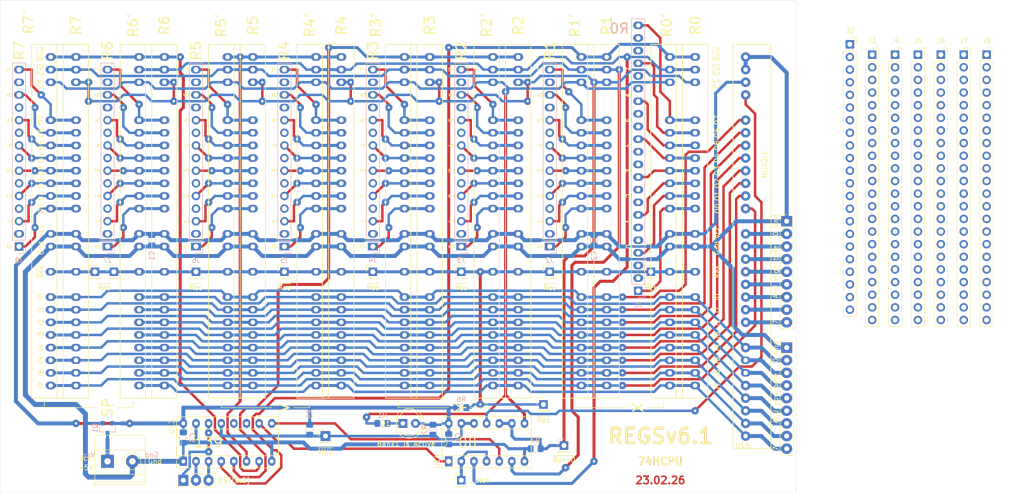
<source format=kicad_pcb>
(kicad_pcb (version 20241229) (generator "pcbnew") (generator_version "9.0")
  (layers (0 "F.Cu" signal) (2 "B.Cu" signal) (13 "F.Paste" user) (15 "B.Paste" user) (5 "F.SilkS" user "F.Silkscreen") (7 "B.SilkS" user "B.Silkscreen") (1 "F.Mask" user) (3 "B.Mask" user) (25 "Edge.Cuts" user))
  (net 0 "")
  (net 1 "/L0")
  (net 2 "/L1")
  (net 3 "/L2")
  (net 4 "/L3")
  (net 5 "/L4")
  (net 6 "/L5")
  (net 7 "/L6")
  (net 8 "/L7")
  (net 9 "/H0")
  (net 10 "/H1")
  (net 11 "/H2")
  (net 12 "/H3")
  (net 13 "/H4")
  (net 14 "/H5")
  (net 15 "/H6")
  (net 16 "/H7")
  (net 17 "/R0.7")
  (net 18 "/R0.6")
  (net 19 "/R0.5")
  (net 20 "/R0.4")
  (net 21 "/R0.3")
  (net 22 "/R0.2")
  (net 23 "/R0.1")
  (net 24 "/R0.0")
  (net 25 "GND")
  (net 26 "/R1.7")
  (net 27 "/R1.6")
  (net 28 "/R1.5")
  (net 29 "/R1.4")
  (net 30 "/R1.3")
  (net 31 "/R1.2")
  (net 32 "/R1.1")
  (net 33 "/R1.0")
  (net 34 "/R2.7")
  (net 35 "/R2.6")
  (net 36 "/R2.5")
  (net 37 "/R2.4")
  (net 38 "/R2.3")
  (net 39 "/R2.2")
  (net 40 "/R2.1")
  (net 41 "/R2.0")
  (net 42 "/R3.7")
  (net 43 "/R3.6")
  (net 44 "/R3.5")
  (net 45 "/R3.4")
  (net 46 "/R3.3")
  (net 47 "/R3.2")
  (net 48 "/R3.1")
  (net 49 "/R3.0")
  (net 50 "/R4.7")
  (net 51 "/R4.6")
  (net 52 "/R4.5")
  (net 53 "/R4.4")
  (net 54 "/R4.3")
  (net 55 "/R4.2")
  (net 56 "/R4.1")
  (net 57 "/R4.0")
  (net 58 "/R5.7")
  (net 59 "/R5.6")
  (net 60 "/R5.5")
  (net 61 "/R5.4")
  (net 62 "/R5.3")
  (net 63 "/R5.2")
  (net 64 "/R5.1")
  (net 65 "/R5.0")
  (net 66 "/R6.7")
  (net 67 "/R6.6")
  (net 68 "/R6.5")
  (net 69 "/R6.4")
  (net 70 "/R6.3")
  (net 71 "/R6.2")
  (net 72 "/R6.1")
  (net 73 "/R6.0")
  (net 74 "/R7.7")
  (net 75 "/R7.6")
  (net 76 "/R7.5")
  (net 77 "/R7.4")
  (net 78 "/R7.3")
  (net 79 "/R7.2")
  (net 80 "/R7.1")
  (net 81 "/R7.0")
  (net 82 "VCC")
  (net 83 "/~{R0}")
  (net 84 "/~{L}")
  (net 85 "/~{Res}")
  (net 86 "/~{H}")
  (net 87 "/~{R1}")
  (net 88 "/~{R2}")
  (net 89 "/~{R3}")
  (net 90 "/DST[2]")
  (net 91 "/DST[1]")
  (net 92 "/DST[0]")
  (net 93 "/~{MUL}")
  (net 94 "/Latch")
  (net 95 "Net-(D1-K)")
  (net 99 "/ALU_H7")
  (net 106 "/ALU_H0")
  (net 108 "/~{Bank0}")
  (net 109 "/~{Bank1}")
  (net 111 "Net-(J2-Pad14)")
  (net 112 "Net-(J2-Pad12)")
  (net 113 "Net-(J2-Pad10)")
  (net 114 "Net-(J2-Pad8)")
  (net 115 "Net-(J2-Pad6)")
  (net 116 "Net-(J2-Pad4)")
  (net 117 "Net-(J2-Pad2)")
  (net 118 "Net-(J3-Pad14)")
  (net 119 "Net-(J3-Pad12)")
  (net 120 "Net-(J3-Pad10)")
  (net 121 "Net-(J3-Pad8)")
  (net 122 "Net-(J3-Pad6)")
  (net 123 "Net-(J3-Pad4)")
  (net 124 "Net-(J3-Pad2)")
  (net 125 "Net-(J4-Pad14)")
  (net 126 "Net-(J4-Pad12)")
  (net 127 "Net-(J4-Pad10)")
  (net 128 "Net-(J4-Pad8)")
  (net 129 "Net-(J4-Pad6)")
  (net 130 "Net-(J4-Pad4)")
  (net 131 "Net-(J4-Pad2)")
  (net 132 "Net-(J5-Pad14)")
  (net 133 "Net-(J5-Pad12)")
  (net 134 "Net-(J5-Pad10)")
  (net 135 "Net-(J5-Pad8)")
  (net 136 "Net-(J5-Pad6)")
  (net 137 "Net-(J5-Pad4)")
  (net 138 "Net-(J5-Pad2)")
  (net 139 "Net-(J6-Pad14)")
  (net 140 "Net-(J6-Pad12)")
  (net 141 "Net-(J6-Pad10)")
  (net 142 "Net-(J6-Pad8)")
  (net 143 "Net-(J6-Pad6)")
  (net 144 "Net-(J6-Pad4)")
  (net 145 "Net-(J6-Pad2)")
  (net 146 "Net-(J7-Pad14)")
  (net 147 "Net-(J7-Pad12)")
  (net 148 "Net-(J7-Pad10)")
  (net 149 "Net-(J7-Pad8)")
  (net 150 "Net-(J7-Pad6)")
  (net 151 "Net-(J7-Pad4)")
  (net 152 "Net-(J7-Pad2)")
  (net 153 "Net-(J8-Pad14)")
  (net 154 "Net-(J8-Pad12)")
  (net 155 "Net-(J8-Pad10)")
  (net 156 "Net-(J8-Pad8)")
  (net 157 "Net-(J8-Pad6)")
  (net 158 "Net-(J8-Pad4)")
  (net 159 "Net-(J8-Pad2)")
  (net 261 "Net-(J16-Pin_1)")
  (net 262 "Net-(J18-Pin_5)")
  (net 263 "Net-(J18-Pin_7)")
  (net 264 "Net-(J18-Pin_8)")
  (net 265 "Net-(J18-Pin_3)")
  (net 266 "Net-(J18-Pin_4)")
  (net 267 "Net-(J18-Pin_6)")
  (net 269 "Net-(U13B-O3)")
  (net 271 "Net-(U13B-O2)")
  (net 272 "Net-(U15-S)")
  (footprint "CommonLibrary:REG_CNT" (layer "F.Cu") (at 116.84 90.17 180)
    (property "Reference" "U3" (hide yes))
    (property "Value" "REG_CNT")
  )
  (footprint "CommonLibrary:REG_CNT" (layer "F.Cu") (at 81.28 90.17 180)
    (property "Reference" "U5" (hide yes))
    (property "Value" "REG_CNT")
  )
  (footprint "CommonLibrary:REG_CNT" (layer "F.Cu") (at 45.72 90.17 180)
    (property "Reference" "U7" (hide yes))
    (property "Value" "REG_CNT")
  )
  (footprint "CommonLibrary:REG_CNT" (layer "F.Cu") (at 99.06 90.17 180)
    (property "Reference" "U4" (hide yes))
    (property "Value" "REG_CNT")
  )
  (footprint "CommonLibrary:REG_CNT" (layer "F.Cu") (at 63.5 90.17 180)
    (property "Reference" "U6" (hide yes))
    (property "Value" "REG_CNT")
  )
  (footprint "CommonLibrary:REG_CNT" (layer "F.Cu") (at 27.94 90.17 180)
    (property "Reference" "U8" (hide yes))
    (property "Value" "REG_CNT")
  )
  (footprint "CommonLibrary:REG_CNT" (layer "F.Cu") (at 152.4 90.17 180)
    (property "Reference" "U1" (hide yes))
    (property "Value" "REG_CNT")
  )
  (footprint "MountingHole:MountingHole_3.2mm_M3" (layer "F.Cu") (at 22.86 17.78)
    (property "Reference" "H1" (hide yes))
    (property "Value" "MountingHole")
  )
  (footprint "MountingHole:MountingHole_3.2mm_M3" (layer "F.Cu") (at 22.86 106.68)
    (property "Reference" "H3" (hide yes))
    (property "Value" "MountingHole")
  )
  (footprint "MountingHole:MountingHole_3.2mm_M3" (layer "F.Cu") (at 92.71 17.78)
    (property "Reference" "H5" (hide yes))
    (property "Value" "MountingHole")
  )
  (footprint "MountingHole:MountingHole_3.2mm_M3" (layer "F.Cu") (at 92.71 106.68)
    (property "Reference" "H2" (hide yes))
    (property "Value" "MountingHole")
  )
  (footprint "MountingHole:MountingHole_3.2mm_M3" (layer "F.Cu") (at 162.56 17.78)
    (property "Reference" "H4" (hide yes))
    (property "Value" "MountingHole")
  )
  (footprint "MountingHole:MountingHole_3.2mm_M3" (layer "F.Cu") (at 162.56 106.68)
    (property "Reference" "H6" (hide yes))
    (property "Value" "MountingHole")
  )
  (footprint "Connector_PinHeader_2.54mm:PinHeader_1x03_P2.54mm_Vertical" (layer "F.Cu") (at 49.53 109.22 90)
    (property "Reference" "J11" (hide yes))
    (property "Value" "Conn_01x03_Male")
  )
  (footprint "Connector_PinHeader_2.54mm:PinHeader_1x01_P2.54mm_Vertical" (layer "F.Cu") (at 87.63 67.31)
    (property "Reference" "J13" (hide yes))
    (property "Value" "Conn_01x01_Male")
  )
  (footprint "Connector_PinHeader_2.54mm:PinHeader_1x01_P2.54mm_Vertical" (layer "F.Cu") (at 126.0475 102.235)
    (property "Reference" "J14" (hide yes))
    (property "Value" "Conn_01x01_Male")
  )
  (footprint "Connector_PinHeader_2.54mm:PinHeader_1x01_P2.54mm_Vertical" (layer "F.Cu") (at 105.41 109.22)
    (property "Reference" "J15" (hide yes))
    (property "Value" "Conn_01x01_Male")
  )
  (footprint "Package_DIP:DIP-14_W7.62mm_Socket" (layer "F.Cu") (at 102.87 105.41 90)
    (property "Reference" "U14")
    (property "Value" "74HC00")
  )
  (footprint "TerminalBlock_Phoenix:TerminalBlock_Phoenix_MKDS-1,5-2_1x02_P5.00mm_Horizontal" (layer "F.Cu") (at 34.29 105.41)
    (property "Reference" "J16" (hide yes))
    (property "Value" "Screw_Terminal_01x02")
  )
  (footprint "Connector_PinHeader_2.54mm:PinHeader_1x09_P2.54mm_Vertical" (layer "F.Cu") (at 170.815 82.55)
    (property "Reference" "J17" (hide yes))
    (property "Value" "Conn_01x09_Male")
  )
  (footprint "Connector_PinHeader_2.54mm:PinHeader_1x09_P2.54mm_Vertical" (layer "F.Cu") (at 170.815 57.15)
    (property "Reference" "J18" (hide yes))
    (property "Value" "Conn_01x09_Male")
  )
  (footprint "Connector_PinHeader_2.54mm:PinHeader_1x01_P2.54mm_Vertical" (layer "F.Cu") (at 35.56 67.31)
    (property "Reference" "J19" (hide yes))
    (property "Value" "Conn_01x01_Male")
  )
  (footprint "CommonLibrary:REG_CNT" (layer "F.Cu") (at 147.32 90.17 180)
    (property "Reference" "U9" (hide yes))
    (property "Value" "REG_CNT")
  )
  (footprint "CommonLibrary:REG_CNT" (layer "F.Cu") (at 129.54 90.17 180)
    (property "Reference" "U10" (hide yes))
    (property "Value" "REG_CNT")
  )
  (footprint "CommonLibrary:REG_CNT" (layer "F.Cu") (at 111.76 90.17 180)
    (property "Reference" "U11" (hide yes))
    (property "Value" "REG_CNT")
  )
  (footprint "CommonLibrary:REG_CNT" (layer "F.Cu") (at 93.98 90.17 180)
    (property "Reference" "U12" (hide yes))
    (property "Value" "REG_CNT")
  )
  (footprint "CommonLibrary:REG_CNT" (layer "F.Cu") (at 76.2 90.17 180)
    (property "Reference" "U16" (hide yes))
    (property "Value" "REG_CNT")
  )
  (footprint "CommonLibrary:REG_CNT" (layer "F.Cu") (at 58.42 90.17 180)
    (property "Reference" "U17" (hide yes))
    (property "Value" "REG_CNT")
  )
  (footprint "CommonLibrary:REG_CNT" (layer "F.Cu") (at 40.64 90.17 180)
    (property "Reference" "U18" (hide yes))
    (property "Value" "REG_CNT")
  )
  (footprint "CommonLibrary:REG_CNT" (layer "F.Cu") (at 22.86 90.17 180)
    (property "Reference" "U19" (hide yes))
    (property "Value" "REG_CNT")
  )
  (footprint "CommonLibrary:REG_CNT" (layer "F.Cu") (at 134.62 90.17 180)
    (property "Reference" "U2" (hide yes))
    (property "Value" "REG_CNT")
  )
  (footprint "CommonLibrary:CMDwoC" (layer "F.Cu") (at 162.56 100.33 180)
    (property "Reference" "U15")
    (property "Value" "MUX2-1")
  )
  (footprint "Package_DIP:DIP-16_W7.62mm_Socket" (layer "F.Cu") (at 49.53 105.41 90)
    (property "Reference" "U13")
    (property "Value" "74LS139")
  )
  (footprint "Connector_PinHeader_2.54mm:PinHeader_1x01_P2.54mm_Vertical" (layer "F.Cu") (at 52.07 67.31)
    (property "Reference" "J20" (hide yes))
    (property "Value" "Conn_01x01_Male")
  )
  (footprint "Connector_PinHeader_2.54mm:PinHeader_1x01_P2.54mm_Vertical" (layer "F.Cu") (at 78.105 100.33)
    (property "Reference" "J12" (hide yes))
    (property "Value" "Conn_01x01_Male")
  )
  (footprint "LED_THT:LED_D5.0mm" (layer "F.Cu") (at 93.6625 97.79)
    (property "Reference" "D1")
    (property "Value" "LED")
  )
  (footprint "Connector_PinHeader_2.54mm:PinHeader_1x01_P2.54mm_Vertical" (layer "F.Cu") (at 121.92 93.98)
    (property "Reference" "J9" (hide yes))
    (property "Value" "Conn_01x01_Male")
  )
  (footprint "Connector_PinHeader_2.54mm:PinHeader_1x01_P2.54mm_Vertical" (layer "F.Cu") (at 143.51 67.31)
    (property "Reference" "J10" (hide yes))
    (property "Value" "Conn_01x01_Male")
  )
  (footprint "Connector_PinHeader_2.54mm:PinHeader_1x01_P2.54mm_Vertical" (layer "F.Cu") (at 105.41 67.31)
    (property "Reference" "J21" (hide yes))
    (property "Value" "Conn_01x01_Male")
  )
  (footprint "Connector_PinHeader_2.54mm:PinHeader_1x01_P2.54mm_Vertical" (layer "F.Cu") (at 31.75 67.31)
    (property "Reference" "J22" (hide yes))
    (property "Value" "Conn_01x01_Male")
  )
  (footprint "Connector_PinHeader_2.54mm:PinHeader_1x01_P2.54mm_Vertical" (layer "F.Cu") (at 123.19 67.31)
    (property "Reference" "J23" (hide yes))
    (property "Value" "Conn_01x01_Male")
  )
  (footprint "Connector_PinHeader_2.54mm:PinHeader_1x01_P2.54mm_Vertical" (layer "F.Cu") (at 69.85 67.31)
    (property "Reference" "J24" (hide yes))
    (property "Value" "Conn_01x01_Male")
  )
  (footprint "Connector_PinSocket_2.54mm:PinSocket_1x22_P2.54mm_Vertical" (layer "F.Cu") (at 183.515 21.59)
    (property "Reference" "J2")
    (property "Value" "Conn_01x22_Socket")
  )
  (footprint "Connector_PinSocket_2.54mm:PinSocket_1x22_P2.54mm_Vertical" (layer "F.Cu") (at 201.8 23.66)
    (property "Reference" "J6")
    (property "Value" "Conn_01x22_Socket")
  )
  (footprint "Connector_PinSocket_2.54mm:PinSocket_1x22_P2.54mm_Vertical" (layer "F.Cu") (at 197.2 23.66)
    (property "Reference" "J5")
    (property "Value" "Conn_01x22_Socket")
  )
  (footprint "Connector_PinSocket_2.54mm:PinSocket_1x22_P2.54mm_Vertical" (layer "F.Cu") (at 206.4 23.66)
    (property "Reference" "J7")
    (property "Value" "Conn_01x22_Socket")
  )
  (footprint "Connector_PinSocket_2.54mm:PinSocket_1x22_P2.54mm_Vertical" (layer "F.Cu") (at 211 23.66)
    (property "Reference" "J8")
    (property "Value" "Conn_01x22_Socket")
  )
  (footprint "Connector_PinSocket_2.54mm:PinSocket_1x22_P2.54mm_Vertical" (layer "F.Cu") (at 192.6 23.66)
    (property "Reference" "J4")
    (property "Value" "Conn_01x22_Socket")
  )
  (footprint "Connector_PinSocket_2.54mm:PinSocket_1x22_P2.54mm_Vertical" (layer "F.Cu") (at 188 23.66)
    (property "Reference" "J3")
    (property "Value" "Conn_01x22_Socket")
  )
  (footprint "Resistor_SMD:R_0805_2012Metric_Pad1.20x1.40mm_HandSolder" (layer "B.Cu") (at 74.93 99.06 90)
    (property "Reference" "R5")
    (property "Value" "10k")
  )
  (footprint "Resistor_SMD:R_0805_2012Metric_Pad1.20x1.40mm_HandSolder" (layer "B.Cu") (at 105.41 94.615 180)
    (property "Reference" "R6")
    (property "Value" "10k")
  )
  (footprint "Capacitor_SMD:C_0805_2012Metric_Pad1.18x1.45mm_HandSolder" (layer "B.Cu") (at 43.18 60.96 -90)
    (property "Reference" "C1")
    (property "Value" "0.1uF")
  )
  (footprint "Capacitor_SMD:C_0805_2012Metric_Pad1.18x1.45mm_HandSolder" (layer "B.Cu") (at 132.08 60.96 -90)
    (property "Reference" "C2")
    (property "Value" "0.1uF")
  )
  (footprint "Capacitor_SMD:C_0805_2012Metric_Pad1.18x1.45mm_HandSolder" (layer "B.Cu") (at 49.53 100.6475 -90)
    (property "Reference" "C3")
    (property "Value" "0.1uF")
  )
  (footprint "Capacitor_SMD:C_0805_2012Metric_Pad1.18x1.45mm_HandSolder" (layer "B.Cu") (at 102.87 100.965 -90)
    (property "Reference" "C4")
    (property "Value" "0.1uF")
  )
  (footprint "Package_TO_SOT_SMD:SOT-23" (layer "B.Cu") (at 34.29 98.7425 -90)
    (property "Reference" "Q1")
    (property "Value" "IRLML5203")
  )
  (footprint "Resistor_SMD:R_0805_2012Metric_Pad1.20x1.40mm_HandSolder" (layer "B.Cu") (at 120.3325 102.87 180)
    (property "Reference" "R7")
    (property "Value" "10k")
  )
  (footprint "Connector_PinSocket_2.54mm:PinSocket_1x15_P2.54mm_Vertical" (layer "B.Cu") (at 123.19 62.23)
    (property "Reference" "J2")
    (property "Value" "Conn_01x15_Female")
  )
  (footprint "Connector_PinSocket_2.54mm:PinSocket_1x15_P2.54mm_Vertical" (layer "B.Cu") (at 105.41 62.23)
    (property "Reference" "J3")
    (property "Value" "Conn_01x15_Female")
  )
  (footprint "Connector_PinSocket_2.54mm:PinSocket_1x15_P2.54mm_Vertical" (layer "B.Cu") (at 87.63 62.23)
    (property "Reference" "J4")
    (property "Value" "Conn_01x15_Female")
  )
  (footprint "Connector_PinSocket_2.54mm:PinSocket_1x15_P2.54mm_Vertical" (layer "B.Cu") (at 69.85 62.23)
    (property "Reference" "J5")
    (property "Value" "Conn_01x15_Female")
  )
  (footprint "Connector_PinSocket_2.54mm:PinSocket_1x15_P2.54mm_Vertical" (layer "B.Cu") (at 52.07 62.23)
    (property "Reference" "J6")
    (property "Value" "Conn_01x15_Female")
  )
  (footprint "Connector_PinSocket_2.54mm:PinSocket_1x15_P2.54mm_Vertical" (layer "B.Cu") (at 34.29 62.23)
    (property "Reference" "J7")
    (property "Value" "Conn_01x15_Female")
  )
  (footprint "Connector_PinSocket_2.54mm:PinSocket_1x15_P2.54mm_Vertical" (layer "B.Cu") (at 16.51 62.23)
    (property "Reference" "J8")
    (property "Value" "Conn_01x15_Female")
  )
  (footprint "Resistor_SMD:R_0805_2012Metric_Pad1.20x1.40mm_HandSolder" (layer "B.Cu") (at 89.535 97.79 180)
    (property "Reference" "R1")
    (property "Value" "1k")
  )
  (footprint "Resistor_SMD:R_0805_2012Metric_Pad1.20x1.40mm_HandSolder" (layer "B.Cu") (at 99.695 99.06 -90)
    (property "Reference" "R2")
    (property "Value" "10k")
  )
  (footprint "Connector_PinSocket_2.54mm:PinSocket_1x22_P2.54mm_Vertical" (layer "B.Cu") (at 140.97 71.12)
    (property "Reference" "J1")
    (property "Value" "Conn_01x22_Socket")
  )
  (gr_line (start 21.59 93.345) (end 21.59 94.615) (stroke (width 0.12)) (layer "F.SilkS"))
  (gr_line (start 39.37 93.345) (end 39.37 94.615) (stroke (width 0.12)) (layer "F.SilkS"))
  (gr_line (start 21.59 94.615) (end 31.75 94.615) (stroke (width 0.12)) (layer "F.SilkS"))
  (gr_line (start 39.37 94.615) (end 36.195 94.615) (stroke (width 0.12)) (layer "F.SilkS"))
  (gr_line (start 110.49 93.345) (end 110.49 94.615) (stroke (width 0.12)) (layer "F.SilkS"))
  (gr_line (start 74.93 93.345) (end 74.93 94.615) (stroke (width 0.12)) (layer "F.SilkS"))
  (gr_line (start 128.27 94.615) (end 138.43 94.615) (stroke (width 0.12)) (layer "F.SilkS"))
  (gr_line (start 74.93 94.615) (end 71.755 94.615) (stroke (width 0.12)) (layer "F.SilkS"))
  (gr_line (start 92.71 93.345) (end 92.71 94.615) (stroke (width 0.12)) (layer "F.SilkS"))
  (gr_line (start 146.05 93.345) (end 146.05 94.615) (stroke (width 0.12)) (layer "F.SilkS"))
  (gr_line (start 146.05 94.615) (end 142.875 94.615) (stroke (width 0.12)) (layer "F.SilkS"))
  (gr_line (start 128.27 93.345) (end 128.27 94.615) (stroke (width 0.12)) (layer "F.SilkS"))
  (gr_line (start 92.71 94.615) (end 102.87 94.615) (stroke (width 0.12)) (layer "F.SilkS"))
  (gr_line (start 57.15 93.345) (end 57.15 94.615) (stroke (width 0.12)) (layer "F.SilkS"))
  (gr_line (start 110.49 94.615) (end 107.315 94.615) (stroke (width 0.12)) (layer "F.SilkS"))
  (gr_line (start 57.15 94.615) (end 67.31 94.615) (stroke (width 0.12)) (layer "F.SilkS"))
  (gr_line (start 12.7 111.76) (end 12.7 12.7) (stroke (width 0.05)) (layer "Edge.Cuts"))
  (gr_line (start 172.72 12.7) (end 172.72 111.76) (stroke (width 0.05)) (layer "Edge.Cuts"))
  (gr_line (start 12.7 12.7) (end 172.72 12.7) (stroke (width 0.05)) (layer "Edge.Cuts"))
  (gr_line (start 172.72 111.76) (end 12.7 111.76) (stroke (width 0.05)) (layer "Edge.Cuts"))
  (gr_text "REGSv6.1" (at 145.415 100.33 0) (layer "F.Cu") (effects (font (size 3 3) (thickness 0.5))))
  (gr_text "23.02.26" (at 145.415 109.22 0) (layer "F.Cu") (effects (font (size 1.5 1.5) (thickness 0.3))))
  (gr_text "74HCPU" (at 145.415 105.41 0) (layer "F.Cu") (effects (font (size 1.5 1.5) (thickness 0.3))))
  (gr_text "74HCPU" (at 145.415 105.41 0) (layer "F.SilkS") (effects (font (size 1.5 1.5) (thickness 0.3))))
  (gr_text "00" (at 106.68 101.6 0) (layer "F.SilkS") (effects (font (size 2 2) (thickness 0.25))))
  (gr_text "R7" (at 27.94 17.78 90) (layer "F.SilkS") (effects (font (size 2 2) (thickness 0.3))))
  (gr_text "DST[0:2]" (at 59.69 109.22 0) (layer "F.SilkS") (effects (font (size 1 1))))
  (gr_text "0" (at 85.725 62.23 90) (layer "F.SilkS") (effects (font (size 1 1))))
  (gr_text "7" (at 85.725 26.67 90) (layer "F.SilkS") (effects (font (size 1 1))))
  (gr_text "Y" (at 105.41 94.615 90) (layer "F.SilkS") (effects (font (size 2 2) (thickness 0.3))))
  (gr_text "X" (at 140.97 94.615 90) (layer "F.SilkS") (effects (font (size 2 2) (thickness 0.3))))
  (gr_text "Gnd" (at 168.5925 82.55 90) (layer "F.SilkS") (effects (font (size 1 1))))
  (gr_text "0" (at 168.5925 85.09 90) (layer "F.SilkS") (effects (font (size 1 1))))
  (gr_text "7" (at 168.5925 102.87 90) (layer "F.SilkS") (effects (font (size 1 1))))
  (gr_text "0" (at 168.5925 59.69 90) (layer "F.SilkS") (effects (font (size 1 1))))
  (gr_text "7" (at 168.5925 77.47 90) (layer "F.SilkS") (effects (font (size 1 1))))
  (gr_text "Gnd" (at 168.5925 57.15 90) (layer "F.SilkS") (effects (font (size 1 1))))
  (gr_text "ALU High byte" (at 168.5925 67.31 90) (layer "F.SilkS") (effects (font (size 1 1))))
  (gr_text "O3" (at 156.845 46.99 90) (layer "F.SilkS") (effects (font (size 1 1))))
  (gr_text "I7" (at 156.845 90.17 90) (layer "F.SilkS") (effects (font (size 1 1))))
  (gr_text "I1" (at 156.845 74.93 90) (layer "F.SilkS") (effects (font (size 1 1))))
  (gr_text "O0" (at 156.845 54.61 90) (layer "F.SilkS") (effects (font (size 1 1))))
  (gr_text "~{Row}" (at 156.845 23.495 90) (layer "F.SilkS") (effects (font (size 1 1))))
  (gr_text "I3" (at 156.845 80.01 90) (layer "F.SilkS") (effects (font (size 1 1))))
  (gr_text "~{CS}" (at 156.845 29.5275 90) (layer "F.SilkS") (effects (font (size 1 1))))
  (gr_text "O2" (at 156.845 49.53 90) (layer "F.SilkS") (effects (font (size 1 1))))
  (gr_text "I2" (at 156.845 77.47 90) (layer "F.SilkS") (effects (font (size 1 1))))
  (gr_text "O5" (at 156.845 41.91 90) (layer "F.SilkS") (effects (font (size 1 1))))
  (gr_text "O1" (at 156.845 52.07 90) (layer "F.SilkS") (effects (font (size 1 1))))
  (gr_text "O7" (at 156.845 36.83 90) (layer "F.SilkS") (effects (font (size 1 1))))
  (gr_text "~{Col}" (at 156.845 26.67 90) (layer "F.SilkS") (effects (font (size 1 1))))
  (gr_text "I6" (at 156.845 87.63 90) (layer "F.SilkS") (effects (font (size 1 1))))
  (gr_text "I0" (at 156.845 72.39 90) (layer "F.SilkS") (effects (font (size 1 1))))
  (gr_text "O4" (at 156.845 44.45 90) (layer "F.SilkS") (effects (font (size 1 1))))
  (gr_text "O6" (at 156.845 39.37 90) (layer "F.SilkS") (effects (font (size 1 1))))
  (gr_text "~{Res}" (at 156.845 67.31 90) (layer "F.SilkS") (effects (font (size 1 1))))
  (gr_text "I5" (at 156.845 85.09 90) (layer "F.SilkS") (effects (font (size 1 1))))
  (gr_text "I4" (at 156.845 82.55 90) (layer "F.SilkS") (effects (font (size 1 1))))
  (gr_text "Gnd" (at 156.845 62.5475 90) (layer "F.SilkS") (effects (font (size 1 1))))
  (gr_text "Vcc" (at 156.845 59.3725 90) (layer "F.SilkS") (effects (font (size 1 1))))
  (gr_text "R1" (at 123.19 22.86 90) (layer "F.SilkS") (effects (font (size 2 2) (thickness 0.3))))
  (gr_text "R3" (at 87.63 22.86 90) (layer "F.SilkS") (effects (font (size 2 2) (thickness 0.3))))
  (gr_text "R5" (at 52.07 22.86 90) (layer "F.SilkS") (effects (font (size 2 2) (thickness 0.3))))
  (gr_text "R7" (at 16.51 22.86 90) (layer "F.SilkS") (effects (font (size 2 2) (thickness 0.3))))
  (gr_text "R4" (at 69.85 22.86 90) (layer "F.SilkS") (effects (font (size 2 2) (thickness 0.3))))
  (gr_text "R2" (at 105.41 22.86 90) (layer "F.SilkS") (effects (font (size 2 2) (thickness 0.3))))
  (gr_text "~{Res}" (at 33.655 70.485 0) (layer "F.SilkS") (effects (font (size 1 1))))
  (gr_text "SP" (at 34.29 94.615 90) (layer "F.SilkS") (effects (font (size 2 2) (thickness 0.3))))
  (gr_text "0" (at 50.165 62.23 90) (layer "F.SilkS") (effects (font (size 1 1))))
  (gr_text "~{Res}" (at 87.63 70.485 0) (layer "F.SilkS") (effects (font (size 1 1))))
  (gr_text "R7'" (at 18.415 17.145 90) (layer "F.SilkS") (effects (font (size 2 2) (thickness 0.3))))
  (gr_text "R6'" (at 39.37 17.78 90) (layer "F.SilkS") (effects (font (size 2 2) (thickness 0.3))))
  (gr_text "R5'" (at 57.15 17.78 90) (layer "F.SilkS") (effects (font (size 2 2) (thickness 0.3))))
  (gr_text "R4'" (at 74.93 17.78 90) (layer "F.SilkS") (effects (font (size 2 2) (thickness 0.3))))
  (gr_text "R3'" (at 88.265 17.78 90) (layer "F.SilkS") (effects (font (size 2 2) (thickness 0.3))))
  (gr_text "R2'" (at 110.49 17.78 90) (layer "F.SilkS") (effects (font (size 2 2) (thickness 0.3))))
  (gr_text "R1'" (at 128.27 17.78 90) (layer "F.SilkS") (effects (font (size 2 2) (thickness 0.3))))
  (gr_text "R0'" (at 146.685 17.78 90) (layer "F.SilkS") (effects (font (size 2 2) (thickness 0.3))))
  (gr_text "~{Res}" (at 121.92 97.155 0) (layer "F.SilkS") (effects (font (size 1 1))))
  (gr_text "Bank1 is Active" (at 94.2975 101.9175 0) (layer "F.SilkS") (effects (font (size 1 1))))
  (gr_text "6" (at 14.605 31.75 90) (layer "F.SilkS") (effects (font (size 1 1))))
  (gr_text "6" (at 139.065 31.75 90) (layer "F.SilkS") (effects (font (size 1 1))))
  (gr_text "3" (at 139.065 46.99 90) (layer "F.SilkS") (effects (font (size 1 1))))
  (gr_text "1" (at 139.065 57.15 90) (layer "F.SilkS") (effects (font (size 1 1))))
  (gr_text "4" (at 139.065 41.91 90) (layer "F.SilkS") (effects (font (size 1 1))))
  (gr_text "2" (at 139.065 52.07 90) (layer "F.SilkS") (effects (font (size 1 1))))
  (gr_text "5" (at 139.065 36.83 90) (layer "F.SilkS") (effects (font (size 1 1))))
  (gr_text "I1" (at 20.955 74.93 90) (layer "F.SilkS") (effects (font (size 1 1))))
  (gr_text "7" (at 67.945 26.67 90) (layer "F.SilkS") (effects (font (size 1 1))))
  (gr_text "6" (at 103.505 31.75 90) (layer "F.SilkS") (effects (font (size 1 1))))
  (gr_text "~{Res}" (at 20.955 67.31 90) (layer "F.SilkS") (effects (font (size 1 1))))
  (gr_text "4" (at 103.505 41.91 90) (layer "F.SilkS") (effects (font (size 1 1))))
  (gr_text "3" (at 85.725 46.99 90) (layer "F.SilkS") (effects (font (size 1 1))))
  (gr_text "+5V" (at 29.845 106.68 0) (layer "F.SilkS") (effects (font (size 1 1))))
  (gr_text "4" (at 121.285 41.91 90) (layer "F.SilkS") (effects (font (size 1 1))))
  (gr_text "O4" (at 20.955 44.45 90) (layer "F.SilkS") (effects (font (size 1 1))))
  (gr_text "R1" (at 134.62 17.78 90) (layer "F.SilkS") (effects (font (size 2 2) (thickness 0.3))))
  (gr_text "2" (at 103.505 52.07 90) (layer "F.SilkS") (effects (font (size 1 1))))
  (gr_text "7" (at 14.605 26.67 90) (layer "F.SilkS") (effects (font (size 1 1))))
  (gr_text "2" (at 32.385 52.07 90) (layer "F.SilkS") (effects (font (size 1 1))))
  (gr_text "3" (at 50.165 46.99 90) (layer "F.SilkS") (effects (font (size 1 1))))
  (gr_text "4" (at 50.165 41.91 90) (layer "F.SilkS") (effects (font (size 1 1))))
  (gr_text "Vcc" (at 20.955 59.055 90) (layer "F.SilkS") (effects (font (size 1 1))))
  (gr_text "I5" (at 20.955 85.09 90) (layer "F.SilkS") (effects (font (size 1 1))))
  (gr_text "R6" (at 45.72 17.78 90) (layer "F.SilkS") (effects (font (size 2 2) (thickness 0.3))))
  (gr_text "0" (at 32.385 62.23 90) (layer "F.SilkS") (effects (font (size 1 1))))
  (gr_text "1" (at 67.945 57.15 90) (layer "F.SilkS") (effects (font (size 1 1))))
  (gr_text "3" (at 67.945 46.99 90) (layer "F.SilkS") (effects (font (size 1 1))))
  (gr_text "~{Col}" (at 20.955 26.67 90) (layer "F.SilkS") (effects (font (size 1 1))))
  (gr_text "3" (at 103.505 46.99 90) (layer "F.SilkS") (effects (font (size 1 1))))
  (gr_text "R6" (at 34.29 22.86 90) (layer "F.SilkS") (effects (font (size 2 2) (thickness 0.3))))
  (gr_text "5" (at 50.165 36.83 90) (layer "F.SilkS") (effects (font (size 1 1))))
  (gr_text "7" (at 50.165 26.67 90) (layer "F.SilkS") (effects (font (size 1 1))))
  (gr_text "~{Res}" (at 123.19 70.485 0) (layer "F.SilkS") (effects (font (size 1 1))))
  (gr_text "1" (at 121.285 57.15 90) (layer "F.SilkS") (effects (font (size 1 1))))
  (gr_text "2" (at 67.945 52.07 90) (layer "F.SilkS") (effects (font (size 1 1))))
  (gr_text "1" (at 14.605 57.15 90) (layer "F.SilkS") (effects (font (size 1 1))))
  (gr_text "7" (at 32.385 26.67 90) (layer "F.SilkS") (effects (font (size 1 1))))
  (gr_text "5" (at 67.945 36.83 90) (layer "F.SilkS") (effects (font (size 1 1))))
  (gr_text "Latch" (at 109.22 109.22 0) (layer "F.SilkS") (effects (font (size 1 1))))
  (gr_text "6" (at 121.285 31.75 90) (layer "F.SilkS") (effects (font (size 1 1))))
  (gr_text "7" (at 139.065 26.67 90) (layer "F.SilkS") (effects (font (size 1 1))))
  (gr_text "O1" (at 20.955 52.07 90) (layer "F.SilkS") (effects (font (size 1 1))))
  (gr_text "2" (at 85.725 52.07 90) (layer "F.SilkS") (effects (font (size 1 1))))
  (gr_text "Vcc" (at 29.845 104.775 0) (layer "F.SilkS") (effects (font (size 1 1))))
  (gr_text "7" (at 103.505 26.67 90) (layer "F.SilkS") (effects (font (size 1 1))))
  (gr_text "O0" (at 20.955 54.61 90) (layer "F.SilkS") (effects (font (size 1 1))))
  (gr_text "O7" (at 20.955 36.83 90) (layer "F.SilkS") (effects (font (size 1 1))))
  (gr_text "1" (at 32.385 57.15 90) (layer "F.SilkS") (effects (font (size 1 1))))
  (gr_text "3" (at 32.385 46.99 90) (layer "F.SilkS") (effects (font (size 1 1))))
  (gr_text "4" (at 32.385 41.91 90) (layer "F.SilkS") (effects (font (size 1 1))))
  (gr_text "R4" (at 81.28 17.78 90) (layer "F.SilkS") (effects (font (size 2 2) (thickness 0.3))))
  (gr_text "~{MUL}" (at 78.105 103.505 0) (layer "F.SilkS") (effects (font (size 1 1))))
  (gr_text "5" (at 14.605 36.83 90) (layer "F.SilkS") (effects (font (size 1 1))))
  (gr_text "~{Res}" (at 52.07 70.485 0) (layer "F.SilkS") (effects (font (size 1 1))))
  (gr_text "6" (at 32.385 31.75 90) (layer "F.SilkS") (effects (font (size 1 1))))
  (gr_text "I7" (at 20.955 90.17 90) (layer "F.SilkS") (effects (font (size 1 1))))
  (gr_text "1" (at 103.505 57.15 90) (layer "F.SilkS") (effects (font (size 1 1))))
  (gr_text "2" (at 121.285 52.07 90) (layer "F.SilkS") (effects (font (size 1 1))))
  (gr_text "~{Row}" (at 20.955 23.495 90) (layer "F.SilkS") (effects (font (size 1 1))))
  (gr_text "7" (at 121.285 26.67 90) (layer "F.SilkS") (effects (font (size 1 1))))
  (gr_text "~{Bank0}" (at 126.0475 105.0925 0) (layer "F.SilkS") (effects (font (size 1 1))))
  (gr_text "0" (at 103.505 62.23 90) (layer "F.SilkS") (effects (font (size 1 1))))
  (gr_text "Gnd" (at 43.815 105.41 0) (layer "F.SilkS") (effects (font (size 1 1))))
  (gr_text "1" (at 50.165 57.15 90) (layer "F.SilkS") (effects (font (size 1 1))))
  (gr_text "I3" (at 20.955 80.01 90) (layer "F.SilkS") (effects (font (size 1 1))))
  (gr_text "MUX2:1" (at 166.37 45.72 90) (layer "F.SilkS") (effects (font (size 1 1))))
  (gr_text "~{Res}" (at 69.85 70.485 0) (layer "F.SilkS") (effects (font (size 1 1))))
  (gr_text "6" (at 67.945 31.75 90) (layer "F.SilkS") (effects (font (size 1 1))))
  (gr_text "1" (at 85.725 57.15 90) (layer "F.SilkS") (effects (font (size 1 1))))
  (gr_text "~{Res}" (at 105.41 70.485 0) (layer "F.SilkS") (effects (font (size 1 1))))
  (gr_text "0" (at 139.065 62.23 90) (layer "F.SilkS") (effects (font (size 1 1))))
  (gr_text "0" (at 14.605 62.23 90) (layer "F.SilkS") (effects (font (size 1 1))))
  (gr_text "O6" (at 20.955 39.37 90) (layer "F.SilkS") (effects (font (size 1 1))))
  (gr_text "~{CS}" (at 20.955 29.5275 90) (layer "F.SilkS") (effects (font (size 1 1))))
  (gr_text "4" (at 14.605 41.91 90) (layer "F.SilkS") (effects (font (size 1 1))))
  (gr_text "I6" (at 20.955 87.63 90) (layer "F.SilkS") (effects (font (size 1 1))))
  (gr_text "O3" (at 20.955 46.99 90) (layer "F.SilkS") (effects (font (size 1 1))))
  (gr_text "4" (at 67.945 41.91 90) (layer "F.SilkS") (effects (font (size 1 1))))
  (gr_text "5" (at 85.725 36.83 90) (layer "F.SilkS") (effects (font (size 1 1))))
  (gr_text "5" (at 32.385 36.83 90) (layer "F.SilkS") (effects (font (size 1 1))))
  (gr_text "6" (at 50.165 31.75 90) (layer "F.SilkS") (effects (font (size 1 1))))
  (gr_text "5" (at 121.285 36.83 90) (layer "F.SilkS") (effects (font (size 1 1))))
  (gr_text "5" (at 103.505 36.83 90) (layer "F.SilkS") (effects (font (size 1 1))))
  (gr_text "4" (at 85.725 41.91 90) (layer "F.SilkS") (effects (font (size 1 1))))
  (gr_text "3" (at 121.285 46.99 90) (layer "F.SilkS") (effects (font (size 1 1))))
  (gr_text "O2" (at 20.955 49.53 90) (layer "F.SilkS") (effects (font (size 1 1))))
  (gr_text "139" (at 54.61 101.6 0) (layer "F.SilkS") (effects (font (size 2 2) (thickness 0.25))))
  (gr_text "0" (at 121.285 62.23 90) (layer "F.SilkS") (effects (font (size 1 1))))
  (gr_text "2" (at 50.165 52.07 90) (layer "F.SilkS") (effects (font (size 1 1))))
  (gr_text "0" (at 67.945 62.23 90) (layer "F.SilkS") (effects (font (size 1 1))))
  (gr_text "I0" (at 20.955 72.39 90) (layer "F.SilkS") (effects (font (size 1 1))))
  (gr_text "I2" (at 20.955 77.47 90) (layer "F.SilkS") (effects (font (size 1 1))))
  (gr_text "3" (at 14.605 46.99 90) (layer "F.SilkS") (effects (font (size 1 1))))
  (gr_text "6" (at 85.725 31.75 90) (layer "F.SilkS") (effects (font (size 1 1))))
  (gr_text "ALU Low byte" (at 168.5925 92.71 90) (layer "F.SilkS") (effects (font (size 1 1))))
  (gr_text "R2" (at 116.84 17.78 90) (layer "F.SilkS") (effects (font (size 2 2) (thickness 0.3))))
  (gr_text "R3" (at 99.06 17.78 90) (layer "F.SilkS") (effects (font (size 2 2) (thickness 0.3))))
  (gr_text "R0" (at 152.4 17.78 90) (layer "F.SilkS") (effects (font (size 2 2) (thickness 0.3))))
  (gr_text "O5" (at 20.955 41.91 90) (layer "F.SilkS") (effects (font (size 1 1))))
  (gr_text "2" (at 14.605 52.07 90) (layer "F.SilkS") (effects (font (size 1 1))))
  (gr_text "Gnd" (at 20.955 62.5475 90) (layer "F.SilkS") (effects (font (size 1 1))))
  (gr_text "R5" (at 63.5 17.78 90) (layer "F.SilkS") (effects (font (size 2 2) (thickness 0.3))))
  (gr_text "~{Res}" (at 143.51 70.485 0) (layer "F.SilkS") (effects (font (size 1 1))))
  (gr_text "REGSv6.1" (at 145.415 100.33 0) (layer "F.SilkS") (effects (font (size 3 3) (thickness 0.5))))
  (gr_text "I4" (at 20.955 82.55 90) (layer "F.SilkS") (effects (font (size 1 1))))
  (gr_text "V" (at 69.85 94.615 90) (layer "F.SilkS") (effects (font (size 2 2) (thickness 0.3))))
  (gr_text "R0" (at 137.16 18.415 -0) (layer "B.SilkS") (effects (font (size 2 2) (thickness 0.3)) (justify mirror)))
  (gr_text "Gnd" (at 43.18 104.14 0) (layer "B.SilkS") (effects (font (size 1 1)) (justify mirror)))
  (gr_text "Vcc" (at 30.48 104.14 0) (layer "B.SilkS") (effects (font (size 1 1)) (justify mirror)))
  (segment (start 147.32 72.39) (end 152.4 72.39) (width 0.6) (layer "B.Cu") (net 1))
  (segment (start 40.64 72.39) (end 45.72 72.39) (width 0.6) (layer "B.Cu") (net 1))
  (segment (start 145.415 72.39) (end 147.32 72.39) (width 0.5) (layer "B.Cu") (net 1))
  (segment (start 81.28 72.39) (end 91.44 72.39) (width 0.5) (layer "B.Cu") (net 1))
  (segment (start 144.07501 73.72999) (end 145.415 72.39) (width 0.5) (layer "B.Cu") (net 1))
  (segment (start 66.04 72.39) (end 76.2 72.39) (width 0.5) (layer "B.Cu") (net 1))
  (segment (start 165.735 82.55) (end 168.275 85.09) (width 0.8) (layer "B.Cu") (net 1))
  (segment (start 111.76 72.39) (end 116.84 72.39) (width 0.6) (layer "B.Cu") (net 1))
  (segment (start 152.4 72.39) (end 162.56 82.55) (width 0.5) (layer "B.Cu") (net 1))
  (segment (start 55.88 72.39) (end 57.15 73.66) (width 0.5) (layer "B.Cu") (net 1))
  (segment (start 57.15 73.66) (end 64.77 73.66) (width 0.5) (layer "B.Cu") (net 1))
  (segment (start 116.84 72.39) (end 127 72.39) (width 0.5) (layer "B.Cu") (net 1))
  (segment (start 64.77 73.66) (end 66.04 72.39) (width 0.5) (layer "B.Cu") (net 1))
  (segment (start 45.72 72.39) (end 55.88 72.39) (width 0.5) (layer "B.Cu") (net 1))
  (segment (start 92.71 73.66) (end 100.33 73.66) (width 0.5) (layer "B.Cu") (net 1))
  (segment (start 128.33999 73.72999) (end 144.07501 73.72999) (width 0.5) (layer "B.Cu") (net 1))
  (segment (start 91.44 72.39) (end 92.71 73.66) (width 0.5) (layer "B.Cu") (net 1))
  (segment (start 101.6 72.39) (end 111.76 72.39) (width 0.5) (layer "B.Cu") (net 1))
  (segment (start 100.33 73.66) (end 101.6 72.39) (width 0.5) (layer "B.Cu") (net 1))
  (segment (start 162.56 82.55) (end 165.735 82.55) (width 0.8) (layer "B.Cu") (net 1))
  (segment (start 168.275 85.09) (end 170.815 85.09) (width 0.8) (layer "B.Cu") (net 1))
  (segment (start 76.2 72.39) (end 81.28 72.39) (width 0.6) (layer "B.Cu") (net 1))
  (segment (start 127 72.39) (end 128.33999 73.72999) (width 0.5) (layer "B.Cu") (net 1))
  (segment (start 147.32 74.93) (end 152.4 74.93) (width 0.6) (layer "B.Cu") (net 2))
  (segment (start 152.4 74.93) (end 158.115 80.645) (width 0.5) (layer "B.Cu") (net 2))
  (segment (start 54.61 74.93) (end 45.72 74.93) (width 0.5) (layer "B.Cu") (net 2))
  (segment (start 158.115 80.645) (end 162.56 85.09) (width 0.5) (layer "B.Cu") (net 2))
  (segment (start 168.275 87.63) (end 170.815 87.63) (width 0.8) (layer "B.Cu") (net 2))
  (segment (start 66.04 76.2) (end 55.88 76.2) (width 0.5) (layer "B.Cu") (net 2))
  (segment (start 67.31 74.93) (end 66.04 76.2) (width 0.5) (layer "B.Cu") (net 2))
  (segment (start 102.87 74.93) (end 111.76 74.93) (width 0.5) (layer "B.Cu") (net 2))
  (segment (start 162.56 85.09) (end 165.735 85.09) (width 0.8) (layer "B.Cu") (net 2))
  (segment (start 91.44 76.2) (end 101.6 76.2) (width 0.5) (layer "B.Cu") (net 2))
  (segment (start 40.64 74.93) (end 45.72 74.93) (width 0.6) (layer "B.Cu") (net 2))
  (segment (start 55.88 76.2) (end 54.61 74.93) (width 0.5) (layer "B.Cu") (net 2))
  (segment (start 76.2 74.93) (end 67.31 74.93) (width 0.5) (layer "B.Cu") (net 2))
  (segment (start 125.73 74.93) (end 127 76.2) (width 0.5) (layer "B.Cu") (net 2))
  (segment (start 111.76 74.93) (end 116.84 74.93) (width 0.6) (layer "B.Cu") (net 2))
  (segment (start 101.6 76.2) (end 102.87 74.93) (width 0.5) (layer "B.Cu") (net 2))
  (segment (start 76.2 74.93) (end 81.28 74.93) (width 0.6) (layer "B.Cu") (net 2))
  (segment (start 90.17 74.93) (end 91.44 76.2) (width 0.5) (layer "B.Cu") (net 2))
  (segment (start 116.84 74.93) (end 125.73 74.93) (width 0.5) (layer "B.Cu") (net 2))
  (segment (start 127 76.2) (end 144.145 76.2) (width 0.5) (layer "B.Cu") (net 2))
  (segment (start 81.28 74.93) (end 90.17 74.93) (width 0.5) (layer "B.Cu") (net 2))
  (segment (start 145.415 74.93) (end 147.32 74.93) (width 0.5) (layer "B.Cu") (net 2))
  (segment (start 165.735 85.09) (end 168.275 87.63) (width 0.8) (layer "B.Cu") (net 2))
  (segment (start 144.145 76.2) (end 145.415 74.93) (width 0.5) (layer "B.Cu") (net 2))
  (segment (start 147.32 77.47) (end 152.4 77.47) (width 0.6) (layer "B.Cu") (net 3))
  (segment (start 158.75 83.82) (end 162.56 87.63) (width 0.5) (layer "B.Cu") (net 3))
  (segment (start 144.145 78.74) (end 145.415 77.47) (width 0.5) (layer "B.Cu") (net 3))
  (segment (start 125.73 78.74) (end 144.145 78.74) (width 0.5) (layer "B.Cu") (net 3))
  (segment (start 165.735 87.63) (end 168.275 90.17) (width 0.8) (layer "B.Cu") (net 3))
  (segment (start 124.46 77.47) (end 125.73 78.74) (width 0.5) (layer "B.Cu") (net 3))
  (segment (start 88.9 77.47) (end 90.17 78.74) (width 0.5) (layer "B.Cu") (net 3))
  (segment (start 40.64 77.47) (end 45.72 77.47) (width 0.6) (layer "B.Cu") (net 3))
  (segment (start 104.14 77.47) (end 111.76 77.47) (width 0.5) (layer "B.Cu") (net 3))
  (segment (start 102.87 78.74) (end 104.14 77.47) (width 0.5) (layer "B.Cu") (net 3))
  (segment (start 116.84 77.47) (end 124.46 77.47) (width 0.5) (layer "B.Cu") (net 3))
  (segment (start 76.2 77.47) (end 81.28 77.47) (width 0.6) (layer "B.Cu") (net 3))
  (segment (start 53.34 77.47) (end 45.72 77.47) (width 0.5) (layer "B.Cu") (net 3))
  (segment (start 145.415 77.47) (end 147.32 77.47) (width 0.5) (layer "B.Cu") (net 3))
  (segment (start 90.17 78.74) (end 102.87 78.74) (width 0.5) (layer "B.Cu") (net 3))
  (segment (start 111.76 77.47) (end 116.84 77.47) (width 0.6) (layer "B.Cu") (net 3))
  (segment (start 54.61 78.74) (end 53.34 77.47) (width 0.5) (layer "B.Cu") (net 3))
  (segment (start 68.58 77.47) (end 67.31 78.74) (width 0.5) (layer "B.Cu") (net 3))
  (segment (start 152.4 77.47) (end 158.75 83.82) (width 0.5) (layer "B.Cu") (net 3))
  (segment (start 162.56 87.63) (end 165.735 87.63) (width 0.8) (layer "B.Cu") (net 3))
  (segment (start 168.275 90.17) (end 170.815 90.17) (width 0.8) (layer "B.Cu") (net 3))
  (segment (start 81.28 77.47) (end 88.9 77.47) (width 0.5) (layer "B.Cu") (net 3))
  (segment (start 67.31 78.74) (end 54.61 78.74) (width 0.5) (layer "B.Cu") (net 3))
  (segment (start 76.2 77.47) (end 68.58 77.47) (width 0.5) (layer "B.Cu") (net 3))
  (segment (start 147.32 80.01) (end 152.4 80.01) (width 0.6) (layer "B.Cu") (net 4))
  (segment (start 69.85 80.01) (end 68.58 81.28) (width 0.5) (layer "B.Cu") (net 4))
  (segment (start 76.2 80.01) (end 69.85 80.01) (width 0.5) (layer "B.Cu") (net 4))
  (segment (start 53.34 81.28) (end 52.07 80.01) (width 0.5) (layer "B.Cu") (net 4))
  (segment (start 104.14 81.28) (end 105.41 80.01) (width 0.5) (layer "B.Cu") (net 4))
  (segment (start 88.9 81.28) (end 104.14 81.28) (width 0.5) (layer "B.Cu") (net 4))
  (segment (start 81.28 80.01) (end 87.63 80.01) (width 0.5) (layer "B.Cu") (net 4))
  (segment (start 158.115 85.725) (end 162.56 90.17) (width 0.5) (layer "B.Cu") (net 4))
  (segment (start 168.275 92.71) (end 170.815 92.71) (width 0.8) (layer "B.Cu") (net 4))
  (segment (start 105.41 80.01) (end 111.76 80.01) (width 0.5) (layer "B.Cu") (net 4))
  (segment (start 68.58 81.28) (end 53.34 81.28) (width 0.5) (layer "B.Cu") (net 4))
  (segment (start 111.76 80.01) (end 116.84 80.01) (width 0.6) (layer "B.Cu") (net 4))
  (segment (start 52.07 80.01) (end 45.72 80.01) (width 0.5) (layer "B.Cu") (net 4))
  (segment (start 124.46 81.28) (end 144.145 81.28) (width 0.5) (layer "B.Cu") (net 4))
  (segment (start 116.84 80.01) (end 123.19 80.01) (width 0.5) (layer "B.Cu") (net 4))
  (segment (start 165.735 90.17) (end 168.275 92.71) (width 0.8) (layer "B.Cu") (net 4))
  (segment (start 144.145 81.28) (end 145.415 80.01) (width 0.5) (layer "B.Cu") (net 4))
  (segment (start 87.63 80.01) (end 88.9 81.28) (width 0.5) (layer "B.Cu") (net 4))
  (segment (start 145.415 80.01) (end 147.32 80.01) (width 0.5) (layer "B.Cu") (net 4))
  (segment (start 76.2 80.01) (end 81.28 80.01) (width 0.6) (layer "B.Cu") (net 4))
  (segment (start 162.56 90.17) (end 165.735 90.17) (width 0.8) (layer "B.Cu") (net 4))
  (segment (start 123.19 80.01) (end 124.46 81.28) (width 0.5) (layer "B.Cu") (net 4))
  (segment (start 40.64 80.01) (end 45.72 80.01) (width 0.6) (layer "B.Cu") (net 4))
  (segment (start 152.4 80.01) (end 158.115 85.725) (width 0.5) (layer "B.Cu") (net 4))
  (segment (start 147.32 82.55) (end 152.4 82.55) (width 0.6) (layer "B.Cu") (net 5))
  (segment (start 123.19 83.82) (end 144.145 83.82) (width 0.5) (layer "B.Cu") (net 5))
  (segment (start 144.145 83.82) (end 145.415 82.55) (width 0.5) (layer "B.Cu") (net 5))
  (segment (start 116.84 82.55) (end 121.92 82.55) (width 0.5) (layer "B.Cu") (net 5))
  (segment (start 145.415 82.55) (end 147.32 82.55) (width 0.5) (layer "B.Cu") (net 5))
  (segment (start 121.92 82.55) (end 123.19 83.82) (width 0.5) (layer "B.Cu") (net 5))
  (segment (start 111.76 82.55) (end 116.84 82.55) (width 0.6) (layer "B.Cu") (net 5))
  (segment (start 168.275 95.25) (end 170.815 95.25) (width 0.8) (layer "B.Cu") (net 5))
  (segment (start 40.64 82.55) (end 45.72 82.55) (width 0.6) (layer "B.Cu") (net 5))
  (segment (start 158.75 88.9) (end 162.56 92.71) (width 0.5) (layer "B.Cu") (net 5))
  (segment (start 105.34001 83.88999) (end 87.69999 83.88999) (width 0.5) (layer "B.Cu") (net 5))
  (segment (start 52.07 83.82) (end 50.8 82.55) (width 0.5) (layer "B.Cu") (net 5))
  (segment (start 152.4 82.55) (end 158.75 88.9) (width 0.5) (layer "B.Cu") (net 5))
  (segment (start 87.69999 83.88999) (end 86.36 82.55) (width 0.5) (layer "B.Cu") (net 5))
  (segment (start 69.85 83.82) (end 52.07 83.82) (width 0.5) (layer "B.Cu") (net 5))
  (segment (start 86.36 82.55) (end 81.28 82.55) (width 0.5) (layer "B.Cu") (net 5))
  (segment (start 76.2 82.55) (end 71.12 82.55) (width 0.5) (layer "B.Cu") (net 5))
  (segment (start 165.735 92.71) (end 168.275 95.25) (width 0.8) (layer "B.Cu") (net 5))
  (segment (start 106.68 82.55) (end 105.34001 83.88999) (width 0.5) (layer "B.Cu") (net 5))
  (segment (start 162.56 92.71) (end 165.735 92.71) (width 0.8) (layer "B.Cu") (net 5))
  (segment (start 111.76 82.55) (end 106.68 82.55) (width 0.5) (layer "B.Cu") (net 5))
  (segment (start 76.2 82.55) (end 81.28 82.55) (width 0.6) (layer "B.Cu") (net 5))
  (segment (start 71.12 82.55) (end 69.85 83.82) (width 0.5) (layer "B.Cu") (net 5))
  (segment (start 50.8 82.55) (end 45.72 82.55) (width 0.5) (layer "B.Cu") (net 5))
  (segment (start 147.32 85.09) (end 152.4 85.09) (width 0.6) (layer "B.Cu") (net 6))
  (segment (start 106.68 86.36) (end 86.36 86.36) (width 0.5) (layer "B.Cu") (net 6))
  (segment (start 152.4 85.09) (end 162.56 95.25) (width 0.5) (layer "B.Cu") (net 6))
  (segment (start 162.56 95.25) (end 165.735 95.25) (width 0.8) (layer "B.Cu") (net 6))
  (segment (start 72.39 85.09) (end 71.12 86.36) (width 0.5) (layer "B.Cu") (net 6))
  (segment (start 121.92 86.36) (end 144.145 86.36) (width 0.5) (layer "B.Cu") (net 6))
  (segment (start 165.735 95.25) (end 168.275 97.79) (width 0.8) (layer "B.Cu") (net 6))
  (segment (start 49.53 85.09) (end 45.72 85.09) (width 0.5) (layer "B.Cu") (net 6))
  (segment (start 86.36 86.36) (end 85.09 85.09) (width 0.5) (layer "B.Cu") (net 6))
  (segment (start 50.8 86.36) (end 49.53 85.09) (width 0.5) (layer "B.Cu") (net 6))
  (segment (start 145.415 85.09) (end 147.32 85.09) (width 0.5) (layer "B.Cu") (net 6))
  (segment (start 40.64 85.09) (end 45.72 85.09) (width 0.6) (layer "B.Cu") (net 6))
  (segment (start 144.145 86.36) (end 145.415 85.09) (width 0.5) (layer "B.Cu") (net 6))
  (segment (start 120.65 85.09) (end 121.92 86.36) (width 0.5) (layer "B.Cu") (net 6))
  (segment (start 111.76 85.09) (end 116.84 85.09) (width 0.6) (layer "B.Cu") (net 6))
  (segment (start 76.2 85.09) (end 72.39 85.09) (width 0.5) (layer "B.Cu") (net 6))
  (segment (start 76.2 85.09) (end 81.28 85.09) (width 0.6) (layer "B.Cu") (net 6))
  (segment (start 71.12 86.36) (end 50.8 86.36) (width 0.5) (layer "B.Cu") (net 6))
  (segment (start 85.09 85.09) (end 81.28 85.09) (width 0.5) (layer "B.Cu") (net 6))
  (segment (start 168.275 97.79) (end 170.815 97.79) (width 0.8) (layer "B.Cu") (net 6))
  (segment (start 111.76 85.09) (end 107.95 85.09) (width 0.5) (layer "B.Cu") (net 6))
  (segment (start 107.95 85.09) (end 106.68 86.36) (width 0.5) (layer "B.Cu") (net 6))
  (segment (start 116.84 85.09) (end 120.65 85.09) (width 0.5) (layer "B.Cu") (net 6))
  (segment (start 147.32 87.63) (end 152.4 87.63) (width 0.6) (layer "B.Cu") (net 7))
  (segment (start 48.26 87.63) (end 45.72 87.63) (width 0.5) (layer "B.Cu") (net 7))
  (segment (start 81.28 87.63) (end 83.82 87.63) (width 0.5) (layer "B.Cu") (net 7))
  (segment (start 119.38 87.63) (end 120.65 88.9) (width 0.5) (layer "B.Cu") (net 7))
  (segment (start 109.22 87.63) (end 111.76 87.63) (width 0.5) (layer "B.Cu") (net 7))
  (segment (start 116.84 87.63) (end 119.38 87.63) (width 0.5) (layer "B.Cu") (net 7))
  (segment (start 85.09 88.9) (end 107.95 88.9) (width 0.5) (layer "B.Cu") (net 7))
  (segment (start 72.39 88.9) (end 49.53 88.9) (width 0.5) (layer "B.Cu") (net 7))
  (segment (start 145.415 87.63) (end 147.32 87.63) (width 0.5) (layer "B.Cu") (net 7))
  (segment (start 165.735 97.79) (end 168.275 100.33) (width 0.8) (layer "B.Cu") (net 7))
  (segment (start 76.2 87.63) (end 81.28 87.63) (width 0.6) (layer "B.Cu") (net 7))
  (segment (start 49.53 88.9) (end 48.26 87.63) (width 0.5) (layer "B.Cu") (net 7))
  (segment (start 83.82 87.63) (end 85.09 88.9) (width 0.5) (layer "B.Cu") (net 7))
  (segment (start 107.95 88.9) (end 109.22 87.63) (width 0.5) (layer "B.Cu") (net 7))
  (segment (start 76.2 87.63) (end 73.66 87.63) (width 0.5) (layer "B.Cu") (net 7))
  (segment (start 73.66 87.63) (end 72.39 88.9) (width 0.5) (layer "B.Cu") (net 7))
  (segment (start 144.145 88.9) (end 145.415 87.63) (width 0.5) (layer "B.Cu") (net 7))
  (segment (start 162.56 97.79) (end 165.735 97.79) (width 0.8) (layer "B.Cu") (net 7))
  (segment (start 40.64 87.63) (end 45.72 87.63) (width 0.6) (layer "B.Cu") (net 7))
  (segment (start 168.275 100.33) (end 170.815 100.33) (width 0.8) (layer "B.Cu") (net 7))
  (segment (start 111.76 87.63) (end 116.84 87.63) (width 0.6) (layer "B.Cu") (net 7))
  (segment (start 152.4 87.63) (end 162.56 97.79) (width 0.5) (layer "B.Cu") (net 7))
  (segment (start 120.65 88.9) (end 144.145 88.9) (width 0.5) (layer "B.Cu") (net 7))
  (segment (start 147.32 90.17) (end 152.4 90.17) (width 0.6) (layer "B.Cu") (net 8))
  (segment (start 118.11 90.17) (end 119.38 91.44) (width 0.5) (layer "B.Cu") (net 8))
  (segment (start 83.82 91.44) (end 109.22 91.44) (width 0.5) (layer "B.Cu") (net 8))
  (segment (start 82.55 90.17) (end 83.82 91.44) (width 0.5) (layer "B.Cu") (net 8))
  (segment (start 76.2 90.17) (end 74.93 90.17) (width 0.5) (layer "B.Cu") (net 8))
  (segment (start 73.66 91.44) (end 48.26 91.44) (width 0.5) (layer "B.Cu") (net 8))
  (segment (start 111.76 90.17) (end 116.84 90.17) (width 0.6) (layer "B.Cu") (net 8))
  (segment (start 76.2 90.17) (end 81.28 90.17) (width 0.6) (layer "B.Cu") (net 8))
  (segment (start 162.56 100.33) (end 165.735 100.33) (width 0.8) (layer "B.Cu") (net 8))
  (segment (start 168.275 102.87) (end 170.815 102.87) (width 0.8) (layer "B.Cu") (net 8))
  (segment (start 110.49 90.17) (end 111.76 90.17) (width 0.5) (layer "B.Cu") (net 8))
  (segment (start 144.145 91.44) (end 145.415 90.17) (width 0.5) (layer "B.Cu") (net 8))
  (segment (start 48.26 91.44) (end 46.99 90.17) (width 0.5) (layer "B.Cu") (net 8))
  (segment (start 152.4 90.17) (end 156.845 94.615) (width 0.5) (layer "B.Cu") (net 8))
  (segment (start 40.64 90.17) (end 45.72 90.17) (width 0.6) (layer "B.Cu") (net 8))
  (segment (start 116.84 90.17) (end 118.11 90.17) (width 0.5) (layer "B.Cu") (net 8))
  (segment (start 109.22 91.44) (end 110.49 90.17) (width 0.5) (layer "B.Cu") (net 8))
  (segment (start 46.99 90.17) (end 45.72 90.17) (width 0.5) (layer "B.Cu") (net 8))
  (segment (start 156.845 94.615) (end 162.56 100.33) (width 0.5) (layer "B.Cu") (net 8))
  (segment (start 165.735 100.33) (end 168.275 102.87) (width 0.8) (layer "B.Cu") (net 8))
  (segment (start 74.93 90.17) (end 73.66 91.44) (width 0.5) (layer "B.Cu") (net 8))
  (segment (start 81.28 90.17) (end 82.55 90.17) (width 0.5) (layer "B.Cu") (net 8))
  (segment (start 145.415 90.17) (end 147.32 90.17) (width 0.5) (layer "B.Cu") (net 8))
  (segment (start 119.38 91.44) (end 144.145 91.44) (width 0.5) (layer "B.Cu") (net 8))
  (segment (start 151.13 43.18) (end 154.94 43.18) (width 0.5) (layer "F.Cu") (net 9))
  (segment (start 137.795 72.39) (end 144.145 72.39) (width 0.5) (layer "F.Cu") (net 9))
  (segment (start 145.415 71.12) (end 149.225 71.12) (width 0.5) (layer "F.Cu") (net 9))
  (segment (start 150.495 43.815) (end 151.13 43.18) (width 0.5) (layer "F.Cu") (net 9))
  (segment (start 144.145 72.39) (end 145.415 71.12) (width 0.5) (layer "F.Cu") (net 9))
  (segment (start 150.495 69.85) (end 150.495 43.815) (width 0.5) (layer "F.Cu") (net 9))
  (segment (start 154.94 43.18) (end 161.29 36.83) (width 0.5) (layer "F.Cu") (net 9))
  (segment (start 161.29 36.83) (end 162.56 36.83) (width 0.5) (layer "F.Cu") (net 9))
  (segment (start 149.225 71.12) (end 150.495 69.85) (width 0.5) (layer "F.Cu") (net 9))
  (via (at 137.795 72.39) (size 1.5) (drill 0.5) (layers "F.Cu" "B.Cu") (net 9))
  (segment (start 129.54 72.39) (end 134.62 72.39) (width 0.6) (layer "B.Cu") (net 9))
  (segment (start 137.795 72.39) (end 134.62 72.39) (width 0.5) (layer "B.Cu") (net 9))
  (segment (start 128.27 71.12) (end 100.33 71.12) (width 0.5) (layer "B.Cu") (net 9))
  (segment (start 58.42 72.39) (end 63.5 72.39) (width 0.6) (layer "B.Cu") (net 9))
  (segment (start 33.02 72.39) (end 34.29 71.12) (width 0.5) (layer "B.Cu") (net 9))
  (segment (start 34.29 71.12) (end 57.15 71.12) (width 0.5) (layer "B.Cu") (net 9))
  (segment (start 63.5 72.39) (end 64.77 71.12) (width 0.5) (layer "B.Cu") (net 9))
  (segment (start 92.71 71.12) (end 93.98 72.39) (width 0.5) (layer "B.Cu") (net 9))
  (segment (start 100.33 71.12) (end 99.06 72.39) (width 0.5) (layer "B.Cu") (net 9))
  (segment (start 129.54 72.39) (end 128.27 71.12) (width 0.5) (layer "B.Cu") (net 9))
  (segment (start 93.98 72.39) (end 99.06 72.39) (width 0.6) (layer "B.Cu") (net 9))
  (segment (start 27.94 72.39) (end 33.02 72.39) (width 0.5) (layer "B.Cu") (net 9))
  (segment (start 22.86 72.39) (end 27.94 72.39) (width 0.6) (layer "B.Cu") (net 9))
  (segment (start 64.77 71.12) (end 92.71 71.12) (width 0.5) (layer "B.Cu") (net 9))
  (segment (start 57.15 71.12) (end 58.42 72.39) (width 0.5) (layer "B.Cu") (net 9))
  (segment (start 161.29 39.37) (end 162.56 39.37) (width 0.5) (layer "F.Cu") (net 10))
  (segment (start 154.305 46.355) (end 161.29 39.37) (width 0.5) (layer "F.Cu") (net 10))
  (segment (start 145.415 73.66) (end 154.305 73.66) (width 0.5) (layer "F.Cu") (net 10))
  (segment (start 144.145 74.93) (end 145.415 73.66) (width 0.5) (layer "F.Cu") (net 10))
  (segment (start 154.305 73.66) (end 154.305 46.355) (width 0.5) (layer "F.Cu") (net 10))
  (segment (start 137.795 74.93) (end 144.145 74.93) (width 0.5) (layer "F.Cu") (net 10))
  (via (at 137.795 74.93) (size 1.5) (drill 0.5) (layers "F.Cu" "B.Cu") (net 10))
  (segment (start 129.54 74.93) (end 134.62 74.93) (width 0.6) (layer "B.Cu") (net 10))
  (segment (start 58.42 74.93) (end 63.5 74.93) (width 0.6) (layer "B.Cu") (net 10))
  (segment (start 127.635 74.93) (end 126.365 73.66) (width 0.5) (layer "B.Cu") (net 10))
  (segment (start 33.02 74.93) (end 27.94 74.93) (width 0.5) (layer "B.Cu") (net 10))
  (segment (start 58.42 74.93) (end 56.515 74.93) (width 0.5) (layer "B.Cu") (net 10))
  (segment (start 56.515 74.93) (end 55.245 73.66) (width 0.5) (layer "B.Cu") (net 10))
  (segment (start 65.405 74.93) (end 63.5 74.93) (width 0.5) (layer "B.Cu") (net 10))
  (segment (start 66.675 73.66) (end 65.405 74.93) (width 0.5) (layer "B.Cu") (net 10))
  (segment (start 93.98 74.93) (end 99.06 74.93) (width 0.6) (layer "B.Cu") (net 10))
  (segment (start 102.235 73.66) (end 100.965 74.93) (width 0.5) (layer "B.Cu") (net 10))
  (segment (start 55.245 73.66) (end 34.29 73.66) (width 0.5) (layer "B.Cu") (net 10))
  (segment (start 34.29 73.66) (end 33.02 74.93) (width 0.5) (layer "B.Cu") (net 10))
  (segment (start 92.075 74.93) (end 90.805 73.66) (width 0.5) (layer "B.Cu") (net 10))
  (segment (start 129.54 74.93) (end 127.635 74.93) (width 0.5) (layer "B.Cu") (net 10))
  (segment (start 134.62 74.93) (end 137.795 74.93) (width 0.5) (layer "B.Cu") (net 10))
  (segment (start 126.365 73.66) (end 102.235 73.66) (width 0.5) (layer "B.Cu") (net 10))
  (segment (start 90.805 73.66) (end 66.675 73.66) (width 0.5) (layer "B.Cu") (net 10))
  (segment (start 93.98 74.93) (end 92.075 74.93) (width 0.5) (layer "B.Cu") (net 10))
  (segment (start 22.86 74.93) (end 27.94 74.93) (width 0.6) (layer "B.Cu") (net 10))
  (segment (start 100.965 74.93) (end 99.06 74.93) (width 0.5) (layer "B.Cu") (net 10))
  (segment (start 153.67 76.2) (end 155.575 74.295) (width 0.5) (layer "F.Cu") (net 11))
  (segment (start 161.29 41.91) (end 162.56 41.91) (width 0.5) (layer "F.Cu") (net 11))
  (segment (start 155.575 47.625) (end 161.29 41.91) (width 0.5) (layer "F.Cu") (net 11))
  (segment (start 155.575 74.295) (end 155.575 47.625) (width 0.5) (layer "F.Cu") (net 11))
  (segment (start 145.415 76.2) (end 153.67 76.2) (width 0.5) (layer "F.Cu") (net 11))
  (segment (start 137.795 77.47) (end 144.145 77.47) (width 0.5) (layer "F.Cu") (net 11))
  (segment (start 144.145 77.47) (end 145.415 76.2) (width 0.5) (layer "F.Cu") (net 11))
  (via (at 137.795 77.47) (size 1.5) (drill 0.5) (layers "F.Cu" "B.Cu") (net 11))
  (segment (start 129.54 77.47) (end 134.62 77.47) (width 0.6) (layer "B.Cu") (net 11))
  (segment (start 58.42 77.47) (end 55.245 77.47) (width 0.5) (layer "B.Cu") (net 11))
  (segment (start 27.94 77.47) (end 33.02 77.47) (width 0.5) (layer "B.Cu") (net 11))
  (segment (start 67.945 76.2) (end 66.675 77.47) (width 0.5) (layer "B.Cu") (net 11))
  (segment (start 90.805 77.47) (end 89.535 76.2) (width 0.5) (layer "B.Cu") (net 11))
  (segment (start 34.29 76.2) (end 53.975 76.2) (width 0.5) (layer "B.Cu") (net 11))
  (segment (start 55.245 77.47) (end 53.975 76.2) (width 0.5) (layer "B.Cu") (net 11))
  (segment (start 89.535 76.2) (end 67.945 76.2) (width 0.5) (layer "B.Cu") (net 11))
  (segment (start 103.505 76.2) (end 125.095 76.2) (width 0.5) (layer "B.Cu") (net 11))
  (segment (start 102.235 77.47) (end 103.505 76.2) (width 0.5) (layer "B.Cu") (net 11))
  (segment (start 126.365 77.47) (end 129.54 77.47) (width 0.5) (layer "B.Cu") (net 11))
  (segment (start 58.42 77.47) (end 63.5 77.47) (width 0.6) (layer "B.Cu") (net 11))
  (segment (start 33.02 77.47) (end 34.29 76.2) (width 0.5) (layer "B.Cu") (net 11))
  (segment (start 125.095 76.2) (end 126.365 77.47) (width 0.5) (layer "B.Cu") (net 11))
  (segment (start 93.98 77.47) (end 90.805 77.47) (width 0.5) (layer "B.Cu") (net 11))
  (segment (start 134.62 77.47) (end 137.795 77.47) (width 0.5) (layer "B.Cu") (net 11))
  (segment (start 66.675 77.47) (end 63.5 77.47) (width 0.5) (layer "B.Cu") (net 11))
  (segment (start 22.86 77.47) (end 27.94 77.47) (width 0.6) (layer "B.Cu") (net 11))
  (segment (start 99.06 77.47) (end 102.235 77.47) (width 0.5) (layer "B.Cu") (net 11))
  (segment (start 93.98 77.47) (end 99.06 77.47) (width 0.6) (layer "B.Cu") (net 11))
  (segment (start 145.415 78.74) (end 153.67 78.74) (width 0.5) (layer "F.Cu") (net 12))
  (segment (start 156.845 75.565) (end 156.845 48.895) (width 0.5) (layer "F.Cu") (net 12))
  (segment (start 137.795 80.01) (end 144.145 80.01) (width 0.5) (layer "F.Cu") (net 12))
  (segment (start 156.845 48.895) (end 161.29 44.45) (width 0.5) (layer "F.Cu") (net 12))
  (segment (start 153.67 78.74) (end 156.845 75.565) (width 0.5) (layer "F.Cu") (net 12))
  (segment (start 144.145 80.01) (end 145.415 78.74) (width 0.5) (layer "F.Cu") (net 12))
  (segment (start 161.29 44.45) (end 162.56 44.45) (width 0.5) (layer "F.Cu") (net 12))
  (via (at 137.795 80.01) (size 1.5) (drill 0.5) (layers "F.Cu" "B.Cu") (net 12))
  (segment (start 129.54 80.01) (end 134.62 80.01) (width 0.6) (layer "B.Cu") (net 12))
  (segment (start 137.795 80.01) (end 134.62 80.01) (width 0.5) (layer "B.Cu") (net 12))
  (segment (start 27.94 80.01) (end 33.02 80.01) (width 0.5) (layer "B.Cu") (net 12))
  (segment (start 58.42 80.01) (end 63.5 80.01) (width 0.6) (layer "B.Cu") (net 12))
  (segment (start 99.06 80.01) (end 103.505 80.01) (width 0.5) (layer "B.Cu") (net 12))
  (segment (start 22.86 80.01) (end 27.94 80.01) (width 0.6) (layer "B.Cu") (net 12))
  (segment (start 33.02 80.01) (end 34.29 78.74) (width 0.5) (layer "B.Cu") (net 12))
  (segment (start 67.945 80.01) (end 69.215 78.74) (width 0.5) (layer "B.Cu") (net 12))
  (segment (start 88.265 78.74) (end 89.535 80.01) (width 0.5) (layer "B.Cu") (net 12))
  (segment (start 69.215 78.74) (end 88.265 78.74) (width 0.5) (layer "B.Cu") (net 12))
  (segment (start 63.5 80.01) (end 67.945 80.01) (width 0.5) (layer "B.Cu") (net 12))
  (segment (start 103.505 80.01) (end 104.775 78.74) (width 0.5) (layer "B.Cu") (net 12))
  (segment (start 125.095 80.01) (end 129.54 80.01) (width 0.5) (layer "B.Cu") (net 12))
  (segment (start 53.975 80.01) (end 58.42 80.01) (width 0.5) (layer "B.Cu") (net 12))
  (segment (start 104.775 78.74) (end 123.825 78.74) (width 0.5) (layer "B.Cu") (net 12))
  (segment (start 89.535 80.01) (end 93.98 80.01) (width 0.5) (layer "B.Cu") (net 12))
  (segment (start 52.705 78.74) (end 53.975 80.01) (width 0.5) (layer "B.Cu") (net 12))
  (segment (start 123.825 78.74) (end 125.095 80.01) (width 0.5) (layer "B.Cu") (net 12))
  (segment (start 34.29 78.74) (end 52.705 78.74) (width 0.5) (layer "B.Cu") (net 12))
  (segment (start 93.98 80.01) (end 99.06 80.01) (width 0.6) (layer "B.Cu") (net 12))
  (segment (start 158.115 76.835) (end 158.115 50.165) (width 0.5) (layer "F.Cu") (net 13))
  (segment (start 161.29 46.99) (end 162.56 46.99) (width 0.5) (layer "F.Cu") (net 13))
  (segment (start 158.115 50.165) (end 161.29 46.99) (width 0.5) (layer "F.Cu") (net 13))
  (segment (start 153.67 81.28) (end 158.115 76.835) (width 0.5) (layer "F.Cu") (net 13))
  (segment (start 137.795 82.55) (end 144.145 82.55) (width 0.5) (layer "F.Cu") (net 13))
  (segment (start 144.145 82.55) (end 145.415 81.28) (width 0.5) (layer "F.Cu") (net 13))
  (segment (start 145.415 81.28) (end 153.67 81.28) (width 0.5) (layer "F.Cu") (net 13))
  (via (at 137.795 82.55) (size 1.5) (drill 0.5) (layers "F.Cu" "B.Cu") (net 13))
  (segment (start 129.54 82.55) (end 134.62 82.55) (width 0.6) (layer "B.Cu") (net 13))
  (segment (start 51.435 81.28) (end 52.705 82.55) (width 0.5) (layer "B.Cu") (net 13))
  (segment (start 63.5 82.55) (end 69.215 82.55) (width 0.5) (layer "B.Cu") (net 13))
  (segment (start 69.215 82.55) (end 70.485 81.28) (width 0.5) (layer "B.Cu") (net 13))
  (segment (start 129.54 82.55) (end 123.825 82.55) (width 0.5) (layer "B.Cu") (net 13))
  (segment (start 86.995 81.28) (end 88.265 82.55) (width 0.5) (layer "B.Cu") (net 13))
  (segment (start 34.29 81.28) (end 51.435 81.28) (width 0.5) (layer "B.Cu") (net 13))
  (segment (start 33.02 82.55) (end 34.29 81.28) (width 0.5) (layer "B.Cu") (net 13))
  (segment (start 58.42 82.55) (end 63.5 82.55) (width 0.6) (layer "B.Cu") (net 13))
  (segment (start 122.555 81.28) (end 106.045 81.28) (width 0.5) (layer "B.Cu") (net 13))
  (segment (start 22.86 82.55) (end 27.94 82.55) (width 0.6) (layer "B.Cu") (net 13))
  (segment (start 93.98 82.55) (end 99.06 82.55) (width 0.6) (layer "B.Cu") (net 13))
  (segment (start 134.62 82.55) (end 137.795 82.55) (width 0.5) (layer "B.Cu") (net 13))
  (segment (start 70.485 81.28) (end 86.995 81.28) (width 0.5) (layer "B.Cu") (net 13))
  (segment (start 52.705 82.55) (end 58.42 82.55) (width 0.5) (layer "B.Cu") (net 13))
  (segment (start 106.045 81.28) (end 104.775 82.55) (width 0.5) (layer "B.Cu") (net 13))
  (segment (start 123.825 82.55) (end 122.555 81.28) (width 0.5) (layer "B.Cu") (net 13))
  (segment (start 27.94 82.55) (end 33.02 82.55) (width 0.5) (layer "B.Cu") (net 13))
  (segment (start 88.265 82.55) (end 93.98 82.55) (width 0.5) (layer "B.Cu") (net 13))
  (segment (start 104.775 82.55) (end 99.06 82.55) (width 0.5) (layer "B.Cu") (net 13))
  (segment (start 144.145 85.09) (end 145.415 83.82) (width 0.5) (layer "F.Cu") (net 14))
  (segment (start 161.29 49.53) (end 162.56 49.53) (width 0.5) (layer "F.Cu") (net 14))
  (segment (start 159.385 51.435) (end 161.29 49.53) (width 0.5) (layer "F.Cu") (net 14))
  (segment (start 145.415 83.82) (end 153.67 83.82) (width 0.5) (layer "F.Cu") (net 14))
  (segment (start 137.795 85.09) (end 144.145 85.09) (width 0.5) (layer "F.Cu") (net 14))
  (segment (start 159.385 78.105) (end 159.385 51.435) (width 0.5) (layer "F.Cu") (net 14))
  (segment (start 153.67 83.82) (end 159.385 78.105) (width 0.5) (layer "F.Cu") (net 14))
  (via (at 137.795 85.09) (size 1.5) (drill 0.5) (layers "F.Cu" "B.Cu") (net 14))
  (segment (start 129.54 85.09) (end 134.62 85.09) (width 0.6) (layer "B.Cu") (net 14))
  (segment (start 50.165 83.82) (end 51.435 85.09) (width 0.5) (layer "B.Cu") (net 14))
  (segment (start 85.725 83.82) (end 71.755 83.82) (width 0.5) (layer "B.Cu") (net 14))
  (segment (start 22.86 85.09) (end 27.94 85.09) (width 0.6) (layer "B.Cu") (net 14))
  (segment (start 93.98 85.09) (end 99.06 85.09) (width 0.6) (layer "B.Cu") (net 14))
  (segment (start 86.995 85.09) (end 85.725 83.82) (width 0.5) (layer "B.Cu") (net 14))
  (segment (start 33.02 85.09) (end 34.29 83.82) (width 0.5) (layer "B.Cu") (net 14))
  (segment (start 51.435 85.09) (end 58.42 85.09) (width 0.5) (layer "B.Cu") (net 14))
  (segment (start 34.29 83.82) (end 50.165 83.82) (width 0.5) (layer "B.Cu") (net 14))
  (segment (start 93.98 85.09) (end 86.995 85.09) (width 0.5) (layer "B.Cu") (net 14))
  (segment (start 70.485 85.09) (end 63.5 85.09) (width 0.5) (layer "B.Cu") (net 14))
  (segment (start 121.285 83.82) (end 107.315 83.82) (width 0.5) (layer "B.Cu") (net 14))
  (segment (start 129.54 85.09) (end 122.555 85.09) (width 0.5) (layer "B.Cu") (net 14))
  (segment (start 71.755 83.82) (end 70.485 85.09) (width 0.5) (layer "B.Cu") (net 14))
  (segment (start 106.045 85.09) (end 99.06 85.09) (width 0.5) (layer "B.Cu") (net 14))
  (segment (start 122.555 85.09) (end 121.285 83.82) (width 0.5) (layer "B.Cu") (net 14))
  (segment (start 134.62 85.09) (end 137.795 85.09) (width 0.5) (layer "B.Cu") (net 14))
  (segment (start 58.42 85.09) (end 63.5 85.09) (width 0.6) (layer "B.Cu") (net 14))
  (segment (start 107.315 83.82) (end 106.045 85.09) (width 0.5) (layer "B.Cu") (net 14))
  (segment (start 27.94 85.09) (end 33.02 85.09) (width 0.5) (layer "B.Cu") (net 14))
  (segment (start 153.67 86.36) (end 160.655 79.375) (width 0.5) (layer "F.Cu") (net 15))
  (segment (start 144.145 87.63) (end 145.415 86.36) (width 0.5) (layer "F.Cu") (net 15))
  (segment (start 161.29 52.07) (end 162.56 52.07) (width 0.5) (layer "F.Cu") (net 15))
  (segment (start 160.655 79.375) (end 160.655 52.705) (width 0.5) (layer "F.Cu") (net 15))
  (segment (start 145.415 86.36) (end 153.67 86.36) (width 0.5) (layer "F.Cu") (net 15))
  (segment (start 160.655 52.705) (end 161.29 52.07) (width 0.5) (layer "F.Cu") (net 15))
  (segment (start 137.795 87.63) (end 144.145 87.63) (width 0.5) (layer "F.Cu") (net 15))
  (via (at 137.795 87.63) (size 1.5) (drill 0.5) (layers "F.Cu" "B.Cu") (net 15))
  (segment (start 129.54 87.63) (end 134.62 87.63) (width 0.6) (layer "B.Cu") (net 15))
  (segment (start 71.755 87.63) (end 73.025 86.36) (width 0.5) (layer "B.Cu") (net 15))
  (segment (start 85.725 87.63) (end 84.455 86.36) (width 0.5) (layer "B.Cu") (net 15))
  (segment (start 134.62 87.63) (end 137.795 87.63) (width 0.5) (layer "B.Cu") (net 15))
  (segment (start 63.5 87.63) (end 71.755 87.63) (width 0.5) (layer "B.Cu") (net 15))
  (segment (start 93.98 87.63) (end 85.725 87.63) (width 0.5) (layer "B.Cu") (net 15))
  (segment (start 58.42 87.63) (end 63.5 87.63) (width 0.6) (layer "B.Cu") (net 15))
  (segment (start 120.015 86.36) (end 108.585 86.36) (width 0.5) (layer "B.Cu") (net 15))
  (segment (start 84.455 86.36) (end 73.025 86.36) (width 0.5) (layer "B.Cu") (net 15))
  (segment (start 34.29 86.36) (end 33.02 87.63) (width 0.5) (layer "B.Cu") (net 15))
  (segment (start 58.42 87.63) (end 50.165 87.63) (width 0.5) (layer "B.Cu") (net 15))
  (segment (start 107.315 87.63) (end 99.06 87.63) (width 0.5) (layer "B.Cu") (net 15))
  (segment (start 108.585 86.36) (end 107.315 87.63) (width 0.5) (layer "B.Cu") (net 15))
  (segment (start 50.165 87.63) (end 48.895 86.36) (width 0.5) (layer "B.Cu") (net 15))
  (segment (start 33.02 87.63) (end 27.94 87.63) (width 0.5) (layer "B.Cu") (net 15))
  (segment (start 121.285 87.63) (end 120.015 86.36) (width 0.5) (layer "B.Cu") (net 15))
  (segment (start 22.86 87.63) (end 27.94 87.63) (width 0.6) (layer "B.Cu") (net 15))
  (segment (start 129.54 87.63) (end 121.285 87.63) (width 0.5) (layer "B.Cu") (net 15))
  (segment (start 48.895 86.36) (end 34.29 86.36) (width 0.5) (layer "B.Cu") (net 15))
  (segment (start 93.98 87.63) (end 99.06 87.63) (width 0.6) (layer "B.Cu") (net 15))
  (segment (start 164.465 55.245) (end 163.83 54.61) (width 0.5) (layer "F.Cu") (net 16))
  (segment (start 144.145 90.17) (end 145.415 88.9) (width 0.5) (layer "F.Cu") (net 16))
  (segment (start 163.83 54.61) (end 162.56 54.61) (width 0.5) (layer "F.Cu") (net 16))
  (segment (start 164.465 78.105) (end 164.465 55.245) (width 0.5) (layer "F.Cu") (net 16))
  (segment (start 145.415 88.9) (end 153.67 88.9) (width 0.5) (layer "F.Cu") (net 16))
  (segment (start 137.795 90.17) (end 144.145 90.17) (width 0.5) (layer "F.Cu") (net 16))
  (segment (start 153.67 88.9) (end 164.465 78.105) (width 0.5) (layer "F.Cu") (net 16))
  (via (at 137.795 90.17) (size 1.5) (drill 0.5) (layers "F.Cu" "B.Cu") (net 16))
  (segment (start 129.54 90.17) (end 134.62 90.17) (width 0.6) (layer "B.Cu") (net 16))
  (segment (start 93.98 90.17) (end 84.455 90.17) (width 0.5) (layer "B.Cu") (net 16))
  (segment (start 47.625 88.9) (end 34.29 88.9) (width 0.5) (layer "B.Cu") (net 16))
  (segment (start 73.025 90.17) (end 63.5 90.17) (width 0.5) (layer "B.Cu") (net 16))
  (segment (start 74.295 88.9) (end 73.025 90.17) (width 0.5) (layer "B.Cu") (net 16))
  (segment (start 129.54 90.17) (end 120.015 90.17) (width 0.5) (layer "B.Cu") (net 16))
  (segment (start 22.86 90.17) (end 27.94 90.17) (width 0.6) (layer "B.Cu") (net 16))
  (segment (start 84.455 90.17) (end 83.185 88.9) (width 0.5) (layer "B.Cu") (net 16))
  (segment (start 93.98 90.17) (end 99.06 90.17) (width 0.6) (layer "B.Cu") (net 16))
  (segment (start 118.745 88.9) (end 109.855 88.9) (width 0.5) (layer "B.Cu") (net 16))
  (segment (start 83.185 88.9) (end 74.295 88.9) (width 0.5) (layer "B.Cu") (net 16))
  (segment (start 33.02 90.17) (end 27.94 90.17) (width 0.5) (layer "B.Cu") (net 16))
  (segment (start 109.855 88.9) (end 108.585 90.17) (width 0.5) (layer "B.Cu") (net 16))
  (segment (start 120.015 90.17) (end 118.745 88.9) (width 0.5) (layer "B.Cu") (net 16))
  (segment (start 58.42 90.17) (end 63.5 90.17) (width 0.6) (layer "B.Cu") (net 16))
  (segment (start 34.29 88.9) (end 33.02 90.17) (width 0.5) (layer "B.Cu") (net 16))
  (segment (start 58.42 90.17) (end 48.895 90.17) (width 0.5) (layer "B.Cu") (net 16))
  (segment (start 134.62 90.17) (end 137.795 90.17) (width 0.5) (layer "B.Cu") (net 16))
  (segment (start 48.895 90.17) (end 47.625 88.9) (width 0.5) (layer "B.Cu") (net 16))
  (segment (start 108.585 90.17) (end 99.06 90.17) (width 0.5) (layer "B.Cu") (net 16))
  (segment (start 140.97 17.78) (end 142.875 17.78) (width 0.5) (layer "F.Cu") (net 17))
  (segment (start 145.415 20.32) (end 145.415 31.115) (width 0.5) (layer "F.Cu") (net 17))
  (segment (start 145.415 31.115) (end 147.32 33.02) (width 0.5) (layer "F.Cu") (net 17))
  (segment (start 142.875 17.78) (end 145.415 20.32) (width 0.5) (layer "F.Cu") (net 17))
  (segment (start 147.32 33.02) (end 147.32 36.83) (width 0.5) (layer "F.Cu") (net 17))
  (segment (start 147.32 36.83) (end 152.4 36.83) (width 0.6) (layer "B.Cu") (net 17))
  (segment (start 146.05 39.37) (end 147.32 39.37) (width 0.5) (layer "F.Cu") (net 18))
  (segment (start 144.78 32.385) (end 144.145 31.75) (width 0.5) (layer "F.Cu") (net 18))
  (segment (start 144.78 38.1) (end 146.05 39.37) (width 0.5) (layer "F.Cu") (net 18))
  (segment (start 144.145 26.035) (end 144.145 31.75) (width 0.5) (layer "F.Cu") (net 18))
  (segment (start 144.78 38.1) (end 144.78 32.385) (width 0.5) (layer "F.Cu") (net 18))
  (segment (start 143.51 25.4) (end 144.145 26.035) (width 0.5) (layer "F.Cu") (net 18))
  (segment (start 140.97 25.4) (end 143.51 25.4) (width 0.5) (layer "F.Cu") (net 18))
  (segment (start 147.32 39.37) (end 152.4 39.37) (width 0.6) (layer "B.Cu") (net 18))
  (segment (start 140.97 33.02) (end 142.24 33.02) (width 0.5) (layer "F.Cu") (net 19))
  (segment (start 146.05 41.91) (end 143.51 39.37) (width 0.5) (layer "F.Cu") (net 19))
  (segment (start 142.24 33.02) (end 142.875 33.655) (width 0.5) (layer "F.Cu") (net 19))
  (segment (start 142.875 38.735) (end 143.51 39.37) (width 0.5) (layer "F.Cu") (net 19))
  (segment (start 147.32 41.91) (end 146.05 41.91) (width 0.5) (layer "F.Cu") (net 19))
  (segment (start 142.875 33.655) (end 142.875 38.735) (width 0.5) (layer "F.Cu") (net 19))
  (segment (start 147.32 41.91) (end 152.4 41.91) (width 0.6) (layer "B.Cu") (net 19))
  (segment (start 147.32 44.45) (end 146.05 44.45) (width 0.5) (layer "F.Cu") (net 20))
  (segment (start 142.24 40.64) (end 140.97 40.64) (width 0.5) (layer "F.Cu") (net 20))
  (segment (start 146.05 44.45) (end 142.24 40.64) (width 0.5) (layer "F.Cu") (net 20))
  (segment (start 147.32 44.45) (end 152.4 44.45) (width 0.6) (layer "B.Cu") (net 20))
  (segment (start 144.145 46.99) (end 142.875 48.26) (width 0.5) (layer "F.Cu") (net 21))
  (segment (start 147.32 46.99) (end 144.145 46.99) (width 0.5) (layer "F.Cu") (net 21))
  (segment (start 142.875 48.26) (end 140.97 48.26) (width 0.5) (layer "F.Cu") (net 21))
  (segment (start 147.32 46.99) (end 152.4 46.99) (width 0.6) (layer "B.Cu") (net 21))
  (segment (start 140.97 55.88) (end 142.24 55.88) (width 0.5) (layer "F.Cu") (net 22))
  (segment (start 142.24 55.88) (end 142.875 55.245) (width 0.5) (layer "F.Cu") (net 22))
  (segment (start 142.875 52.705) (end 146.05 49.53) (width 0.5) (layer "F.Cu") (net 22))
  (segment (start 142.875 55.245) (end 142.875 52.705) (width 0.5) (layer "F.Cu") (net 22))
  (segment (start 146.05 49.53) (end 147.32 49.53) (width 0.5) (layer "F.Cu") (net 22))
  (segment (start 147.32 49.53) (end 152.4 49.53) (width 0.6) (layer "B.Cu") (net 22))
  (segment (start 147.32 52.07) (end 146.05 52.07) (width 0.5) (layer "F.Cu") (net 23))
  (segment (start 144.145 53.975) (end 144.145 61.595) (width 0.5) (layer "F.Cu") (net 23))
  (segment (start 142.24 63.5) (end 140.97 63.5) (width 0.5) (layer "F.Cu") (net 23))
  (segment (start 146.05 52.07) (end 144.145 53.975) (width 0.5) (layer "F.Cu") (net 23))
  (segment (start 144.145 61.595) (end 142.24 63.5) (width 0.5) (layer "F.Cu") (net 23))
  (segment (start 147.32 52.07) (end 152.4 52.07) (width 0.6) (layer "B.Cu") (net 23))
  (segment (start 145.415 69.215) (end 145.415 55.245) (width 0.5) (layer "F.Cu") (net 24))
  (segment (start 146.05 54.61) (end 147.32 54.61) (width 0.5) (layer "F.Cu") (net 24))
  (segment (start 145.415 55.245) (end 146.05 54.61) (width 0.5) (layer "F.Cu") (net 24))
  (segment (start 143.51 71.12) (end 145.415 69.215) (width 0.5) (layer "F.Cu") (net 24))
  (segment (start 140.97 71.12) (end 143.51 71.12) (width 0.5) (layer "F.Cu") (net 24))
  (segment (start 147.32 54.61) (end 152.4 54.61) (width 0.6) (layer "B.Cu") (net 24))
  (segment (start 129.54 62.23) (end 134.62 62.23) (width 0.8) (layer "B.Cu") (net 25))
  (segment (start 27.94 62.23) (end 29.845 64.135) (width 0.8) (layer "B.Cu") (net 25))
  (segment (start 29.845 64.135) (end 38.735 64.135) (width 0.8) (layer "B.Cu") (net 25))
  (segment (start 40.64 62.23) (end 38.735 64.135) (width 0.8) (layer "B.Cu") (net 25))
  (segment (start 47.625 64.135) (end 56.515 64.135) (width 0.8) (layer "B.Cu") (net 25))
  (segment (start 22.86 62.23) (end 17.78 67.31) (width 1) (layer "B.Cu") (net 25))
  (segment (start 147.32 62.23) (end 152.4 62.23) (width 0.8) (layer "B.Cu") (net 25))
  (segment (start 82.1475 102.0025) (end 81.28 102.87) (width 0.8) (layer "B.Cu") (net 25))
  (segment (start 19.685 93.98) (end 27.94 93.98) (width 1) (layer "B.Cu") (net 25))
  (segment (start 49.53 105.41) (end 39.29 105.41) (width 1) (layer "B.Cu") (net 25))
  (segment (start 139.065 64.77) (end 137.16 64.77) (width 0.8) (layer "B.Cu") (net 25))
  (segment (start 93.98 62.23) (end 92.075 64.135) (width 0.8) (layer "B.Cu") (net 25))
  (segment (start 76.2 62.23) (end 74.295 64.135) (width 0.8) (layer "B.Cu") (net 25))
  (segment (start 114.935 102.87) (end 114.0675 102.0025) (width 0.6) (layer "B.Cu") (net 25))
  (segment (start 17.78 67.31) (end 17.78 92.075) (width 1) (layer "B.Cu") (net 25))
  (segment (start 116.84 62.23) (end 118.745 64.135) (width 0.8) (layer "B.Cu") (net 25))
  (segment (start 152.4 62.23) (end 155.575 62.23) (width 0.8) (layer "B.Cu") (net 25))
  (segment (start 22.86 62.23) (end 27.94 62.23) (width 0.8) (layer "B.Cu") (net 25))
  (segment (start 49.53 101.6) (end 52.07 101.6) (width 0.8) (layer "B.Cu") (net 25))
  (segment (start 111.76 62.23) (end 109.855 64.135) (width 0.8) (layer "B.Cu") (net 25))
  (segment (start 58.42 62.23) (end 56.515 64.135) (width 0.8) (layer "B.Cu") (net 25))
  (segment (start 162.56 24.13) (end 167.64 24.13) (width 0.8) (layer "B.Cu") (net 25))
  (segment (start 74.93 102.87) (end 73.66 101.6) (width 0.8) (layer "B.Cu") (net 25))
  (segment (start 155.575 62.23) (end 160.02 66.675) (width 0.8) (layer "B.Cu") (net 25))
  (segment (start 83.185 64.135) (end 92.075 64.135) (width 0.8) (layer "B.Cu") (net 25))
  (segment (start 129.54 62.23) (end 127.635 64.135) (width 0.8) (layer "B.Cu") (net 25))
  (segment (start 29.845 107.95) (end 30.48 108.585) (width 1) (layer "B.Cu") (net 25))
  (segment (start 137.16 64.77) (end 134.62 62.23) (width 0.8) (layer "B.Cu") (net 25))
  (segment (start 119.3325 102.87) (end 118.11 102.87) (width 0.6) (layer "B.Cu") (net 25))
  (segment (start 160.02 78.105) (end 161.925 80.01) (width 0.8) (layer "B.Cu") (net 25))
  (segment (start 167.64 24.13) (end 170.815 27.305) (width 0.8) (layer "B.Cu") (net 25))
  (segment (start 76.2 62.23) (end 81.28 62.23) (width 0.8) (layer "B.Cu") (net 25))
  (segment (start 155.575 62.23) (end 160.655 57.15) (width 0.8) (layer "B.Cu") (net 25))
  (segment (start 170.815 27.305) (end 170.815 57.15) (width 0.8) (layer "B.Cu") (net 25))
  (segment (start 102.87 102.0025) (end 82.1475 102.0025) (width 0.8) (layer "B.Cu") (net 25))
  (segment (start 166.37 80.01) (end 168.91 82.55) (width 0.8) (layer "B.Cu") (net 25))
  (segment (start 160.02 66.675) (end 160.02 78.105) (width 0.8) (layer "B.Cu") (net 25))
  (segment (start 63.5 62.23) (end 65.405 64.135) (width 0.8) (layer "B.Cu") (net 25))
  (segment (start 99.06 62.23) (end 100.965 64.135) (width 0.8) (layer "B.Cu") (net 25))
  (segment (start 33.34 97.79) (end 29.845 97.79) (width 0.6) (layer "B.Cu") (net 25))
  (segment (start 30.48 108.585) (end 38.735 108.585) (width 1) (layer "B.Cu") (net 25))
  (segment (start 45.72 62.23) (end 47.625 64.135) (width 0.8) (layer "B.Cu") (net 25))
  (segment (start 39.29 108.03) (end 39.29 105.41) (width 1) (layer "B.Cu") (net 25))
  (segment (start 111.76 62.23) (end 116.84 62.23) (width 0.8) (layer "B.Cu") (net 25))
  (segment (start 161.925 80.01) (end 166.37 80.01) (width 0.8) (layer "B.Cu") (net 25))
  (segment (start 142.875 64.77) (end 139.065 64.77) (width 0.5) (layer "B.Cu") (net 25))
  (segment (start 52.07 97.79) (end 52.07 101.6) (width 0.6) (layer "B.Cu") (net 25))
  (segment (start 118.11 102.87) (end 114.935 102.87) (width 0.6) (layer "B.Cu") (net 25))
  (segment (start 168.91 82.55) (end 170.815 82.55) (width 0.8) (layer "B.Cu") (net 25))
  (segment (start 102.87 102.0025) (end 114.0675 102.0025) (width 0.6) (layer "B.Cu") (net 25))
  (segment (start 58.42 62.23) (end 63.5 62.23) (width 0.8) (layer "B.Cu") (net 25))
  (segment (start 144.78 64.77) (end 147.32 62.23) (width 0.8) (layer "B.Cu") (net 25))
  (segment (start 93.98 62.23) (end 99.06 62.23) (width 0.8) (layer "B.Cu") (net 25))
  (segment (start 100.965 64.135) (end 109.855 64.135) (width 0.8) (layer "B.Cu") (net 25))
  (segment (start 170.815 57.15) (end 160.655 57.15) (width 0.8) (layer "B.Cu") (net 25))
  (segment (start 27.94 93.98) (end 29.845 95.885) (width 1) (layer "B.Cu") (net 25))
  (segment (start 118.745 64.135) (end 127.635 64.135) (width 0.8) (layer "B.Cu") (net 25))
  (segment (start 65.405 64.135) (end 74.295 64.135) (width 0.8) (layer "B.Cu") (net 25))
  (segment (start 73.66 101.6) (end 52.07 101.6) (width 0.8) (layer "B.Cu") (net 25))
  (segment (start 81.28 62.23) (end 83.185 64.135) (width 0.8) (layer "B.Cu") (net 25))
  (segment (start 162.56 24.13) (end 162.56 26.67) (width 0.8) (layer "B.Cu") (net 25))
  (segment (start 81.28 102.87) (end 74.93 102.87) (width 0.8) (layer "B.Cu") (net 25))
  (segment (start 29.845 95.885) (end 29.845 107.95) (width 1) (layer "B.Cu") (net 25))
  (segment (start 38.735 108.585) (end 39.29 108.03) (width 1) (layer "B.Cu") (net 25))
  (segment (start 17.78 92.075) (end 19.685 93.98) (width 1) (layer "B.Cu") (net 25))
  (segment (start 49.53 101.685) (end 49.53 105.41) (width 0.5) (layer "B.Cu") (net 25))
  (segment (start 40.64 62.23) (end 45.72 62.23) (width 0.8) (layer "B.Cu") (net 25))
  (segment (start 118.11 105.41) (end 118.11 102.87) (width 0.6) (layer "B.Cu") (net 25))
  (segment (start 142.875 64.77) (end 144.78 64.77) (width 0.8) (layer "B.Cu") (net 25))
  (segment (start 67.31 105.41) (end 67.31 101.6) (width 0.6) (layer "B.Cu") (net 25))
  (segment (start 123.19 26.67) (end 125.73 26.67) (width 0.5) (layer "F.Cu") (net 26))
  (segment (start 125.73 29.845) (end 127 31.115) (width 0.5) (layer "F.Cu") (net 26))
  (segment (start 125.73 26.67) (end 125.73 29.845) (width 0.5) (layer "F.Cu") (net 26))
  (via (at 127 31.115) (size 1.5) (drill 0.5) (layers "F.Cu" "B.Cu") (net 26))
  (segment (start 129.54 33.655) (end 127 31.115) (width 0.5) (layer "B.Cu") (net 26))
  (segment (start 129.54 36.83) (end 129.54 33.655) (width 0.5) (layer "B.Cu") (net 26))
  (segment (start 129.54 36.83) (end 134.62 36.83) (width 0.6) (layer "B.Cu") (net 26))
  (segment (start 126.365 34.29) (end 126.365 34.29) (width 0.5) (layer "F.Cu") (net 27))
  (segment (start 123.19 31.75) (end 124.46 31.75) (width 0.5) (layer "F.Cu") (net 27))
  (segment (start 126.365 33.655) (end 126.365 34.29) (width 0.5) (layer "F.Cu") (net 27))
  (segment (start 124.46 31.75) (end 126.365 33.655) (width 0.5) (layer "F.Cu") (net 27))
  (via (at 126.365 34.29) (size 1.5) (drill 0.5) (layers "F.Cu" "B.Cu") (net 27))
  (segment (start 126.365 34.29) (end 126.365 38.1) (width 0.5) (layer "B.Cu") (net 27))
  (segment (start 126.365 38.1) (end 127.635 39.37) (width 0.5) (layer "B.Cu") (net 27))
  (segment (start 127.635 39.37) (end 129.54 39.37) (width 0.5) (layer "B.Cu") (net 27))
  (segment (start 129.54 39.37) (end 134.62 39.37) (width 0.6) (layer "B.Cu") (net 27))
  (segment (start 125.73 40.64) (end 125.73 40.64) (width 0.5) (layer "F.Cu") (net 28))
  (segment (start 125.095 40.005) (end 125.73 40.64) (width 0.5) (layer "F.Cu") (net 28))
  (segment (start 123.19 36.83) (end 125.095 36.83) (width 0.5) (layer "F.Cu") (net 28))
  (segment (start 125.095 36.83) (end 125.095 40.005) (width 0.5) (layer "F.Cu") (net 28))
  (via (at 125.73 40.64) (size 1.5) (drill 0.5) (layers "F.Cu" "B.Cu") (net 28))
  (segment (start 129.54 41.91) (end 134.62 41.91) (width 0.6) (layer "B.Cu") (net 28))
  (segment (start 127 41.91) (end 125.73 40.64) (width 0.5) (layer "B.Cu") (net 28))
  (segment (start 129.54 41.91) (end 127 41.91) (width 0.5) (layer "B.Cu") (net 28))
  (segment (start 125.73 44.45) (end 125.73 44.45) (width 0.5) (layer "F.Cu") (net 29))
  (segment (start 123.19 41.91) (end 125.73 44.45) (width 0.5) (layer "F.Cu") (net 29))
  (via (at 125.73 44.45) (size 1.5) (drill 0.5) (layers "F.Cu" "B.Cu") (net 29))
  (segment (start 125.73 44.45) (end 129.54 44.45) (width 0.5) (layer "B.Cu") (net 29))
  (segment (start 129.54 44.45) (end 134.62 44.45) (width 0.6) (layer "B.Cu") (net 29))
  (segment (start 126.365 46.99) (end 126.365 46.99) (width 0.5) (layer "F.Cu") (net 30))
  (segment (start 123.19 46.99) (end 126.365 46.99) (width 0.5) (layer "F.Cu") (net 30))
  (via (at 126.365 46.99) (size 1.5) (drill 0.5) (layers "F.Cu" "B.Cu") (net 30))
  (segment (start 129.54 46.99) (end 134.62 46.99) (width 0.6) (layer "B.Cu") (net 30))
  (segment (start 126.365 46.99) (end 129.54 46.99) (width 0.5) (layer "B.Cu") (net 30))
  (segment (start 125.73 49.53) (end 125.73 49.53) (width 0.5) (layer "F.Cu") (net 31))
  (segment (start 123.19 52.07) (end 125.73 49.53) (width 0.5) (layer "F.Cu") (net 31))
  (via (at 125.73 49.53) (size 1.5) (drill 0.5) (layers "F.Cu" "B.Cu") (net 31))
  (segment (start 125.73 49.53) (end 129.54 49.53) (width 0.5) (layer "B.Cu") (net 31))
  (segment (start 129.54 49.53) (end 134.62 49.53) (width 0.6) (layer "B.Cu") (net 31))
  (segment (start 125.73 53.34) (end 125.73 53.34) (width 0.5) (layer "F.Cu") (net 32))
  (segment (start 125.095 57.15) (end 125.095 53.975) (width 0.5) (layer "F.Cu") (net 32))
  (segment (start 125.095 53.975) (end 125.73 53.34) (width 0.5) (layer "F.Cu") (net 32))
  (segment (start 123.19 57.15) (end 125.095 57.15) (width 0.5) (layer "F.Cu") (net 32))
  (via (at 125.73 53.34) (size 1.5) (drill 0.5) (layers "F.Cu" "B.Cu") (net 32))
  (segment (start 127 52.07) (end 125.73 53.34) (width 0.5) (layer "B.Cu") (net 32))
  (segment (start 129.54 52.07) (end 127 52.07) (width 0.5) (layer "B.Cu") (net 32))
  (segment (start 129.54 52.07) (end 134.62 52.07) (width 0.6) (layer "B.Cu") (net 32))
  (segment (start 126.365 58.42) (end 126.365 58.42) (width 0.5) (layer "F.Cu") (net 33))
  (segment (start 126.365 60.325) (end 126.365 58.42) (width 0.5) (layer "F.Cu") (net 33))
  (segment (start 124.46 62.23) (end 126.365 60.325) (width 0.5) (layer "F.Cu") (net 33))
  (segment (start 123.19 62.23) (end 124.46 62.23) (width 0.5) (layer "F.Cu") (net 33))
  (via (at 126.365 58.42) (size 1.5) (drill 0.5) (layers "F.Cu" "B.Cu") (net 33))
  (segment (start 129.54 54.61) (end 134.62 54.61) (width 0.6) (layer "B.Cu") (net 33))
  (segment (start 126.365 55.88) (end 127.635 54.61) (width 0.5) (layer "B.Cu") (net 33))
  (segment (start 126.365 58.42) (end 126.365 55.88) (width 0.5) (layer "B.Cu") (net 33))
  (segment (start 127.635 54.61) (end 129.54 54.61) (width 0.5) (layer "B.Cu") (net 33))
  (segment (start 111.76 33.655) (end 109.855 31.75) (width 0.5) (layer "F.Cu") (net 34))
  (segment (start 105.41 26.67) (end 107.95 26.67) (width 0.5) (layer "F.Cu") (net 34))
  (segment (start 107.95 26.67) (end 107.95 29.845) (width 0.5) (layer "F.Cu") (net 34))
  (segment (start 107.95 29.845) (end 109.855 31.75) (width 0.5) (layer "F.Cu") (net 34))
  (via (at 111.76 33.655) (size 1.5) (drill 0.5) (layers "F.Cu" "B.Cu") (net 34))
  (segment (start 111.76 36.83) (end 116.84 36.83) (width 0.6) (layer "B.Cu") (net 34))
  (segment (start 111.76 36.83) (end 111.76 33.655) (width 0.5) (layer "B.Cu") (net 34))
  (segment (start 108.585 34.29) (end 108.585 34.29) (width 0.5) (layer "F.Cu") (net 35))
  (segment (start 105.41 31.75) (end 106.68 31.75) (width 0.5) (layer "F.Cu") (net 35))
  (segment (start 108.585 33.655) (end 108.585 34.29) (width 0.5) (layer "F.Cu") (net 35))
  (segment (start 106.68 31.75) (end 108.585 33.655) (width 0.5) (layer "F.Cu") (net 35))
  (via (at 108.585 34.29) (size 1.5) (drill 0.5) (layers "F.Cu" "B.Cu") (net 35))
  (segment (start 108.585 34.29) (end 108.585 38.1) (width 0.5) (layer "B.Cu") (net 35))
  (segment (start 109.855 39.37) (end 111.76 39.37) (width 0.5) (layer "B.Cu") (net 35))
  (segment (start 108.585 38.1) (end 109.855 39.37) (width 0.5) (layer "B.Cu") (net 35))
  (segment (start 111.76 39.37) (end 116.84 39.37) (width 0.6) (layer "B.Cu") (net 35))
  (segment (start 107.95 40.64) (end 107.95 40.64) (width 0.5) (layer "F.Cu") (net 36))
  (segment (start 107.315 36.83) (end 107.315 40.005) (width 0.5) (layer "F.Cu") (net 36))
  (segment (start 107.315 40.005) (end 107.95 40.64) (width 0.5) (layer "F.Cu") (net 36))
  (segment (start 105.41 36.83) (end 107.315 36.83) (width 0.5) (layer "F.Cu") (net 36))
  (via (at 107.95 40.64) (size 1.5) (drill 0.5) (layers "F.Cu" "B.Cu") (net 36))
  (segment (start 111.76 41.91) (end 109.22 41.91) (width 0.5) (layer "B.Cu") (net 36))
  (segment (start 109.22 41.91) (end 107.95 40.64) (width 0.5) (layer "B.Cu") (net 36))
  (segment (start 111.76 41.91) (end 116.84 41.91) (width 0.6) (layer "B.Cu") (net 36))
  (segment (start 107.95 44.45) (end 107.95 44.45) (width 0.5) (layer "F.Cu") (net 37))
  (segment (start 105.41 41.91) (end 107.95 44.45) (width 0.5) (layer "F.Cu") (net 37))
  (via (at 107.95 44.45) (size 1.5) (drill 0.5) (layers "F.Cu" "B.Cu") (net 37))
  (segment (start 107.95 44.45) (end 111.76 44.45) (width 0.5) (layer "B.Cu") (net 37))
  (segment (start 111.76 44.45) (end 116.84 44.45) (width 0.6) (layer "B.Cu") (net 37))
  (segment (start 108.585 46.99) (end 108.585 46.99) (width 0.5) (layer "F.Cu") (net 38))
  (segment (start 105.41 46.99) (end 108.585 46.99) (width 0.5) (layer "F.Cu") (net 38))
  (via (at 108.585 46.99) (size 1.5) (drill 0.5) (layers "F.Cu" "B.Cu") (net 38))
  (segment (start 108.585 46.99) (end 111.76 46.99) (width 0.5) (layer "B.Cu") (net 38))
  (segment (start 111.76 46.99) (end 116.84 46.99) (width 0.6) (layer "B.Cu") (net 38))
  (segment (start 107.95 49.53) (end 107.95 49.53) (width 0.5) (layer "F.Cu") (net 39))
  (segment (start 105.41 52.07) (end 107.95 49.53) (width 0.5) (layer "F.Cu") (net 39))
  (via (at 107.95 49.53) (size 1.5) (drill 0.5) (layers "F.Cu" "B.Cu") (net 39))
  (segment (start 111.76 49.53) (end 116.84 49.53) (width 0.6) (layer "B.Cu") (net 39))
  (segment (start 107.95 49.53) (end 111.76 49.53) (width 0.5) (layer "B.Cu") (net 39))
  (segment (start 107.95 53.34) (end 107.95 53.34) (width 0.5) (layer "F.Cu") (net 40))
  (segment (start 107.315 57.15) (end 107.315 53.975) (width 0.5) (layer "F.Cu") (net 40))
  (segment (start 105.41 57.15) (end 107.315 57.15) (width 0.5) (layer "F.Cu") (net 40))
  (segment (start 107.315 53.975) (end 107.95 53.34) (width 0.5) (layer "F.Cu") (net 40))
  (via (at 107.95 53.34) (size 1.5) (drill 0.5) (layers "F.Cu" "B.Cu") (net 40))
  (segment (start 109.22 52.07) (end 107.95 53.34) (width 0.5) (layer "B.Cu") (net 40))
  (segment (start 111.76 52.07) (end 109.22 52.07) (width 0.5) (layer "B.Cu") (net 40))
  (segment (start 111.76 52.07) (end 116.84 52.07) (width 0.6) (layer "B.Cu") (net 40))
  (segment (start 108.585 58.42) (end 108.585 58.42) (width 0.5) (layer "F.Cu") (net 41))
  (segment (start 108.585 60.325) (end 108.585 58.42) (width 0.5) (layer "F.Cu") (net 41))
  (segment (start 105.41 62.23) (end 106.68 62.23) (width 0.5) (layer "F.Cu") (net 41))
  (segment (start 106.68 62.23) (end 108.585 60.325) (width 0.5) (layer "F.Cu") (net 41))
  (via (at 108.585 58.42) (size 1.5) (drill 0.5) (layers "F.Cu" "B.Cu") (net 41))
  (segment (start 108.585 55.88) (end 109.855 54.61) (width 0.5) (layer "B.Cu") (net 41))
  (segment (start 108.585 58.42) (end 108.585 55.88) (width 0.5) (layer "B.Cu") (net 41))
  (segment (start 109.855 54.61) (end 111.76 54.61) (width 0.5) (layer "B.Cu") (net 41))
  (segment (start 111.76 54.61) (end 116.84 54.61) (width 0.6) (layer "B.Cu") (net 41))
  (segment (start 92.075 31.75) (end 92.075 31.75) (width 0.5) (layer "F.Cu") (net 42))
  (segment (start 90.17 26.67) (end 90.17 29.845) (width 0.5) (layer "F.Cu") (net 42))
  (segment (start 93.98 33.655) (end 92.075 31.75) (width 0.5) (layer "F.Cu") (net 42))
  (segment (start 90.17 29.845) (end 92.075 31.75) (width 0.5) (layer "F.Cu") (net 42))
  (segment (start 87.63 26.67) (end 90.17 26.67) (width 0.5) (layer "F.Cu") (net 42))
  (via (at 93.98 33.655) (size 1.5) (drill 0.5) (layers "F.Cu" "B.Cu") (net 42))
  (segment (start 93.98 36.83) (end 99.06 36.83) (width 0.6) (layer "B.Cu") (net 42))
  (segment (start 93.98 36.83) (end 93.98 33.655) (width 0.5) (layer "B.Cu") (net 42))
  (segment (start 90.805 34.29) (end 90.805 34.29) (width 0.5) (layer "F.Cu") (net 43))
  (segment (start 88.9 31.75) (end 90.805 33.655) (width 0.5) (layer "F.Cu") (net 43))
  (segment (start 90.805 33.655) (end 90.805 34.29) (width 0.5) (layer "F.Cu") (net 43))
  (segment (start 87.63 31.75) (end 88.9 31.75) (width 0.5) (layer "F.Cu") (net 43))
  (via (at 90.805 34.29) (size 1.5) (drill 0.5) (layers "F.Cu" "B.Cu") (net 43))
  (segment (start 92.075 39.37) (end 93.98 39.37) (width 0.5) (layer "B.Cu") (net 43))
  (segment (start 90.805 34.29) (end 90.805 38.1) (width 0.5) (layer "B.Cu") (net 43))
  (segment (start 90.805 38.1) (end 92.075 39.37) (width 0.5) (layer "B.Cu") (net 43))
  (segment (start 93.98 39.37) (end 99.06 39.37) (width 0.6) (layer "B.Cu") (net 43))
  (segment (start 90.17 40.64) (end 90.17 40.64) (width 0.5) (layer "F.Cu") (net 44))
  (segment (start 89.535 40.005) (end 90.17 40.64) (width 0.5) (layer "F.Cu") (net 44))
  (segment (start 89.535 36.83) (end 89.535 40.005) (width 0.5) (layer "F.Cu") (net 44))
  (segment (start 87.63 36.83) (end 89.535 36.83) (width 0.5) (layer "F.Cu") (net 44))
  (via (at 90.17 40.64) (size 1.5) (drill 0.5) (layers "F.Cu" "B.Cu") (net 44))
  (segment (start 93.98 41.91) (end 99.06 41.91) (width 0.6) (layer "B.Cu") (net 44))
  (segment (start 91.44 41.91) (end 90.17 40.64) (width 0.5) (layer "B.Cu") (net 44))
  (segment (start 93.98 41.91) (end 91.44 41.91) (width 0.5) (layer "B.Cu") (net 44))
  (segment (start 90.17 44.45) (end 90.17 44.45) (width 0.5) (layer "F.Cu") (net 45))
  (segment (start 87.63 41.91) (end 90.17 44.45) (width 0.5) (layer "F.Cu") (net 45))
  (via (at 90.17 44.45) (size 1.5) (drill 0.5) (layers "F.Cu" "B.Cu") (net 45))
  (segment (start 90.17 44.45) (end 93.98 44.45) (width 0.5) (layer "B.Cu") (net 45))
  (segment (start 93.98 44.45) (end 99.06 44.45) (width 0.6) (layer "B.Cu") (net 45))
  (segment (start 90.805 46.99) (end 90.805 46.99) (width 0.5) (layer "F.Cu") (net 46))
  (segment (start 87.63 46.99) (end 90.805 46.99) (width 0.5) (layer "F.Cu") (net 46))
  (via (at 90.805 46.99) (size 1.5) (drill 0.5) (layers "F.Cu" "B.Cu") (net 46))
  (segment (start 90.805 46.99) (end 93.98 46.99) (width 0.5) (layer "B.Cu") (net 46))
  (segment (start 93.98 46.99) (end 99.06 46.99) (width 0.6) (layer "B.Cu") (net 46))
  (segment (start 90.17 49.53) (end 90.17 49.53) (width 0.5) (layer "F.Cu") (net 47))
  (segment (start 87.63 52.07) (end 90.17 49.53) (width 0.5) (layer "F.Cu") (net 47))
  (via (at 90.17 49.53) (size 1.5) (drill 0.5) (layers "F.Cu" "B.Cu") (net 47))
  (segment (start 93.98 49.53) (end 99.06 49.53) (width 0.6) (layer "B.Cu") (net 47))
  (segment (start 90.17 49.53) (end 93.98 49.53) (width 0.5) (layer "B.Cu") (net 47))
  (segment (start 90.17 53.34) (end 90.17 53.34) (width 0.5) (layer "F.Cu") (net 48))
  (segment (start 87.63 57.15) (end 89.535 57.15) (width 0.5) (layer "F.Cu") (net 48))
  (segment (start 89.535 57.15) (end 89.535 53.975) (width 0.5) (layer "F.Cu") (net 48))
  (segment (start 89.535 53.975) (end 90.17 53.34) (width 0.5) (layer "F.Cu") (net 48))
  (via (at 90.17 53.34) (size 1.5) (drill 0.5) (layers "F.Cu" "B.Cu") (net 48))
  (segment (start 91.44 52.07) (end 90.17 53.34) (width 0.5) (layer "B.Cu") (net 48))
  (segment (start 93.98 52.07) (end 99.06 52.07) (width 0.6) (layer "B.Cu") (net 48))
  (segment (start 93.98 52.07) (end 91.44 52.07) (width 0.5) (layer "B.Cu") (net 48))
  (segment (start 90.805 58.42) (end 90.805 58.42) (width 0.5) (layer "F.Cu") (net 49))
  (segment (start 88.9 62.23) (end 90.805 60.325) (width 0.5) (layer "F.Cu") (net 49))
  (segment (start 87.63 62.23) (end 88.9 62.23) (width 0.5) (layer "F.Cu") (net 49))
  (segment (start 90.805 60.325) (end 90.805 58.42) (width 0.5) (layer "F.Cu") (net 49))
  (via (at 90.805 58.42) (size 1.5) (drill 0.5) (layers "F.Cu" "B.Cu") (net 49))
  (segment (start 93.98 54.61) (end 99.06 54.61) (width 0.6) (layer "B.Cu") (net 49))
  (segment (start 90.805 58.42) (end 90.805 55.88) (width 0.5) (layer "B.Cu") (net 49))
  (segment (start 90.805 55.88) (end 92.075 54.61) (width 0.5) (layer "B.Cu") (net 49))
  (segment (start 92.075 54.61) (end 93.98 54.61) (width 0.5) (layer "B.Cu") (net 49))
  (segment (start 74.295 31.75) (end 74.295 31.75) (width 0.5) (layer "F.Cu") (net 50))
  (segment (start 76.2 33.655) (end 74.295 31.75) (width 0.5) (layer "F.Cu") (net 50))
  (segment (start 69.85 26.67) (end 72.39 26.67) (width 0.5) (layer "F.Cu") (net 50))
  (segment (start 72.39 26.67) (end 72.39 29.845) (width 0.5) (layer "F.Cu") (net 50))
  (segment (start 72.39 29.845) (end 74.295 31.75) (width 0.5) (layer "F.Cu") (net 50))
  (via (at 76.2 33.655) (size 1.5) (drill 0.5) (layers "F.Cu" "B.Cu") (net 50))
  (segment (start 76.2 36.83) (end 81.28 36.83) (width 0.6) (layer "B.Cu") (net 50))
  (segment (start 76.2 36.83) (end 76.2 33.655) (width 0.5) (layer "B.Cu") (net 50))
  (segment (start 73.025 34.29) (end 73.025 34.29) (width 0.5) (layer "F.Cu") (net 51))
  (segment (start 71.12 31.75) (end 73.025 33.655) (width 0.5) (layer "F.Cu") (net 51))
  (segment (start 69.85 31.75) (end 71.12 31.75) (width 0.5) (layer "F.Cu") (net 51))
  (segment (start 73.025 33.655) (end 73.025 34.29) (width 0.5) (layer "F.Cu") (net 51))
  (via (at 73.025 34.29) (size 1.5) (drill 0.5) (layers "F.Cu" "B.Cu") (net 51))
  (segment (start 73.025 34.29) (end 73.025 38.1) (width 0.5) (layer "B.Cu") (net 51))
  (segment (start 73.025 38.1) (end 74.295 39.37) (width 0.5) (layer "B.Cu") (net 51))
  (segment (start 76.2 39.37) (end 81.28 39.37) (width 0.6) (layer "B.Cu") (net 51))
  (segment (start 74.295 39.37) (end 76.2 39.37) (width 0.5) (layer "B.Cu") (net 51))
  (segment (start 72.39 40.64) (end 72.39 40.64) (width 0.5) (layer "F.Cu") (net 52))
  (segment (start 69.85 36.83) (end 71.755 36.83) (width 0.5) (layer "F.Cu") (net 52))
  (segment (start 71.755 36.83) (end 71.755 40.005) (width 0.5) (layer "F.Cu") (net 52))
  (segment (start 71.755 40.005) (end 72.39 40.64) (width 0.5) (layer "F.Cu") (net 52))
  (via (at 72.39 40.64) (size 1.5) (drill 0.5) (layers "F.Cu" "B.Cu") (net 52))
  (segment (start 76.2 41.91) (end 73.66 41.91) (width 0.5) (layer "B.Cu") (net 52))
  (segment (start 73.66 41.91) (end 72.39 40.64) (width 0.5) (layer "B.Cu") (net 52))
  (segment (start 76.2 41.91) (end 81.28 41.91) (width 0.6) (layer "B.Cu") (net 52))
  (segment (start 72.39 44.45) (end 72.39 44.45) (width 0.5) (layer "F.Cu") (net 53))
  (segment (start 69.85 41.91) (end 72.39 44.45) (width 0.5) (layer "F.Cu") (net 53))
  (via (at 72.39 44.45) (size 1.5) (drill 0.5) (layers "F.Cu" "B.Cu") (net 53))
  (segment (start 72.39 44.45) (end 76.2 44.45) (width 0.5) (layer "B.Cu") (net 53))
  (segment (start 76.2 44.45) (end 81.28 44.45) (width 0.6) (layer "B.Cu") (net 53))
  (segment (start 73.025 46.99) (end 73.025 46.99) (width 0.5) (layer "F.Cu") (net 54))
  (segment (start 69.85 46.99) (end 73.025 46.99) (width 0.5) (layer "F.Cu") (net 54))
  (via (at 73.025 46.99) (size 1.5) (drill 0.5) (layers "F.Cu" "B.Cu") (net 54))
  (segment (start 73.025 46.99) (end 76.2 46.99) (width 0.5) (layer "B.Cu") (net 54))
  (segment (start 76.2 46.99) (end 81.28 46.99) (width 0.6) (layer "B.Cu") (net 54))
  (segment (start 72.39 49.53) (end 72.39 49.53) (width 0.5) (layer "F.Cu") (net 55))
  (segment (start 69.85 52.07) (end 72.39 49.53) (width 0.5) (layer "F.Cu") (net 55))
  (via (at 72.39 49.53) (size 1.5) (drill 0.5) (layers "F.Cu" "B.Cu") (net 55))
  (segment (start 76.2 49.53) (end 81.28 49.53) (width 0.6) (layer "B.Cu") (net 55))
  (segment (start 72.39 49.53) (end 76.2 49.53) (width 0.5) (layer "B.Cu") (net 55))
  (segment (start 72.39 53.34) (end 72.39 53.34) (width 0.5) (layer "F.Cu") (net 56))
  (segment (start 71.755 57.15) (end 71.755 53.975) (width 0.5) (layer "F.Cu") (net 56))
  (segment (start 69.85 57.15) (end 71.755 57.15) (width 0.5) (layer "F.Cu") (net 56))
  (segment (start 71.755 53.975) (end 72.39 53.34) (width 0.5) (layer "F.Cu") (net 56))
  (via (at 72.39 53.34) (size 1.5) (drill 0.5) (layers "F.Cu" "B.Cu") (net 56))
  (segment (start 76.2 52.07) (end 81.28 52.07) (width 0.6) (layer "B.Cu") (net 56))
  (segment (start 76.2 52.07) (end 73.66 52.07) (width 0.5) (layer "B.Cu") (net 56))
  (segment (start 73.66 52.07) (end 72.39 53.34) (width 0.5) (layer "B.Cu") (net 56))
  (segment (start 73.025 58.42) (end 73.025 58.42) (width 0.5) (layer "F.Cu") (net 57))
  (segment (start 69.85 62.23) (end 71.12 62.23) (width 0.5) (layer "F.Cu") (net 57))
  (segment (start 73.025 60.325) (end 73.025 58.42) (width 0.5) (layer "F.Cu") (net 57))
  (segment (start 71.12 62.23) (end 73.025 60.325) (width 0.5) (layer "F.Cu") (net 57))
  (via (at 73.025 58.42) (size 1.5) (drill 0.5) (layers "F.Cu" "B.Cu") (net 57))
  (segment (start 76.2 54.61) (end 81.28 54.61) (width 0.6) (layer "B.Cu") (net 57))
  (segment (start 73.025 58.42) (end 73.025 55.88) (width 0.5) (layer "B.Cu") (net 57))
  (segment (start 73.025 55.88) (end 74.295 54.61) (width 0.5) (layer "B.Cu") (net 57))
  (segment (start 74.295 54.61) (end 76.2 54.61) (width 0.5) (layer "B.Cu") (net 57))
  (segment (start 56.515 31.75) (end 56.515 31.75) (width 0.5) (layer "F.Cu") (net 58))
  (segment (start 58.42 33.655) (end 56.515 31.75) (width 0.5) (layer "F.Cu") (net 58))
  (segment (start 54.61 26.67) (end 54.61 29.845) (width 0.5) (layer "F.Cu") (net 58))
  (segment (start 54.61 29.845) (end 56.515 31.75) (width 0.5) (layer "F.Cu") (net 58))
  (segment (start 52.07 26.67) (end 54.61 26.67) (width 0.5) (layer "F.Cu") (net 58))
  (via (at 58.42 33.655) (size 1.5) (drill 0.5) (layers "F.Cu" "B.Cu") (net 58))
  (segment (start 58.42 36.83) (end 63.5 36.83) (width 0.6) (layer "B.Cu") (net 58))
  (segment (start 58.42 36.83) (end 58.42 33.655) (width 0.5) (layer "B.Cu") (net 58))
  (segment (start 55.245 34.29) (end 55.245 34.29) (width 0.5) (layer "F.Cu") (net 59))
  (segment (start 53.34 31.75) (end 55.245 33.655) (width 0.5) (layer "F.Cu") (net 59))
  (segment (start 55.245 33.655) (end 55.245 34.29) (width 0.5) (layer "F.Cu") (net 59))
  (segment (start 52.07 31.75) (end 53.34 31.75) (width 0.5) (layer "F.Cu") (net 59))
  (via (at 55.245 34.29) (size 1.5) (drill 0.5) (layers "F.Cu" "B.Cu") (net 59))
  (segment (start 58.42 39.37) (end 63.5 39.37) (width 0.6) (layer "B.Cu") (net 59))
  (segment (start 56.515 39.37) (end 58.42 39.37) (width 0.5) (layer "B.Cu") (net 59))
  (segment (start 55.245 34.29) (end 55.245 38.1) (width 0.5) (layer "B.Cu") (net 59))
  (segment (start 55.245 38.1) (end 56.515 39.37) (width 0.5) (layer "B.Cu") (net 59))
  (segment (start 54.61 40.64) (end 54.61 40.64) (width 0.5) (layer "F.Cu") (net 60))
  (segment (start 53.975 36.83) (end 53.975 40.005) (width 0.5) (layer "F.Cu") (net 60))
  (segment (start 52.07 36.83) (end 53.975 36.83) (width 0.5) (layer "F.Cu") (net 60))
  (segment (start 53.975 40.005) (end 54.61 40.64) (width 0.5) (layer "F.Cu") (net 60))
  (via (at 54.61 40.64) (size 1.5) (drill 0.5) (layers "F.Cu" "B.Cu") (net 60))
  (segment (start 58.42 41.91) (end 63.5 41.91) (width 0.6) (layer "B.Cu") (net 60))
  (segment (start 55.88 41.91) (end 54.61 40.64) (width 0.5) (layer "B.Cu") (net 60))
  (segment (start 58.42 41.91) (end 55.88 41.91) (width 0.5) (layer "B.Cu") (net 60))
  (segment (start 54.61 44.45) (end 54.61 44.45) (width 0.5) (layer "F.Cu") (net 61))
  (segment (start 52.07 41.91) (end 54.61 44.45) (width 0.5) (layer "F.Cu") (net 61))
  (via (at 54.61 44.45) (size 1.5) (drill 0.5) (layers "F.Cu" "B.Cu") (net 61))
  (segment (start 58.42 44.45) (end 63.5 44.45) (width 0.6) (layer "B.Cu") (net 61))
  (segment (start 54.61 44.45) (end 58.42 44.45) (width 0.5) (layer "B.Cu") (net 61))
  (segment (start 55.245 46.99) (end 55.245 46.99) (width 0.5) (layer "F.Cu") (net 62))
  (segment (start 52.07 46.99) (end 55.245 46.99) (width 0.5) (layer "F.Cu") (net 62))
  (via (at 55.245 46.99) (size 1.5) (drill 0.5) (layers "F.Cu" "B.Cu") (net 62))
  (segment (start 58.42 46.99) (end 63.5 46.99) (width 0.6) (layer "B.Cu") (net 62))
  (segment (start 55.245 46.99) (end 58.42 46.99) (width 0.5) (layer "B.Cu") (net 62))
  (segment (start 54.61 49.53) (end 54.61 49.53) (width 0.5) (layer "F.Cu") (net 63))
  (segment (start 52.07 52.07) (end 54.61 49.53) (width 0.5) (layer "F.Cu") (net 63))
  (via (at 54.61 49.53) (size 1.5) (drill 0.5) (layers "F.Cu" "B.Cu") (net 63))
  (segment (start 58.42 49.53) (end 63.5 49.53) (width 0.6) (layer "B.Cu") (net 63))
  (segment (start 54.61 49.53) (end 58.42 49.53) (width 0.5) (layer "B.Cu") (net 63))
  (segment (start 54.61 53.34) (end 54.61 53.34) (width 0.5) (layer "F.Cu") (net 64))
  (segment (start 53.975 53.975) (end 54.61 53.34) (width 0.5) (layer "F.Cu") (net 64))
  (segment (start 52.07 57.15) (end 53.975 57.15) (width 0.5) (layer "F.Cu") (net 64))
  (segment (start 53.975 57.15) (end 53.975 53.975) (width 0.5) (layer "F.Cu") (net 64))
  (via (at 54.61 53.34) (size 1.5) (drill 0.5) (layers "F.Cu" "B.Cu") (net 64))
  (segment (start 55.88 52.07) (end 54.61 53.34) (width 0.5) (layer "B.Cu") (net 64))
  (segment (start 58.42 52.07) (end 55.88 52.07) (width 0.5) (layer "B.Cu") (net 64))
  (segment (start 58.42 52.07) (end 63.5 52.07) (width 0.6) (layer "B.Cu") (net 64))
  (segment (start 55.245 58.42) (end 55.245 58.42) (width 0.5) (layer "F.Cu") (net 65))
  (segment (start 55.245 60.325) (end 55.245 58.42) (width 0.5) (layer "F.Cu") (net 65))
  (segment (start 52.07 62.23) (end 53.34 62.23) (width 0.5) (layer "F.Cu") (net 65))
  (segment (start 53.34 62.23) (end 55.245 60.325) (width 0.5) (layer "F.Cu") (net 65))
  (via (at 55.245 58.42) (size 1.5) (drill 0.5) (layers "F.Cu" "B.Cu") (net 65))
  (segment (start 56.515 54.61) (end 58.42 54.61) (width 0.5) (layer "B.Cu") (net 65))
  (segment (start 55.245 55.88) (end 56.515 54.61) (width 0.5) (layer "B.Cu") (net 65))
  (segment (start 55.245 58.42) (end 55.245 55.88) (width 0.5) (layer "B.Cu") (net 65))
  (segment (start 58.42 54.61) (end 63.5 54.61) (width 0.6) (layer "B.Cu") (net 65))
  (segment (start 38.735 31.75) (end 38.735 31.75) (width 0.5) (layer "F.Cu") (net 66))
  (segment (start 34.29 26.67) (end 36.83 26.67) (width 0.5) (layer "F.Cu") (net 66))
  (segment (start 40.64 33.655) (end 38.735 31.75) (width 0.5) (layer "F.Cu") (net 66))
  (segment (start 36.83 29.845) (end 38.735 31.75) (width 0.5) (layer "F.Cu") (net 66))
  (segment (start 36.83 26.67) (end 36.83 29.845) (width 0.5) (layer "F.Cu") (net 66))
  (via (at 40.64 33.655) (size 1.5) (drill 0.5) (layers "F.Cu" "B.Cu") (net 66))
  (segment (start 40.64 36.83) (end 45.72 36.83) (width 0.6) (layer "B.Cu") (net 66))
  (segment (start 40.64 36.83) (end 40.64 33.655) (width 0.5) (layer "B.Cu") (net 66))
  (segment (start 37.465 34.29) (end 37.465 34.29) (width 0.5) (layer "F.Cu") (net 67))
  (segment (start 37.465 33.655) (end 37.465 34.29) (width 0.5) (layer "F.Cu") (net 67))
  (segment (start 34.29 31.75) (end 35.56 31.75) (width 0.5) (layer "F.Cu") (net 67))
  (segment (start 35.56 31.75) (end 37.465 33.655) (width 0.5) (layer "F.Cu") (net 67))
  (via (at 37.465 34.29) (size 1.5) (drill 0.5) (layers "F.Cu" "B.Cu") (net 67))
  (segment (start 40.64 39.37) (end 45.72 39.37) (width 0.6) (layer "B.Cu") (net 67))
  (segment (start 37.465 34.29) (end 37.465 38.1) (width 0.5) (layer "B.Cu") (net 67))
  (segment (start 37.465 38.1) (end 38.735 39.37) (width 0.5) (layer "B.Cu") (net 67))
  (segment (start 38.735 39.37) (end 40.64 39.37) (width 0.5) (layer "B.Cu") (net 67))
  (segment (start 36.83 40.64) (end 36.83 40.64) (width 0.5) (layer "F.Cu") (net 68))
  (segment (start 34.29 36.83) (end 36.195 36.83) (width 0.5) (layer "F.Cu") (net 68))
  (segment (start 36.195 36.83) (end 36.195 40.005) (width 0.5) (layer "F.Cu") (net 68))
  (segment (start 36.195 40.005) (end 36.83 40.64) (width 0.5) (layer "F.Cu") (net 68))
  (via (at 36.83 40.64) (size 1.5) (drill 0.5) (layers "F.Cu" "B.Cu") (net 68))
  (segment (start 40.64 41.91) (end 38.1 41.91) (width 0.5) (layer "B.Cu") (net 68))
  (segment (start 40.64 41.91) (end 45.72 41.91) (width 0.6) (layer "B.Cu") (net 68))
  (segment (start 38.1 41.91) (end 36.83 40.64) (width 0.5) (layer "B.Cu") (net 68))
  (segment (start 36.83 44.45) (end 36.83 44.45) (width 0.5) (layer "F.Cu") (net 69))
  (segment (start 34.29 41.91) (end 36.83 44.45) (width 0.5) (layer "F.Cu") (net 69))
  (via (at 36.83 44.45) (size 1.5) (drill 0.5) (layers "F.Cu" "B.Cu") (net 69))
  (segment (start 36.83 44.45) (end 40.64 44.45) (width 0.5) (layer "B.Cu") (net 69))
  (segment (start 40.64 44.45) (end 45.72 44.45) (width 0.6) (layer "B.Cu") (net 69))
  (segment (start 37.465 46.99) (end 37.465 46.99) (width 0.5) (layer "F.Cu") (net 70))
  (segment (start 34.29 46.99) (end 37.465 46.99) (width 0.5) (layer "F.Cu") (net 70))
  (via (at 37.465 46.99) (size 1.5) (drill 0.5) (layers "F.Cu" "B.Cu") (net 70))
  (segment (start 40.64 46.99) (end 45.72 46.99) (width 0.6) (layer "B.Cu") (net 70))
  (segment (start 37.465 46.99) (end 40.64 46.99) (width 0.5) (layer "B.Cu") (net 70))
  (segment (start 36.83 49.53) (end 36.83 49.53) (width 0.5) (layer "F.Cu") (net 71))
  (segment (start 34.29 52.07) (end 36.83 49.53) (width 0.5) (layer "F.Cu") (net 71))
  (via (at 36.83 49.53) (size 1.5) (drill 0.5) (layers "F.Cu" "B.Cu") (net 71))
  (segment (start 40.64 49.53) (end 45.72 49.53) (width 0.6) (layer "B.Cu") (net 71))
  (segment (start 36.83 49.53) (end 40.64 49.53) (width 0.5) (layer "B.Cu") (net 71))
  (segment (start 36.83 53.34) (end 36.83 53.34) (width 0.5) (layer "F.Cu") (net 72))
  (segment (start 36.195 53.975) (end 36.83 53.34) (width 0.5) (layer "F.Cu") (net 72))
  (segment (start 34.29 57.15) (end 36.195 57.15) (width 0.5) (layer "F.Cu") (net 72))
  (segment (start 36.195 57.15) (end 36.195 53.975) (width 0.5) (layer "F.Cu") (net 72))
  (via (at 36.83 53.34) (size 1.5) (drill 0.5) (layers "F.Cu" "B.Cu") (net 72))
  (segment (start 40.64 52.07) (end 45.72 52.07) (width 0.6) (layer "B.Cu") (net 72))
  (segment (start 40.64 52.07) (end 38.1 52.07) (width 0.5) (layer "B.Cu") (net 72))
  (segment (start 38.1 52.07) (end 36.83 53.34) (width 0.5) (layer "B.Cu") (net 72))
  (segment (start 37.465 58.42) (end 37.465 58.42) (width 0.5) (layer "F.Cu") (net 73))
  (segment (start 35.56 62.23) (end 37.465 60.325) (width 0.5) (layer "F.Cu") (net 73))
  (segment (start 37.465 60.325) (end 37.465 58.42) (width 0.5) (layer "F.Cu") (net 73))
  (segment (start 34.29 62.23) (end 35.56 62.23) (width 0.5) (layer "F.Cu") (net 73))
  (via (at 37.465 58.42) (size 1.5) (drill 0.5) (layers "F.Cu" "B.Cu") (net 73))
  (segment (start 38.735 54.61) (end 40.64 54.61) (width 0.5) (layer "B.Cu") (net 73))
  (segment (start 40.64 54.61) (end 45.72 54.61) (width 0.6) (layer "B.Cu") (net 73))
  (segment (start 37.465 58.42) (end 37.465 55.88) (width 0.5) (layer "B.Cu") (net 73))
  (segment (start 37.465 55.88) (end 38.735 54.61) (width 0.5) (layer "B.Cu") (net 73))
  (segment (start 20.955 31.75) (end 20.955 31.75) (width 0.5) (layer "F.Cu") (net 74))
  (segment (start 16.51 26.67) (end 19.05 26.67) (width 0.5) (layer "F.Cu") (net 74))
  (segment (start 19.05 29.845) (end 20.955 31.75) (width 0.5) (layer "F.Cu") (net 74))
  (segment (start 19.05 26.67) (end 19.05 29.845) (width 0.5) (layer "F.Cu") (net 74))
  (via (at 20.955 31.75) (size 1.5) (drill 0.5) (layers "F.Cu" "B.Cu") (net 74))
  (segment (start 22.86 36.83) (end 27.94 36.83) (width 0.6) (layer "B.Cu") (net 74))
  (segment (start 22.86 36.83) (end 22.86 33.655) (width 0.5) (layer "B.Cu") (net 74))
  (segment (start 22.86 33.655) (end 20.955 31.75) (width 0.5) (layer "B.Cu") (net 74))
  (segment (start 19.685 34.29) (end 19.685 34.29) (width 0.5) (layer "F.Cu") (net 75))
  (segment (start 19.685 33.655) (end 19.685 34.29) (width 0.5) (layer "F.Cu") (net 75))
  (segment (start 16.51 31.75) (end 17.78 31.75) (width 0.5) (layer "F.Cu") (net 75))
  (segment (start 17.78 31.75) (end 19.685 33.655) (width 0.5) (layer "F.Cu") (net 75))
  (via (at 19.685 34.29) (size 1.5) (drill 0.5) (layers "F.Cu" "B.Cu") (net 75))
  (segment (start 19.685 38.1) (end 20.955 39.37) (width 0.5) (layer "B.Cu") (net 75))
  (segment (start 19.685 34.29) (end 19.685 38.1) (width 0.5) (layer "B.Cu") (net 75))
  (segment (start 22.86 39.37) (end 27.94 39.37) (width 0.6) (layer "B.Cu") (net 75))
  (segment (start 20.955 39.37) (end 22.86 39.37) (width 0.5) (layer "B.Cu") (net 75))
  (segment (start 19.05 40.64) (end 19.05 40.64) (width 0.5) (layer "F.Cu") (net 76))
  (segment (start 18.415 36.83) (end 18.415 40.005) (width 0.5) (layer "F.Cu") (net 76))
  (segment (start 18.415 40.005) (end 19.05 40.64) (width 0.5) (layer "F.Cu") (net 76))
  (segment (start 16.51 36.83) (end 18.415 36.83) (width 0.5) (layer "F.Cu") (net 76))
  (via (at 19.05 40.64) (size 1.5) (drill 0.5) (layers "F.Cu" "B.Cu") (net 76))
  (segment (start 20.32 41.91) (end 19.05 40.64) (width 0.5) (layer "B.Cu") (net 76))
  (segment (start 22.86 41.91) (end 27.94 41.91) (width 0.6) (layer "B.Cu") (net 76))
  (segment (start 22.86 41.91) (end 20.32 41.91) (width 0.5) (layer "B.Cu") (net 76))
  (segment (start 19.05 44.45) (end 19.05 44.45) (width 0.5) (layer "F.Cu") (net 77))
  (segment (start 16.51 41.91) (end 19.05 44.45) (width 0.5) (layer "F.Cu") (net 77))
  (via (at 19.05 44.45) (size 1.5) (drill 0.5) (layers "F.Cu" "B.Cu") (net 77))
  (segment (start 19.05 44.45) (end 22.86 44.45) (width 0.5) (layer "B.Cu") (net 77))
  (segment (start 22.86 44.45) (end 27.94 44.45) (width 0.6) (layer "B.Cu") (net 77))
  (segment (start 19.685 46.99) (end 19.685 46.99) (width 0.5) (layer "F.Cu") (net 78))
  (segment (start 16.51 46.99) (end 19.685 46.99) (width 0.5) (layer "F.Cu") (net 78))
  (via (at 19.685 46.99) (size 1.5) (drill 0.5) (layers "F.Cu" "B.Cu") (net 78))
  (segment (start 19.685 46.99) (end 22.86 46.99) (width 0.5) (layer "B.Cu") (net 78))
  (segment (start 22.86 46.99) (end 27.94 46.99) (width 0.6) (layer "B.Cu") (net 78))
  (segment (start 19.05 49.53) (end 19.05 49.53) (width 0.5) (layer "F.Cu") (net 79))
  (segment (start 16.51 52.07) (end 19.05 49.53) (width 0.5) (layer "F.Cu") (net 79))
  (via (at 19.05 49.53) (size 1.5) (drill 0.5) (layers "F.Cu" "B.Cu") (net 79))
  (segment (start 22.86 49.53) (end 27.94 49.53) (width 0.6) (layer "B.Cu") (net 79))
  (segment (start 19.05 49.53) (end 22.86 49.53) (width 0.5) (layer "B.Cu") (net 79))
  (segment (start 19.05 53.34) (end 19.05 53.34) (width 0.5) (layer "F.Cu") (net 80))
  (segment (start 16.51 57.15) (end 18.415 57.15) (width 0.5) (layer "F.Cu") (net 80))
  (segment (start 18.415 53.975) (end 19.05 53.34) (width 0.5) (layer "F.Cu") (net 80))
  (segment (start 18.415 57.15) (end 18.415 53.975) (width 0.5) (layer "F.Cu") (net 80))
  (via (at 19.05 53.34) (size 1.5) (drill 0.5) (layers "F.Cu" "B.Cu") (net 80))
  (segment (start 22.86 52.07) (end 20.32 52.07) (width 0.5) (layer "B.Cu") (net 80))
  (segment (start 22.86 52.07) (end 27.94 52.07) (width 0.6) (layer "B.Cu") (net 80))
  (segment (start 20.32 52.07) (end 19.05 53.34) (width 0.5) (layer "B.Cu") (net 80))
  (segment (start 19.685 58.42) (end 19.685 58.42) (width 0.5) (layer "F.Cu") (net 81))
  (segment (start 16.51 62.23) (end 17.78 62.23) (width 0.5) (layer "F.Cu") (net 81))
  (segment (start 19.685 60.325) (end 19.685 58.42) (width 0.5) (layer "F.Cu") (net 81))
  (segment (start 17.78 62.23) (end 19.685 60.325) (width 0.5) (layer "F.Cu") (net 81))
  (via (at 19.685 58.42) (size 1.5) (drill 0.5) (layers "F.Cu" "B.Cu") (net 81))
  (segment (start 19.685 58.42) (end 19.685 55.88) (width 0.5) (layer "B.Cu") (net 81))
  (segment (start 22.86 54.61) (end 27.94 54.61) (width 0.6) (layer "B.Cu") (net 81))
  (segment (start 19.685 55.88) (end 20.955 54.61) (width 0.5) (layer "B.Cu") (net 81))
  (segment (start 20.955 54.61) (end 22.86 54.61) (width 0.5) (layer "B.Cu") (net 81))
  (segment (start 27.94 97.79) (end 38.735 97.79) (width 0.6) (layer "F.Cu") (net 82))
  (via (at 27.94 97.79) (size 1.5) (drill 0.5) (layers "F.Cu" "B.Cu") (net 82))
  (via (at 38.735 97.79) (size 1.5) (drill 0.5) (layers "F.Cu" "B.Cu") (net 82))
  (segment (start 129.54 59.69) (end 134.62 59.69) (width 0.8) (layer "B.Cu") (net 82))
  (segment (start 40.64 59.69) (end 39.37 60.96) (width 0.8) (layer "B.Cu") (net 82))
  (segment (start 29.21 60.96) (end 27.94 59.69) (width 0.8) (layer "B.Cu") (net 82))
  (segment (start 39.37 60.96) (end 36.195 60.96) (width 0.8) (layer "B.Cu") (net 82))
  (segment (start 29.21 60.96) (end 32.385 60.96) (width 0.8) (layer "B.Cu") (net 82))
  (segment (start 32.385 60.96) (end 36.195 60.96) (width 0.5) (layer "B.Cu") (net 82))
  (segment (start 27.94 97.79) (end 27.94 97.79) (width 0.8) (layer "B.Cu") (net 82))
  (segment (start 38.735 97.79) (end 37.1 97.79) (width 0.8) (layer "B.Cu") (net 82))
  (segment (start 22.86 59.69) (end 22.225 59.69) (width 0.8) (layer "B.Cu") (net 82))
  (segment (start 57.15 60.96) (end 53.975 60.96) (width 0.8) (layer "B.Cu") (net 82))
  (segment (start 67.945 60.96) (end 71.755 60.96) (width 0.5) (layer "B.Cu") (net 82))
  (segment (start 20.32 97.79) (end 27.94 97.79) (width 0.8) (layer "B.Cu") (net 82))
  (segment (start 15.875 93.345) (end 20.32 97.79) (width 0.8) (layer "B.Cu") (net 82))
  (segment (start 82.55 60.96) (end 81.28 59.69) (width 0.8) (layer "B.Cu") (net 82))
  (segment (start 99.695 98.06) (end 101.33 98.06) (width 0.5) (layer "B.Cu") (net 82))
  (segment (start 49.53 97.79) (end 38.735 97.79) (width 0.8) (layer "B.Cu") (net 82))
  (segment (start 49.53 94.615) (end 74.93 94.615) (width 0.8) (layer "B.Cu") (net 82))
  (segment (start 128.27 60.96) (end 125.095 60.96) (width 0.8) (layer "B.Cu") (net 82))
  (segment (start 46.99 60.96) (end 50.165 60.96) (width 0.8) (layer "B.Cu") (net 82))
  (segment (start 154.305 59.69) (end 152.4 59.69) (width 0.6) (layer "B.Cu") (net 82))
  (segment (start 129.54 59.69) (end 128.27 60.96) (width 0.8) (layer "B.Cu") (net 82))
  (segment (start 134.62 59.69) (end 137.16 62.23) (width 0.8) (layer "B.Cu") (net 82))
  (segment (start 99.695 98.06) (end 98.155 98.06) (width 0.5) (layer "B.Cu") (net 82))
  (segment (start 104.41 94.615) (end 102.87 94.615) (width 0.6) (layer "B.Cu") (net 82))
  (segment (start 118.11 60.96) (end 121.285 60.96) (width 0.8) (layer "B.Cu") (net 82))
  (segment (start 100.33 60.96) (end 103.505 60.96) (width 0.8) (layer "B.Cu") (net 82))
  (segment (start 158.75 29.21) (end 156.5275 31.4325) (width 0.6) (layer "B.Cu") (net 82))
  (segment (start 121.285 60.96) (end 125.095 60.96) (width 0.5) (layer "B.Cu") (net 82))
  (segment (start 100.33 60.96) (end 99.06 59.69) (width 0.8) (layer "B.Cu") (net 82))
  (segment (start 96.2025 97.79) (end 97.885 97.79) (width 0.5) (layer "B.Cu") (net 82))
  (segment (start 92.71 60.96) (end 89.535 60.96) (width 0.8) (layer "B.Cu") (net 82))
  (segment (start 49.53 97.79) (end 49.53 99.61) (width 0.5) (layer "B.Cu") (net 82))
  (segment (start 101.6 97.79) (end 102.87 97.79) (width 0.5) (layer "B.Cu") (net 82))
  (segment (start 162.56 29.21) (end 158.75 29.21) (width 0.6) (layer "B.Cu") (net 82))
  (segment (start 64.77 60.96) (end 63.5 59.69) (width 0.8) (layer "B.Cu") (net 82))
  (segment (start 93.98 59.69) (end 99.06 59.69) (width 0.8) (layer "B.Cu") (net 82))
  (segment (start 15.875 66.04) (end 15.875 93.345) (width 0.8) (layer "B.Cu") (net 82))
  (segment (start 102.87 94.615) (end 102.87 97.79) (width 0.8) (layer "B.Cu") (net 82))
  (segment (start 58.42 59.69) (end 63.5 59.69) (width 0.8) (layer "B.Cu") (net 82))
  (segment (start 97.885 97.79) (end 98.155 98.06) (width 0.5) (layer "B.Cu") (net 82))
  (segment (start 76.2 59.69) (end 74.93 60.96) (width 0.8) (layer "B.Cu") (net 82))
  (segment (start 137.16 62.23) (end 139.065 62.23) (width 0.8) (layer "B.Cu") (net 82))
  (segment (start 64.77 60.96) (end 67.945 60.96) (width 0.8) (layer "B.Cu") (net 82))
  (segment (start 50.165 60.96) (end 53.975 60.96) (width 0.5) (layer "B.Cu") (net 82))
  (segment (start 147.32 59.69) (end 152.4 59.69) (width 0.8) (layer "B.Cu") (net 82))
  (segment (start 85.725 60.96) (end 89.535 60.96) (width 0.5) (layer "B.Cu") (net 82))
  (segment (start 74.93 60.96) (end 71.755 60.96) (width 0.8) (layer "B.Cu") (net 82))
  (segment (start 40.64 59.69) (end 45.72 59.69) (width 0.8) (layer "B.Cu") (net 82))
  (segment (start 103.505 60.96) (end 107.315 60.96) (width 0.5) (layer "B.Cu") (net 82))
  (segment (start 118.11 60.96) (end 116.84 59.69) (width 0.8) (layer "B.Cu") (net 82))
  (segment (start 101.33 98.06) (end 101.6 97.79) (width 0.5) (layer "B.Cu") (net 82))
  (segment (start 74.93 98.06) (end 74.93 94.615) (width 0.6) (layer "B.Cu") (net 82))
  (segment (start 156.5275 31.4325) (end 156.5275 57.4675) (width 0.6) (layer "B.Cu") (net 82))
  (segment (start 156.5275 57.4675) (end 154.305 59.69) (width 0.6) (layer "B.Cu") (net 82))
  (segment (start 111.76 59.69) (end 116.84 59.69) (width 0.8) (layer "B.Cu") (net 82))
  (segment (start 49.53 97.79) (end 49.53 94.615) (width 0.8) (layer "B.Cu") (net 82))
  (segment (start 93.98 59.69) (end 92.71 60.96) (width 0.8) (layer "B.Cu") (net 82))
  (segment (start 144.78 62.23) (end 142.875 62.23) (width 0.8) (layer "B.Cu") (net 82))
  (segment (start 110.49 60.96) (end 107.315 60.96) (width 0.8) (layer "B.Cu") (net 82))
  (segment (start 35.24 97.79) (end 37.1 97.79) (width 0.6) (layer "B.Cu") (net 82))
  (segment (start 82.55 60.96) (end 85.725 60.96) (width 0.8) (layer "B.Cu") (net 82))
  (segment (start 111.76 59.69) (end 110.49 60.96) (width 0.8) (layer "B.Cu") (net 82))
  (segment (start 76.2 59.69) (end 81.28 59.69) (width 0.8) (layer "B.Cu") (net 82))
  (segment (start 22.225 59.69) (end 15.875 66.04) (width 0.8) (layer "B.Cu") (net 82))
  (segment (start 147.32 59.69) (end 144.78 62.23) (width 0.8) (layer "B.Cu") (net 82))
  (segment (start 22.86 59.69) (end 27.94 59.69) (width 0.8) (layer "B.Cu") (net 82))
  (segment (start 102.87 99.9275) (end 102.87 97.79) (width 0.6) (layer "B.Cu") (net 82))
  (segment (start 46.99 60.96) (end 45.72 59.69) (width 0.8) (layer "B.Cu") (net 82))
  (segment (start 58.42 59.69) (end 57.15 60.96) (width 0.8) (layer "B.Cu") (net 82))
  (segment (start 74.93 94.615) (end 102.87 94.615) (width 0.8) (layer "B.Cu") (net 82))
  (segment (start 139.065 62.23) (end 142.875 62.23) (width 0.5) (layer "B.Cu") (net 82))
  (segment (start 102.87 22.225) (end 102.87 90.805) (width 0.6) (layer "F.Cu") (net 83))
  (segment (start 78.105 92.71) (end 67.945 92.71) (width 0.5) (layer "F.Cu") (net 83))
  (segment (start 69.215 104.14) (end 69.215 106.68) (width 0.5) (layer "F.Cu") (net 83))
  (segment (start 66.04 109.855) (end 60.325 109.855) (width 0.5) (layer "F.Cu") (net 83))
  (segment (start 67.31 93.345) (end 64.77 95.885) (width 0.5) (layer "F.Cu") (net 83))
  (segment (start 100.965 92.71) (end 78.105 92.71) (width 0.6) (layer "F.Cu") (net 83))
  (segment (start 63.5 99.06) (end 67.6275 103.1875) (width 0.5) (layer "F.Cu") (net 83))
  (segment (start 63.5 96.52) (end 63.5 99.06) (width 0.5) (layer "F.Cu") (net 83))
  (segment (start 67.945 92.71) (end 67.31 93.345) (width 0.5) (layer "F.Cu") (net 83))
  (segment (start 68.2625 103.1875) (end 69.215 104.14) (width 0.5) (layer "F.Cu") (net 83))
  (segment (start 60.325 109.855) (end 57.15 106.68) (width 0.5) (layer "F.Cu") (net 83))
  (segment (start 64.77 95.885) (end 64.135 95.885) (width 0.5) (layer "F.Cu") (net 83))
  (segment (start 67.6275 103.1875) (end 68.2625 103.1875) (width 0.5) (layer "F.Cu") (net 83))
  (segment (start 63.5 96.52) (end 64.135 95.885) (width 0.5) (layer "F.Cu") (net 83))
  (segment (start 102.87 90.805) (end 100.965 92.71) (width 0.6) (layer "F.Cu") (net 83))
  (segment (start 69.215 106.68) (end 66.04 109.855) (width 0.5) (layer "F.Cu") (net 83))
  (segment (start 57.15 106.68) (end 57.15 105.41) (width 0.5) (layer "F.Cu") (net 83))
  (via (at 102.87 22.225) (size 1.5) (drill 0.5) (layers "F.Cu" "B.Cu") (net 83))
  (segment (start 147.32 24.13) (end 152.4 24.13) (width 0.6) (layer "B.Cu") (net 83))
  (segment (start 120.65 22.225) (end 127.635 22.225) (width 0.6) (layer "B.Cu") (net 83))
  (segment (start 129.54 24.13) (end 134.62 24.13) (width 0.6) (layer "B.Cu") (net 83))
  (segment (start 144.78 21.59) (end 147.32 24.13) (width 0.6) (layer "B.Cu") (net 83))
  (segment (start 137.16 21.59) (end 144.78 21.59) (width 0.6) (layer "B.Cu") (net 83))
  (segment (start 134.62 24.13) (end 137.16 21.59) (width 0.6) (layer "B.Cu") (net 83))
  (segment (start 129.54 24.13) (end 127.635 22.225) (width 0.6) (layer "B.Cu") (net 83))
  (segment (start 120.65 22.225) (end 102.87 22.225) (width 0.6) (layer "B.Cu") (net 83))
  (segment (start 135.89 69.215) (end 138.7475 66.3575) (width 0.6) (layer "F.Cu") (net 84))
  (segment (start 132.08 70.485) (end 133.35 69.215) (width 0.6) (layer "F.Cu") (net 84))
  (segment (start 138.7475 66.3575) (end 138.7475 24.13) (width 0.6) (layer "F.Cu") (net 84))
  (segment (start 132.08 105.41) (end 132.08 70.485) (width 0.6) (layer "F.Cu") (net 84))
  (segment (start 133.35 69.215) (end 135.89 69.215) (width 0.6) (layer "F.Cu") (net 84))
  (via (at 138.7475 24.13) (size 1.5) (drill 0.5) (layers "F.Cu" "B.Cu") (net 84))
  (via (at 132.08 105.41) (size 1.5) (drill 0.5) (layers "F.Cu" "B.Cu") (net 84))
  (segment (start 149.86 26.67) (end 152.4 26.67) (width 0.6) (layer "B.Cu") (net 84))
  (segment (start 47.625 26.67) (end 48.895 26.67) (width 0.5) (layer "B.Cu") (net 84))
  (segment (start 108.585 109.855) (end 127.635 109.855) (width 0.6) (layer "B.Cu") (net 84))
  (segment (start 111.76 26.67) (end 116.84 26.67) (width 0.6) (layer "B.Cu") (net 84))
  (segment (start 126.365 24.13) (end 127.635 25.4) (width 0.5) (layer "B.Cu") (net 84))
  (segment (start 84.38501 25.46999) (end 83.185 26.67) (width 0.5) (layer "B.Cu") (net 84))
  (segment (start 73.025 25.4) (end 50.165 25.4) (width 0.5) (layer "B.Cu") (net 84))
  (segment (start 107.95 109.22) (end 108.585 109.855) (width 0.6) (layer "B.Cu") (net 84))
  (segment (start 83.185 26.67) (end 81.28 26.67) (width 0.5) (layer "B.Cu") (net 84))
  (segment (start 107.95 105.41) (end 107.95 109.22) (width 0.6) (layer "B.Cu") (net 84))
  (segment (start 40.64 26.67) (end 45.72 26.67) (width 0.6) (layer "B.Cu") (net 84))
  (segment (start 138.7475 24.13) (end 142.875 24.13) (width 0.5) (layer "B.Cu") (net 84))
  (segment (start 74.295 26.67) (end 73.025 25.4) (width 0.5) (layer "B.Cu") (net 84))
  (segment (start 48.895 26.67) (end 50.165 25.4) (width 0.5) (layer "B.Cu") (net 84))
  (segment (start 47.625 26.67) (end 45.72 26.67) (width 0.5) (layer "B.Cu") (net 84))
  (segment (start 109.855 26.67) (end 108.65499 25.46999) (width 0.5) (layer "B.Cu") (net 84))
  (segment (start 118.745 26.67) (end 121.285 24.13) (width 0.5) (layer "B.Cu") (net 84))
  (segment (start 147.32 26.67) (end 149.86 26.67) (width 0.6) (layer "B.Cu") (net 84))
  (segment (start 137.16 24.13) (end 135.89 25.4) (width 0.5) (layer "B.Cu") (net 84))
  (segment (start 127.635 109.855) (end 132.08 105.41) (width 0.6) (layer "B.Cu") (net 84))
  (segment (start 76.2 26.67) (end 74.295 26.67) (width 0.5) (layer "B.Cu") (net 84))
  (segment (start 127.635 25.4) (end 135.89 25.4) (width 0.5) (layer "B.Cu") (net 84))
  (segment (start 142.875 24.13) (end 145.415 26.67) (width 0.5) (layer "B.Cu") (net 84))
  (segment (start 121.285 24.13) (end 126.365 24.13) (width 0.5) (layer "B.Cu") (net 84))
  (segment (start 76.2 26.67) (end 81.28 26.67) (width 0.6) (layer "B.Cu") (net 84))
  (segment (start 116.84 26.67) (end 118.745 26.67) (width 0.5) (layer "B.Cu") (net 84))
  (segment (start 145.415 26.67) (end 147.32 26.67) (width 0.5) (layer "B.Cu") (net 84))
  (segment (start 108.65499 25.46999) (end 84.38501 25.46999) (width 0.5) (layer "B.Cu") (net 84))
  (segment (start 138.7475 24.13) (end 137.16 24.13) (width 0.5) (layer "B.Cu") (net 84))
  (segment (start 111.76 26.67) (end 109.855 26.67) (width 0.5) (layer "B.Cu") (net 84))
  (segment (start 109.22 67.31) (end 109.22 93.98) (width 0.6) (layer "F.Cu") (net 85))
  (via (at 109.22 67.31) (size 1.5) (drill 0.5) (layers "F.Cu" "B.Cu") (net 85))
  (via (at 109.22 93.98) (size 1.5) (drill 0.5) (layers "F.Cu" "B.Cu") (net 85))
  (segment (start 109.22 67.31) (end 134.62 67.31) (width 0.6) (layer "B.Cu") (net 85))
  (segment (start 22.86 67.31) (end 109.22 67.31) (width 0.6) (layer "B.Cu") (net 85))
  (segment (start 107.315 94.615) (end 107.95 93.98) (width 0.5) (layer "B.Cu") (net 85))
  (segment (start 106.41 94.615) (end 107.315 94.615) (width 0.5) (layer "B.Cu") (net 85))
  (segment (start 147.32 67.31) (end 152.4 67.31) (width 0.6) (layer "B.Cu") (net 85))
  (segment (start 134.62 67.31) (end 147.32 67.31) (width 0.6) (layer "B.Cu") (net 85))
  (segment (start 107.95 93.98) (end 109.22 93.98) (width 0.5) (layer "B.Cu") (net 85))
  (segment (start 109.22 93.98) (end 121.92 93.98) (width 0.5) (layer "B.Cu") (net 85))
  (segment (start 128.27 65.405) (end 127.635 66.04) (width 0.6) (layer "F.Cu") (net 86))
  (segment (start 128.905 104.14) (end 126.365 106.68) (width 0.6) (layer "F.Cu") (net 86))
  (segment (start 137.16 26.67) (end 137.16 62.23) (width 0.6) (layer "F.Cu") (net 86))
  (segment (start 128.905 96.52) (end 128.905 104.14) (width 0.6) (layer "F.Cu") (net 86))
  (segment (start 137.16 62.23) (end 133.985 65.405) (width 0.6) (layer "F.Cu") (net 86))
  (segment (start 133.985 65.405) (end 128.27 65.405) (width 0.6) (layer "F.Cu") (net 86))
  (segment (start 127.635 95.25) (end 128.905 96.52) (width 0.6) (layer "F.Cu") (net 86))
  (segment (start 127.635 66.04) (end 127.635 95.25) (width 0.6) (layer "F.Cu") (net 86))
  (via (at 126.365 106.68) (size 1.5) (drill 0.5) (layers "F.Cu" "B.Cu") (net 86))
  (via (at 137.16 26.67) (size 1.5) (drill 0.5) (layers "F.Cu" "B.Cu") (net 86))
  (segment (start 137.16 26.67) (end 137.16 26.67) (width 0.5) (layer "B.Cu") (net 86))
  (segment (start 134.62 26.67) (end 137.16 26.67) (width 0.5) (layer "B.Cu") (net 86))
  (segment (start 129.54 26.67) (end 127 26.67) (width 0.5) (layer "B.Cu") (net 86))
  (segment (start 93.98 26.67) (end 99.06 26.67) (width 0.6) (layer "B.Cu") (net 86))
  (segment (start 22.86 26.67) (end 27.94 26.67) (width 0.6) (layer "B.Cu") (net 86))
  (segment (start 27.94 26.67) (end 31.115 26.67) (width 0.5) (layer "B.Cu") (net 86))
  (segment (start 102.87 27.94) (end 101.6 26.67) (width 0.5) (layer "B.Cu") (net 86))
  (segment (start 66.675 27.94) (end 65.405 26.67) (width 0.5) (layer "B.Cu") (net 86))
  (segment (start 93.98 26.67) (end 90.805 26.67) (width 0.5) (layer "B.Cu") (net 86))
  (segment (start 119.38 27.94) (end 102.87 27.94) (width 0.5) (layer "B.Cu") (net 86))
  (segment (start 121.92 25.4) (end 119.38 27.94) (width 0.5) (layer "B.Cu") (net 86))
  (segment (start 56.515 26.67) (end 58.42 26.67) (width 0.5) (layer "B.Cu") (net 86))
  (segment (start 32.385 27.94) (end 55.245 27.94) (width 0.5) (layer "B.Cu") (net 86))
  (segment (start 55.245 27.94) (end 56.515 26.67) (width 0.5) (layer "B.Cu") (net 86))
  (segment (start 125.095 107.95) (end 126.365 106.68) (width 0.6) (layer "B.Cu") (net 86))
  (segment (start 89.535 27.94) (end 66.675 27.94) (width 0.5) (layer "B.Cu") (net 86))
  (segment (start 65.405 26.67) (end 63.5 26.67) (width 0.5) (layer "B.Cu") (net 86))
  (segment (start 125.73 25.4) (end 121.92 25.4) (width 0.5) (layer "B.Cu") (net 86))
  (segment (start 58.42 26.67) (end 63.5 26.67) (width 0.6) (layer "B.Cu") (net 86))
  (segment (start 90.805 26.67) (end 89.535 27.94) (width 0.5) (layer "B.Cu") (net 86))
  (segment (start 31.115 26.67) (end 32.385 27.94) (width 0.5) (layer "B.Cu") (net 86))
  (segment (start 115.57 105.41) (end 115.57 107.315) (width 0.6) (layer "B.Cu") (net 86))
  (segment (start 116.205 107.95) (end 125.095 107.95) (width 0.6) (layer "B.Cu") (net 86))
  (segment (start 115.57 107.315) (end 116.205 107.95) (width 0.6) (layer "B.Cu") (net 86))
  (segment (start 127 26.67) (end 125.73 25.4) (width 0.5) (layer "B.Cu") (net 86))
  (segment (start 129.54 26.67) (end 134.62 26.67) (width 0.6) (layer "B.Cu") (net 86))
  (segment (start 101.6 26.67) (end 99.06 26.67) (width 0.5) (layer "B.Cu") (net 86))
  (segment (start 69.85 69.85) (end 77.47 69.85) (width 0.6) (layer "F.Cu") (net 87))
  (segment (start 78.74 22.225) (end 78.74 68.58) (width 0.6) (layer "F.Cu") (net 87))
  (segment (start 64.77 108.585) (end 66.04 107.315) (width 0.5) (layer "F.Cu") (net 87))
  (segment (start 77.47 69.85) (end 78.74 68.58) (width 0.6) (layer "F.Cu") (net 87))
  (segment (start 68.58 71.12) (end 69.85 69.85) (width 0.6) (layer "F.Cu") (net 87))
  (segment (start 68.58 88.9) (end 68.58 71.12) (width 0.6) (layer "F.Cu") (net 87))
  (segment (start 60.96 108.585) (end 64.77 108.585) (width 0.5) (layer "F.Cu") (net 87))
  (segment (start 59.69 105.41) (end 59.69 107.315) (width 0.5) (layer "F.Cu") (net 87))
  (segment (start 59.69 107.315) (end 60.96 108.585) (width 0.5) (layer "F.Cu") (net 87))
  (segment (start 66.04 107.315) (end 66.04 104.14) (width 0.5) (layer "F.Cu") (net 87))
  (segment (start 60.96 99.06) (end 60.96 95.885) (width 0.5) (layer "F.Cu") (net 87))
  (segment (start 68.58 90.17) (end 68.58 88.9) (width 0.5) (layer "F.Cu") (net 87))
  (segment (start 62.23 94.615) (end 64.135 94.615) (width 0.5) (layer "F.Cu") (net 87))
  (segment (start 64.135 94.615) (end 68.58 90.17) (width 0.5) (layer "F.Cu") (net 87))
  (segment (start 60.96 95.885) (end 62.23 94.615) (width 0.5) (layer "F.Cu") (net 87))
  (segment (start 66.04 104.14) (end 60.96 99.06) (width 0.5) (layer "F.Cu") (net 87))
  (via (at 78.74 22.225) (size 1.5) (drill 0.5) (layers "F.Cu" "B.Cu") (net 87))
  (segment (start 99.06 24.13) (end 111.76 24.13) (width 0.6) (layer "B.Cu") (net 87))
  (segment (start 84.455 22.225) (end 78.74 22.225) (width 0.6) (layer "B.Cu") (net 87))
  (segment (start 111.76 24.13) (end 116.84 24.13) (width 0.6) (layer "B.Cu") (net 87))
  (segment (start 86.36 24.13) (end 84.455 22.225) (width 0.6) (layer "B.Cu") (net 87))
  (segment (start 93.98 24.13) (end 99.06 24.13) (width 0.6) (layer "B.Cu") (net 87))
  (segment (start 93.98 24.13) (end 86.36 24.13) (width 0.6) (layer "B.Cu") (net 87))
  (segment (start 62.23 103.505) (end 58.42 99.695) (width 0.5) (layer "F.Cu") (net 88))
  (segment (start 58.42 99.695) (end 58.42 95.885) (width 0.5) (layer "F.Cu") (net 88))
  (segment (start 60.96 24.13) (end 60.96 93.345) (width 0.6) (layer "F.Cu") (net 88))
  (segment (start 58.42 95.885) (end 60.96 93.345) (width 0.5) (layer "F.Cu") (net 88))
  (segment (start 62.23 105.41) (end 62.23 103.505) (width 0.5) (layer "F.Cu") (net 88))
  (via (at 60.96 24.13) (size 1.5) (drill 0.5) (layers "F.Cu" "B.Cu") (net 88))
  (segment (start 66.04 24.13) (end 76.2 24.13) (width 0.6) (layer "B.Cu") (net 88))
  (segment (start 76.2 24.13) (end 81.28 24.13) (width 0.6) (layer "B.Cu") (net 88))
  (segment (start 58.42 24.13) (end 63.5 24.13) (width 0.6) (layer "B.Cu") (net 88))
  (segment (start 63.5 24.13) (end 66.04 24.13) (width 0.6) (layer "B.Cu") (net 88))
  (segment (start 55.88 96.52) (end 53.34 93.98) (width 0.5) (layer "F.Cu") (net 89))
  (segment (start 48.895 27.305) (end 48.895 24.13) (width 0.6) (layer "F.Cu") (net 89))
  (segment (start 60.96 106.68) (end 60.96 104.14) (width 0.5) (layer "F.Cu") (net 89))
  (segment (start 64.77 105.41) (end 64.77 106.68) (width 0.5) (layer "F.Cu") (net 89))
  (segment (start 53.34 93.98) (end 49.53 90.17) (width 0.5) (layer "F.Cu") (net 89))
  (segment (start 60.96 104.14) (end 55.88 99.06) (width 0.5) (layer "F.Cu") (net 89))
  (segment (start 48.895 89.535) (end 48.895 34.925) (width 0.6) (layer "F.Cu") (net 89))
  (segment (start 61.595 107.315) (end 60.96 106.68) (width 0.5) (layer "F.Cu") (net 89))
  (segment (start 49.53 90.17) (end 48.895 89.535) (width 0.5) (layer "F.Cu") (net 89))
  (segment (start 49.53 27.94) (end 48.895 27.305) (width 0.6) (layer "F.Cu") (net 89))
  (segment (start 64.135 107.315) (end 61.595 107.315) (width 0.5) (layer "F.Cu") (net 89))
  (segment (start 48.895 34.925) (end 49.53 34.29) (width 0.6) (layer "F.Cu") (net 89))
  (segment (start 55.88 99.06) (end 55.88 96.52) (width 0.5) (layer "F.Cu") (net 89))
  (segment (start 49.53 34.29) (end 49.53 27.94) (width 0.6) (layer "F.Cu") (net 89))
  (segment (start 64.77 106.68) (end 64.135 107.315) (width 0.5) (layer "F.Cu") (net 89))
  (via (at 48.895 24.13) (size 1.5) (drill 0.5) (layers "F.Cu" "B.Cu") (net 89))
  (segment (start 40.64 24.13) (end 45.72 24.13) (width 0.6) (layer "B.Cu") (net 89))
  (segment (start 27.94 24.13) (end 40.64 24.13) (width 0.6) (layer "B.Cu") (net 89))
  (segment (start 45.72 24.13) (end 48.895 24.13) (width 0.6) (layer "B.Cu") (net 89))
  (segment (start 22.86 24.13) (end 27.94 24.13) (width 0.6) (layer "B.Cu") (net 89))
  (segment (start 54.61 109.22) (end 54.61 105.41) (width 0.6) (layer "B.Cu") (net 90))
  (segment (start 52.07 109.22) (end 52.07 105.41) (width 0.6) (layer "B.Cu") (net 91))
  (segment (start 54.61 103.505) (end 54.61 103.505) (width 0.5) (layer "F.Cu") (net 92))
  (segment (start 54.61 99.695) (end 54.61 103.505) (width 0.5) (layer "F.Cu") (net 92))
  (via (at 54.61 99.695) (size 1.5) (drill 0.5) (layers "F.Cu" "B.Cu") (net 92))
  (via (at 54.61 103.505) (size 1.5) (drill 0.5) (layers "F.Cu" "B.Cu") (net 92))
  (segment (start 54.61 99.695) (end 54.61 99.695) (width 0.5) (layer "B.Cu") (net 92))
  (segment (start 50.8 103.505) (end 50.8 106.68) (width 0.5) (layer "B.Cu") (net 92))
  (segment (start 49.53 107.95) (end 50.8 106.68) (width 0.5) (layer "B.Cu") (net 92))
  (segment (start 49.53 109.22) (end 49.53 107.95) (width 0.5) (layer "B.Cu") (net 92))
  (segment (start 54.61 103.505) (end 50.8 103.505) (width 0.5) (layer "B.Cu") (net 92))
  (segment (start 54.61 97.79) (end 54.61 99.695) (width 0.5) (layer "B.Cu") (net 92))
  (segment (start 57.15 97.79) (end 57.15 100.33) (width 0.6) (layer "B.Cu") (net 93))
  (segment (start 100.965 100.965) (end 100.33 100.33) (width 0.5) (layer "B.Cu") (net 93))
  (segment (start 100.33 100.33) (end 99.06 100.33) (width 0.5) (layer "B.Cu") (net 93))
  (segment (start 99.06 100.33) (end 78.105 100.33) (width 0.5) (layer "B.Cu") (net 93))
  (segment (start 57.15 100.33) (end 78.105 100.33) (width 0.6) (layer "B.Cu") (net 93))
  (segment (start 104.775 100.965) (end 100.965 100.965) (width 0.5) (layer "B.Cu") (net 93))
  (segment (start 105.41 97.79) (end 105.41 100.33) (width 0.5) (layer "B.Cu") (net 93))
  (segment (start 105.41 97.79) (end 107.95 97.79) (width 0.6) (layer "B.Cu") (net 93))
  (segment (start 105.41 100.33) (end 104.775 100.965) (width 0.5) (layer "B.Cu") (net 93))
  (segment (start 105.41 105.41) (end 105.41 109.22) (width 0.6) (layer "B.Cu") (net 94))
  (segment (start 105.41 105.41) (end 105.41 104.775) (width 0.5) (layer "B.Cu") (net 94))
  (segment (start 106.68 103.505) (end 110.49 103.505) (width 0.5) (layer "B.Cu") (net 94))
  (segment (start 105.41 104.775) (end 106.68 103.505) (width 0.5) (layer "B.Cu") (net 94))
  (segment (start 110.49 103.505) (end 110.49 105.41) (width 0.5) (layer "B.Cu") (net 94))
  (segment (start 90.535 97.79) (end 93.6625 97.79) (width 0.5) (layer "B.Cu") (net 95))
  (segment (start 162.56 77.47) (end 170.815 77.47) (width 0.8) (layer "B.Cu") (net 99))
  (segment (start 162.56 59.69) (end 170.815 59.69) (width 0.8) (layer "B.Cu") (net 106))
  (segment (start 30.48 33.02) (end 30.48 33.02) (width 0.5) (layer "F.Cu") (net 108))
  (segment (start 83.185 29.21) (end 83.185 33.02) (width 0.5) (layer "F.Cu") (net 108))
  (segment (start 47.625 29.21) (end 47.625 33.02) (width 0.5) (layer "F.Cu") (net 108))
  (segment (start 132.08 62.23) (end 130.175 64.135) (width 0.6) (layer "F.Cu") (net 108))
  (segment (start 127 64.135) (end 126.0475 65.0875) (width 0.6) (layer "F.Cu") (net 108))
  (segment (start 30.48 29.21) (end 30.48 33.02) (width 0.5) (layer "F.Cu") (net 108))
  (segment (start 118.745 29.21) (end 118.745 33.02) (width 0.5) (layer "F.Cu") (net 108))
  (segment (start 126.0475 65.0875) (end 126.0475 102.235) (width 0.6) (layer "F.Cu") (net 108))
  (segment (start 65.405 29.21) (end 65.405 33.02) (width 0.5) (layer "F.Cu") (net 108))
  (segment (start 132.08 29.21) (end 132.08 62.23) (width 0.6) (layer "F.Cu") (net 108))
  (segment (start 130.175 64.135) (end 127 64.135) (width 0.6) (layer "F.Cu") (net 108))
  (segment (start 100.965 29.21) (end 100.965 33.02) (width 0.5) (layer "F.Cu") (net 108))
  (via (at 118.745 29.21) (size 1.5) (drill 0.5) (layers "F.Cu" "B.Cu") (net 108))
  (via (at 47.625 33.02) (size 1.5) (drill 0.5) (layers "F.Cu" "B.Cu") (net 108))
  (via (at 65.405 29.21) (size 1.5) (drill 0.5) (layers "F.Cu" "B.Cu") (net 108))
  (via (at 47.625 29.21) (size 1.5) (drill 0.5) (layers "F.Cu" "B.Cu") (net 108))
  (via (at 100.965 33.02) (size 1.5) (drill 0.5) (layers "F.Cu" "B.Cu") (net 108))
  (via (at 65.405 33.02) (size 1.5) (drill 0.5) (layers "F.Cu" "B.Cu") (net 108))
  (via (at 30.48 29.21) (size 1.5) (drill 0.5) (layers "F.Cu" "B.Cu") (net 108))
  (via (at 118.745 33.02) (size 1.5) (drill 0.5) (layers "F.Cu" "B.Cu") (net 108))
  (via (at 30.48 33.02) (size 1.5) (drill 0.5) (layers "F.Cu" "B.Cu") (net 108))
  (via (at 83.185 33.02) (size 1.5) (drill 0.5) (layers "F.Cu" "B.Cu") (net 108))
  (via (at 83.185 29.21) (size 1.5) (drill 0.5) (layers "F.Cu" "B.Cu") (net 108))
  (via (at 132.08 29.21) (size 1.5) (drill 0.5) (layers "F.Cu" "B.Cu") (net 108))
  (via (at 100.965 29.21) (size 1.5) (drill 0.5) (layers "F.Cu" "B.Cu") (net 108))
  (segment (start 30.48 29.21) (end 30.48 29.21) (width 0.5) (layer "B.Cu") (net 108))
  (segment (start 47.625 29.21) (end 47.625 29.21) (width 0.5) (layer "B.Cu") (net 108))
  (segment (start 65.405 29.21) (end 65.405 29.21) (width 0.5) (layer "B.Cu") (net 108))
  (segment (start 118.745 29.21) (end 116.84 29.21) (width 0.5) (layer "B.Cu") (net 108))
  (segment (start 83.185 29.21) (end 83.185 29.21) (width 0.5) (layer "B.Cu") (net 108))
  (segment (start 100.965 29.21) (end 100.965 29.21) (width 0.6) (layer "B.Cu") (net 108))
  (segment (start 100.965 33.02) (end 96.52 33.02) (width 0.5) (layer "B.Cu") (net 108))
  (segment (start 43.18 33.02) (end 41.91 31.75) (width 0.5) (layer "B.Cu") (net 108))
  (segment (start 63.5 29.21) (end 65.405 29.21) (width 0.5) (layer "B.Cu") (net 108))
  (segment (start 37.465 31.75) (end 36.195 33.02) (width 0.5) (layer "B.Cu") (net 108))
  (segment (start 60.96 33.02) (end 59.69 31.75) (width 0.5) (layer "B.Cu") (net 108))
  (segment (start 53.975 33.02) (end 47.625 33.02) (width 0.5) (layer "B.Cu") (net 108))
  (segment (start 152.4 29.21) (end 150.495 29.21) (width 0.5) (layer "B.Cu") (net 108))
  (segment (start 120.015 29.21) (end 118.745 29.21) (width 0.5) (layer "B.Cu") (net 108))
  (segment (start 78.74 33.02) (end 77.47 31.75) (width 0.5) (layer "B.Cu") (net 108))
  (segment (start 96.52 33.02) (end 95.25 31.75) (width 0.5) (layer "B.Cu") (net 108))
  (segment (start 121.285 27.94) (end 120.015 29.21) (width 0.5) (layer "B.Cu") (net 108))
  (segment (start 81.28 29.21) (end 83.185 29.21) (width 0.5) (layer "B.Cu") (net 108))
  (segment (start 123.19 102.235) (end 126.0475 102.235) (width 0.6) (layer "B.Cu") (net 108))
  (segment (start 95.25 31.75) (end 90.805 31.75) (width 0.5) (layer "B.Cu") (net 108))
  (segment (start 121.285 102.87) (end 121.285 100.965) (width 0.6) (layer "B.Cu") (net 108))
  (segment (start 113.03 97.79) (end 115.57 97.79) (width 0.6) (layer "B.Cu") (net 108))
  (segment (start 142.24 26.701) (end 139.731 26.701) (width 0.5) (layer "B.Cu") (net 108))
  (segment (start 73.025 31.75) (end 71.755 33.02) (width 0.5) (layer "B.Cu") (net 108))
  (segment (start 71.755 33.02) (end 60.96 33.02) (width 0.5) (layer "B.Cu") (net 108))
  (segment (start 132.08 29.21) (end 130.81 27.94) (width 0.5) (layer "B.Cu") (net 108))
  (segment (start 116.205 100.965) (end 115.57 100.33) (width 0.6) (layer "B.Cu") (net 108))
  (segment (start 150.495 29.21) (end 149.225 27.94) (width 0.5) (layer "B.Cu") (net 108))
  (segment (start 27.94 29.21) (end 30.48 29.21) (width 0.5) (layer "B.Cu") (net 108))
  (segment (start 113.665 33.02) (end 112.395 31.75) (width 0.5) (layer "B.Cu") (net 108))
  (segment (start 107.315 33.02) (end 100.965 33.02) (width 0.5) (layer "B.Cu") (net 108))
  (segment (start 130.81 27.94) (end 121.285 27.94) (width 0.5) (layer "B.Cu") (net 108))
  (segment (start 121.285 100.965) (end 116.205 100.965) (width 0.6) (layer "B.Cu") (net 108))
  (segment (start 47.625 33.02) (end 43.18 33.02) (width 0.5) (layer "B.Cu") (net 108))
  (segment (start 55.245 31.75) (end 53.975 33.02) (width 0.5) (layer "B.Cu") (net 108))
  (segment (start 89.535 33.02) (end 78.74 33.02) (width 0.5) (layer "B.Cu") (net 108))
  (segment (start 115.57 100.33) (end 115.57 97.79) (width 0.6) (layer "B.Cu") (net 108))
  (segment (start 112.395 31.75) (end 108.585 31.75) (width 0.5) (layer "B.Cu") (net 108))
  (segment (start 41.91 31.75) (end 37.465 31.75) (width 0.5) (layer "B.Cu") (net 108))
  (segment (start 137.16 29.21) (end 134.62 29.21) (width 0.5) (layer "B.Cu") (net 108))
  (segment (start 108.585 31.75) (end 107.315 33.02) (width 0.5) (layer "B.Cu") (net 108))
  (segment (start 121.3325 102.87) (end 122.555 102.87) (width 0.6) (layer "B.Cu") (net 108))
  (segment (start 77.47 31.75) (end 73.025 31.75) (width 0.5) (layer "B.Cu") (net 108))
  (segment (start 139.7 26.67) (end 137.16 29.21) (width 0.5) (layer "B.Cu") (net 108))
  (segment (start 139.731 26.701) (end 139.7 26.67) (width 0.5) (layer "B.Cu") (net 108))
  (segment (start 59.69 31.75) (end 55.245 31.75) (width 0.5) (layer "B.Cu") (net 108))
  (segment (start 143.479 27.94) (end 142.24 26.701) (width 0.5) (layer "B.Cu") (net 108))
  (segment (start 45.72 29.21) (end 47.625 29.21) (width 0.5) (layer "B.Cu") (net 108))
  (segment (start 90.805 31.75) (end 89.535 33.02) (width 0.5) (layer "B.Cu") (net 108))
  (segment (start 122.555 102.87) (end 123.19 102.235) (width 0.6) (layer "B.Cu") (net 108))
  (segment (start 118.745 33.02) (end 113.665 33.02) (width 0.5) (layer "B.Cu") (net 108))
  (segment (start 134.62 29.21) (end 132.08 29.21) (width 0.5) (layer "B.Cu") (net 108))
  (segment (start 36.195 33.02) (end 30.48 33.02) (width 0.5) (layer "B.Cu") (net 108))
  (segment (start 99.06 29.21) (end 100.965 29.21) (width 0.6) (layer "B.Cu") (net 108))
  (segment (start 149.225 27.94) (end 143.479 27.94) (width 0.5) (layer "B.Cu") (net 108))
  (segment (start 110.49 95.885) (end 86.995 95.885) (width 0.5) (layer "F.Cu") (net 109))
  (segment (start 118.11 97.79) (end 118.11 95.885) (width 0.6) (layer "F.Cu") (net 109))
  (segment (start 114.3 92.075) (end 114.3 31.115) (width 0.6) (layer "F.Cu") (net 109))
  (segment (start 114.3 92.075) (end 110.49 95.885) (width 0.5) (layer "F.Cu") (net 109))
  (segment (start 86.995 95.885) (end 86.36 96.52) (width 0.5) (layer "F.Cu") (net 109))
  (segment (start 118.11 95.885) (end 114.3 92.075) (width 0.6) (layer "F.Cu") (net 109))
  (via (at 86.36 96.52) (size 1.5) (drill 0.5) (layers "F.Cu" "B.Cu") (net 109))
  (via (at 114.3 31.115) (size 1.5) (drill 0.5) (layers "F.Cu" "B.Cu") (net 109))
  (segment (start 86.36 96.52) (end 86.36 96.52) (width 0.5) (layer "B.Cu") (net 109))
  (segment (start 89.535 30.48) (end 79.375 30.48) (width 0.5) (layer "B.Cu") (net 109))
  (segment (start 71.755 30.48) (end 61.595 30.48) (width 0.5) (layer "B.Cu") (net 109))
  (segment (start 138.43 30.48) (end 133.35 30.48) (width 0.5) (layer "B.Cu") (net 109))
  (segment (start 147.32 29.21) (end 139.7 29.21) (width 0.5) (layer "B.Cu") (net 109))
  (segment (start 88.535 97.79) (end 86.36 97.79) (width 0.5) (layer "B.Cu") (net 109))
  (segment (start 42.545 29.21) (end 40.64 29.21) (width 0.5) (layer "B.Cu") (net 109))
  (segment (start 114.3 31.115) (end 114.935 30.48) (width 0.6) (layer "B.Cu") (net 109))
  (segment (start 108.585 29.21) (end 107.315 30.48) (width 0.5) (layer "B.Cu") (net 109))
  (segment (start 130.81 30.48) (end 129.54 29.21) (width 0.5) (layer "B.Cu") (net 109))
  (segment (start 36.195 30.48) (end 26.035 30.48) (width 0.5) (layer "B.Cu") (net 109))
  (segment (start 73.025 29.21) (end 71.755 30.48) (width 0.5) (layer "B.Cu") (net 109))
  (segment (start 113.665 29.21) (end 111.76 29.21) (width 0.5) (layer "B.Cu") (net 109))
  (segment (start 55.245 29.21) (end 53.975 30.48) (width 0.5) (layer "B.Cu") (net 109))
  (segment (start 53.975 30.48) (end 43.815 30.48) (width 0.5) (layer "B.Cu") (net 109))
  (segment (start 133.35 30.48) (end 130.81 30.48) (width 0.5) (layer "B.Cu") (net 109))
  (segment (start 26.035 30.48) (end 24.765 29.21) (width 0.5) (layer "B.Cu") (net 109))
  (segment (start 43.815 30.48) (end 42.545 29.21) (width 0.5) (layer "B.Cu") (net 109))
  (segment (start 125.095 30.48) (end 114.935 30.48) (width 0.5) (layer "B.Cu") (net 109))
  (segment (start 78.105 29.21) (end 76.2 29.21) (width 0.5) (layer "B.Cu") (net 109))
  (segment (start 76.2 29.21) (end 73.025 29.21) (width 0.5) (layer "B.Cu") (net 109))
  (segment (start 60.325 29.21) (end 58.42 29.21) (width 0.5) (layer "B.Cu") (net 109))
  (segment (start 126.365 29.21) (end 125.095 30.48) (width 0.5) (layer "B.Cu") (net 109))
  (segment (start 61.595 30.48) (end 60.325 29.21) (width 0.5) (layer "B.Cu") (net 109))
  (segment (start 58.42 29.21) (end 55.245 29.21) (width 0.5) (layer "B.Cu") (net 109))
  (segment (start 107.315 30.48) (end 97.155 30.48) (width 0.5) (layer "B.Cu") (net 109))
  (segment (start 40.64 29.21) (end 37.465 29.21) (width 0.5) (layer "B.Cu") (net 109))
  (segment (start 97.155 30.48) (end 95.885 29.21) (width 0.5) (layer "B.Cu") (net 109))
  (segment (start 129.54 29.21) (end 126.365 29.21) (width 0.5) (layer "B.Cu") (net 109))
  (segment (start 132.715 30.48) (end 133.35 30.48) (width 0.5) (layer "B.Cu") (net 109))
  (segment (start 93.98 29.21) (end 90.805 29.21) (width 0.5) (layer "B.Cu") (net 109))
  (segment (start 90.805 29.21) (end 89.535 30.48) (width 0.5) (layer "B.Cu") (net 109))
  (segment (start 114.935 30.48) (end 113.665 29.21) (width 0.5) (layer "B.Cu") (net 109))
  (segment (start 139.7 29.21) (end 138.43 30.48) (width 0.5) (layer "B.Cu") (net 109))
  (segment (start 37.465 29.21) (end 36.195 30.48) (width 0.5) (layer "B.Cu") (net 109))
  (segment (start 111.76 29.21) (end 108.585 29.21) (width 0.5) (layer "B.Cu") (net 109))
  (segment (start 24.765 29.21) (end 22.86 29.21) (width 0.5) (layer "B.Cu") (net 109))
  (segment (start 86.36 97.79) (end 86.36 96.52) (width 0.5) (layer "B.Cu") (net 109))
  (segment (start 79.375 30.48) (end 78.105 29.21) (width 0.5) (layer "B.Cu") (net 109))
  (segment (start 95.885 29.21) (end 93.98 29.21) (width 0.5) (layer "B.Cu") (net 109))
  (segment (start 34.29 105.41) (end 34.29 100.965) (width 0.8) (layer "B.Cu") (net 261))
  (segment (start 34.29 99.7425) (end 34.29 100.965) (width 0.6) (layer "B.Cu") (net 261))
  (segment (start 162.56 67.31) (end 170.815 67.31) (width 0.8) (layer "B.Cu") (net 262))
  (segment (start 162.56 72.39) (end 170.815 72.39) (width 0.8) (layer "B.Cu") (net 263))
  (segment (start 162.56 74.93) (end 170.815 74.93) (width 0.8) (layer "B.Cu") (net 264))
  (segment (start 162.56 62.23) (end 170.815 62.23) (width 0.8) (layer "B.Cu") (net 265))
  (segment (start 162.56 64.77) (end 170.815 64.77) (width 0.8) (layer "B.Cu") (net 266))
  (segment (start 162.56 69.85) (end 170.815 69.85) (width 0.8) (layer "B.Cu") (net 267))
  (segment (start 111.125 100.965) (end 83.185 100.965) (width 0.5) (layer "F.Cu") (net 269))
  (segment (start 113.03 102.87) (end 111.125 100.965) (width 0.5) (layer "F.Cu") (net 269))
  (segment (start 80.01 97.79) (end 67.31 97.79) (width 0.5) (layer "F.Cu") (net 269))
  (segment (start 83.185 100.965) (end 80.01 97.79) (width 0.5) (layer "F.Cu") (net 269))
  (segment (start 113.03 105.41) (end 113.03 102.87) (width 0.5) (layer "F.Cu") (net 269))
  (segment (start 100.965 105.41) (end 102.87 105.41) (width 0.5) (layer "F.Cu") (net 271))
  (segment (start 71.755 102.87) (end 98.425 102.87) (width 0.5) (layer "F.Cu") (net 271))
  (segment (start 68.58 101.6) (end 70.485 101.6) (width 0.5) (layer "F.Cu") (net 271))
  (segment (start 64.77 97.79) (end 68.58 101.6) (width 0.5) (layer "F.Cu") (net 271))
  (segment (start 70.485 101.6) (end 71.755 102.87) (width 0.5) (layer "F.Cu") (net 271))
  (segment (start 98.425 102.87) (end 100.965 105.41) (width 0.5) (layer "F.Cu") (net 271))
  (segment (start 162.56 33.655) (end 162.56 31.75) (width 0.5) (layer "F.Cu") (net 272))
  (segment (start 165.735 84.455) (end 165.735 53.34) (width 0.5) (layer "F.Cu") (net 272))
  (segment (start 165.735 53.34) (end 164.465 52.07) (width 0.5) (layer "F.Cu") (net 272))
  (segment (start 163.83 86.36) (end 165.735 84.455) (width 0.5) (layer "F.Cu") (net 272))
  (segment (start 164.465 52.07) (end 164.465 35.56) (width 0.5) (layer "F.Cu") (net 272))
  (segment (start 164.465 35.56) (end 162.56 33.655) (width 0.5) (layer "F.Cu") (net 272))
  (segment (start 152.4 95.25) (end 161.29 86.36) (width 0.5) (layer "F.Cu") (net 272))
  (segment (start 161.29 86.36) (end 163.83 86.36) (width 0.5) (layer "F.Cu") (net 272))
  (via (at 152.4 95.25) (size 1.5) (drill 0.5) (layers "F.Cu" "B.Cu") (net 272))
  (segment (start 152.4 95.25) (end 152.4 95.25) (width 0.5) (layer "B.Cu") (net 272))
  (segment (start 119.38 95.885) (end 118.745 95.25) (width 0.5) (layer "B.Cu") (net 272))
  (segment (start 119.38 95.885) (end 124.46 95.885) (width 0.5) (layer "B.Cu") (net 272))
  (segment (start 152.4 95.25) (end 125.095 95.25) (width 0.5) (layer "B.Cu") (net 272))
  (segment (start 111.125 95.25) (end 110.49 95.885) (width 0.5) (layer "B.Cu") (net 272))
  (segment (start 125.095 95.25) (end 124.46 95.885) (width 0.5) (layer "B.Cu") (net 272))
  (segment (start 118.745 95.25) (end 111.125 95.25) (width 0.5) (layer "B.Cu") (net 272))
  (segment (start 110.49 95.885) (end 110.49 97.79) (width 0.5) (layer "B.Cu") (net 272))
)
</source>
